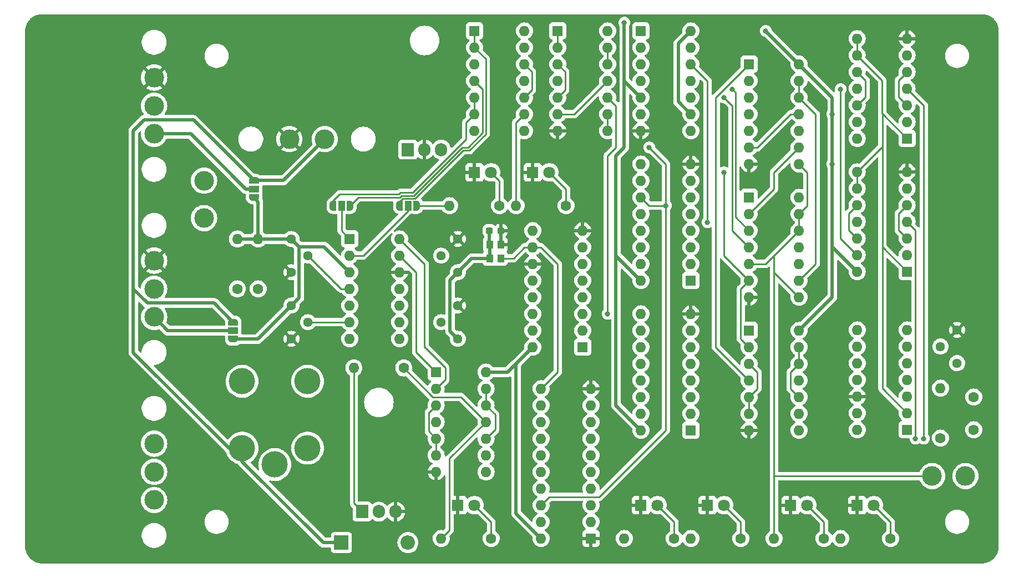
<source format=gtl>
%TF.GenerationSoftware,KiCad,Pcbnew,8.0.2*%
%TF.CreationDate,2024-05-19T17:08:03+01:00*%
%TF.ProjectId,New BSPD,4e657720-4253-4504-942e-6b696361645f,rev?*%
%TF.SameCoordinates,Original*%
%TF.FileFunction,Copper,L1,Top*%
%TF.FilePolarity,Positive*%
%FSLAX46Y46*%
G04 Gerber Fmt 4.6, Leading zero omitted, Abs format (unit mm)*
G04 Created by KiCad (PCBNEW 8.0.2) date 2024-05-19 17:08:03*
%MOMM*%
%LPD*%
G01*
G04 APERTURE LIST*
G04 Aperture macros list*
%AMRoundRect*
0 Rectangle with rounded corners*
0 $1 Rounding radius*
0 $2 $3 $4 $5 $6 $7 $8 $9 X,Y pos of 4 corners*
0 Add a 4 corners polygon primitive as box body*
4,1,4,$2,$3,$4,$5,$6,$7,$8,$9,$2,$3,0*
0 Add four circle primitives for the rounded corners*
1,1,$1+$1,$2,$3*
1,1,$1+$1,$4,$5*
1,1,$1+$1,$6,$7*
1,1,$1+$1,$8,$9*
0 Add four rect primitives between the rounded corners*
20,1,$1+$1,$2,$3,$4,$5,0*
20,1,$1+$1,$4,$5,$6,$7,0*
20,1,$1+$1,$6,$7,$8,$9,0*
20,1,$1+$1,$8,$9,$2,$3,0*%
%AMFreePoly0*
4,1,19,0.550000,-0.750000,0.000000,-0.750000,0.000000,-0.744911,-0.071157,-0.744911,-0.207708,-0.704816,-0.327430,-0.627875,-0.420627,-0.520320,-0.479746,-0.390866,-0.500000,-0.250000,-0.500000,0.250000,-0.479746,0.390866,-0.420627,0.520320,-0.327430,0.627875,-0.207708,0.704816,-0.071157,0.744911,0.000000,0.744911,0.000000,0.750000,0.550000,0.750000,0.550000,-0.750000,0.550000,-0.750000,
$1*%
%AMFreePoly1*
4,1,19,0.000000,0.744911,0.071157,0.744911,0.207708,0.704816,0.327430,0.627875,0.420627,0.520320,0.479746,0.390866,0.500000,0.250000,0.500000,-0.250000,0.479746,-0.390866,0.420627,-0.520320,0.327430,-0.627875,0.207708,-0.704816,0.071157,-0.744911,0.000000,-0.744911,0.000000,-0.750000,-0.550000,-0.750000,-0.550000,0.750000,0.000000,0.750000,0.000000,0.744911,0.000000,0.744911,
$1*%
G04 Aperture macros list end*
%TA.AperFunction,ComponentPad*%
%ADD10R,1.800000X1.800000*%
%TD*%
%TA.AperFunction,ComponentPad*%
%ADD11C,1.800000*%
%TD*%
%TA.AperFunction,ComponentPad*%
%ADD12C,1.600000*%
%TD*%
%TA.AperFunction,ComponentPad*%
%ADD13O,1.600000X1.600000*%
%TD*%
%TA.AperFunction,SMDPad,CuDef*%
%ADD14FreePoly0,90.000000*%
%TD*%
%TA.AperFunction,SMDPad,CuDef*%
%ADD15R,1.500000X1.000000*%
%TD*%
%TA.AperFunction,SMDPad,CuDef*%
%ADD16FreePoly1,90.000000*%
%TD*%
%TA.AperFunction,ComponentPad*%
%ADD17R,1.600000X1.600000*%
%TD*%
%TA.AperFunction,ComponentPad*%
%ADD18C,1.440000*%
%TD*%
%TA.AperFunction,ComponentPad*%
%ADD19C,4.000000*%
%TD*%
%TA.AperFunction,ComponentPad*%
%ADD20C,3.000000*%
%TD*%
%TA.AperFunction,ComponentPad*%
%ADD21R,1.905000X2.000000*%
%TD*%
%TA.AperFunction,ComponentPad*%
%ADD22O,1.905000X2.000000*%
%TD*%
%TA.AperFunction,SMDPad,CuDef*%
%ADD23RoundRect,0.237500X-0.300000X-0.237500X0.300000X-0.237500X0.300000X0.237500X-0.300000X0.237500X0*%
%TD*%
%TA.AperFunction,SMDPad,CuDef*%
%ADD24FreePoly0,0.000000*%
%TD*%
%TA.AperFunction,SMDPad,CuDef*%
%ADD25R,1.000000X1.500000*%
%TD*%
%TA.AperFunction,SMDPad,CuDef*%
%ADD26FreePoly1,0.000000*%
%TD*%
%TA.AperFunction,SMDPad,CuDef*%
%ADD27R,1.100000X1.300000*%
%TD*%
%TA.AperFunction,ComponentPad*%
%ADD28R,2.200000X2.200000*%
%TD*%
%TA.AperFunction,ComponentPad*%
%ADD29O,2.200000X2.200000*%
%TD*%
%TA.AperFunction,ViaPad*%
%ADD30C,0.800000*%
%TD*%
%TA.AperFunction,Conductor*%
%ADD31C,0.500000*%
%TD*%
%TA.AperFunction,Conductor*%
%ADD32C,0.250000*%
%TD*%
G04 APERTURE END LIST*
D10*
%TO.P,D7,1,K*%
%TO.N,GND*%
X179070000Y-97790000D03*
D11*
%TO.P,D7,2,A*%
%TO.N,Net-(D7-A)*%
X181610000Y-97790000D03*
%TD*%
D12*
%TO.P,R10,1*%
%TO.N,Net-(D7-A)*%
X184150000Y-102870000D03*
D13*
%TO.P,R10,2*%
%TO.N,/State Machine/State_B*%
X176530000Y-102870000D03*
%TD*%
D10*
%TO.P,D4,1,K*%
%TO.N,GND*%
X156210000Y-97790000D03*
D11*
%TO.P,D4,2,A*%
%TO.N,Net-(D4-A)*%
X158750000Y-97790000D03*
%TD*%
D14*
%TO.P,JP1,1,A*%
%TO.N,+5V*%
X86995000Y-50830000D03*
D15*
%TO.P,JP1,2,C*%
%TO.N,/BPS_Power*%
X86995000Y-49530000D03*
D16*
%TO.P,JP1,3,B*%
%TO.N,+12V*%
X86995000Y-48230000D03*
%TD*%
D17*
%TO.P,U12,1,OE*%
%TO.N,GND*%
X138430000Y-102870000D03*
D13*
%TO.P,U12,2,D0*%
%TO.N,Net-(U12-D0)*%
X138430000Y-100330000D03*
%TO.P,U12,3,D1*%
%TO.N,Net-(U12-D1)*%
X138430000Y-97790000D03*
%TO.P,U12,4,D2*%
%TO.N,unconnected-(U12-D2-Pad4)*%
X138430000Y-95250000D03*
%TO.P,U12,5,D3*%
%TO.N,unconnected-(U12-D3-Pad5)*%
X138430000Y-92710000D03*
%TO.P,U12,6,D4*%
%TO.N,unconnected-(U12-D4-Pad6)*%
X138430000Y-90170000D03*
%TO.P,U12,7,D5*%
%TO.N,unconnected-(U12-D5-Pad7)*%
X138430000Y-87630000D03*
%TO.P,U12,8,D6*%
%TO.N,unconnected-(U12-D6-Pad8)*%
X138430000Y-85090000D03*
%TO.P,U12,9,D7*%
%TO.N,unconnected-(U12-D7-Pad9)*%
X138430000Y-82550000D03*
%TO.P,U12,10,GND*%
%TO.N,GND*%
X138430000Y-80010000D03*
%TO.P,U12,11,Load*%
%TO.N,/CLK*%
X130810000Y-80010000D03*
%TO.P,U12,12,Q7*%
%TO.N,unconnected-(U12-Q7-Pad12)*%
X130810000Y-82550000D03*
%TO.P,U12,13,Q6*%
%TO.N,unconnected-(U12-Q6-Pad13)*%
X130810000Y-85090000D03*
%TO.P,U12,14,Q5*%
%TO.N,unconnected-(U12-Q5-Pad14)*%
X130810000Y-87630000D03*
%TO.P,U12,15,Q4*%
%TO.N,unconnected-(U12-Q4-Pad15)*%
X130810000Y-90170000D03*
%TO.P,U12,16,Q3*%
%TO.N,unconnected-(U12-Q3-Pad16)*%
X130810000Y-92710000D03*
%TO.P,U12,17,Q2*%
%TO.N,unconnected-(U12-Q2-Pad17)*%
X130810000Y-95250000D03*
%TO.P,U12,18,Q1*%
%TO.N,/State Machine/State_B*%
X130810000Y-97790000D03*
%TO.P,U12,19,Q0*%
%TO.N,/SM_Ok*%
X130810000Y-100330000D03*
%TO.P,U12,20,VCC*%
%TO.N,+5V*%
X130810000Y-102870000D03*
%TD*%
D17*
%TO.P,U3,1*%
%TO.N,/SM_Ok*%
X133350000Y-25400000D03*
D13*
%TO.P,U3,2*%
X133350000Y-27940000D03*
%TO.P,U3,3*%
%TO.N,Net-(U3-Pad3)*%
X133350000Y-30480000D03*
%TO.P,U3,4*%
%TO.N,Net-(U3-Pad4)*%
X133350000Y-33020000D03*
%TO.P,U3,5*%
%TO.N,Net-(U3-Pad3)*%
X133350000Y-35560000D03*
%TO.P,U3,6*%
%TO.N,Net-(U3-Pad11)*%
X133350000Y-38100000D03*
%TO.P,U3,7,VSS*%
%TO.N,GND*%
X133350000Y-40640000D03*
%TO.P,U3,8*%
%TO.N,Net-(U3-Pad4)*%
X140970000Y-40640000D03*
%TO.P,U3,9*%
X140970000Y-38100000D03*
%TO.P,U3,10*%
%TO.N,/State Machine/Timers/Reset_Counting*%
X140970000Y-35560000D03*
%TO.P,U3,11*%
%TO.N,Net-(U3-Pad11)*%
X140970000Y-33020000D03*
%TO.P,U3,12*%
%TO.N,Net-(U1-Pad11)*%
X140970000Y-30480000D03*
%TO.P,U3,13*%
X140970000Y-27940000D03*
%TO.P,U3,14,VDD*%
%TO.N,+5V*%
X140970000Y-25400000D03*
%TD*%
D17*
%TO.P,U5,1*%
%TO.N,Net-(U5-Pad1)*%
X162560000Y-50800000D03*
D13*
%TO.P,U5,2*%
%TO.N,/State Machine/State_B*%
X162560000Y-53340000D03*
%TO.P,U5,3*%
%TO.N,Net-(U11-Pad11)*%
X162560000Y-55880000D03*
%TO.P,U5,4*%
%TO.N,Net-(U11-Pad10)*%
X162560000Y-58420000D03*
%TO.P,U5,5*%
%TO.N,/SM_Ok*%
X162560000Y-60960000D03*
%TO.P,U5,6*%
%TO.N,/System_OK*%
X162560000Y-63500000D03*
%TO.P,U5,7,VSS*%
%TO.N,GND*%
X162560000Y-66040000D03*
%TO.P,U5,8*%
%TO.N,/SM_Ok*%
X170180000Y-66040000D03*
%TO.P,U5,9*%
%TO.N,/State Machine/5T*%
X170180000Y-63500000D03*
%TO.P,U5,10*%
%TO.N,Net-(U11-Pad12)*%
X170180000Y-60960000D03*
%TO.P,U5,11*%
%TO.N,Net-(U5-Pad1)*%
X170180000Y-58420000D03*
%TO.P,U5,12*%
%TO.N,/SM_Ok*%
X170180000Y-55880000D03*
%TO.P,U5,13*%
X170180000Y-53340000D03*
%TO.P,U5,14,VDD*%
%TO.N,+5V*%
X170180000Y-50800000D03*
%TD*%
D12*
%TO.P,R11,1*%
%TO.N,Net-(D8-A)*%
X123190000Y-102870000D03*
D13*
%TO.P,R11,2*%
%TO.N,/SD_Sig*%
X115570000Y-102870000D03*
%TD*%
D18*
%TO.P,RV2,1,1*%
%TO.N,+5V*%
X92700000Y-57155000D03*
%TO.P,RV2,2,2*%
%TO.N,Net-(U9A--)*%
X95240000Y-59695000D03*
%TO.P,RV2,3,3*%
%TO.N,GND*%
X92700000Y-62235000D03*
%TD*%
%TO.P,RV3,1,1*%
%TO.N,+5V*%
X118100000Y-72395000D03*
%TO.P,RV3,2,2*%
%TO.N,Net-(U9D-+)*%
X115560000Y-69855000D03*
%TO.P,RV3,3,3*%
%TO.N,GND*%
X118100000Y-67315000D03*
%TD*%
D12*
%TO.P,C1,1*%
%TO.N,+5V*%
X196850000Y-81280000D03*
%TO.P,C1,2*%
%TO.N,Net-(C1-Pad2)*%
X196850000Y-86280000D03*
%TD*%
D17*
%TO.P,U11,1*%
%TO.N,Net-(U11-Pad1)*%
X146050000Y-25400000D03*
D13*
%TO.P,U11,2*%
%TO.N,Net-(U11-Pad2)*%
X146050000Y-27940000D03*
%TO.P,U11,3*%
%TO.N,Net-(U11-Pad3)*%
X146050000Y-30480000D03*
%TO.P,U11,4*%
%TO.N,Net-(U11-Pad4)*%
X146050000Y-33020000D03*
%TO.P,U11,5*%
%TO.N,+5V*%
X146050000Y-35560000D03*
%TO.P,U11,6*%
%TO.N,N/C*%
X146050000Y-38100000D03*
%TO.P,U11,7,VSS*%
%TO.N,GND*%
X146050000Y-40640000D03*
%TO.P,U11,8*%
%TO.N,N/C*%
X153670000Y-40640000D03*
%TO.P,U11,9*%
%TO.N,+5V*%
X153670000Y-38100000D03*
%TO.P,U11,10*%
%TO.N,Net-(U11-Pad10)*%
X153670000Y-35560000D03*
%TO.P,U11,11*%
%TO.N,Net-(U11-Pad11)*%
X153670000Y-33020000D03*
%TO.P,U11,12*%
%TO.N,Net-(U11-Pad12)*%
X153670000Y-30480000D03*
%TO.P,U11,13*%
%TO.N,Net-(U11-Pad13)*%
X153670000Y-27940000D03*
%TO.P,U11,14,VDD*%
%TO.N,+5V*%
X153670000Y-25400000D03*
%TD*%
D17*
%TO.P,U2,1*%
%TO.N,/BPS_Plugged*%
X114790000Y-77470000D03*
D13*
%TO.P,U2,2*%
%TO.N,/TPS_Plugged*%
X114790000Y-80010000D03*
%TO.P,U2,3*%
%TO.N,Net-(U2-Pad3)*%
X114790000Y-82550000D03*
%TO.P,U2,4*%
%TO.N,Net-(U2-Pad4)*%
X114790000Y-85090000D03*
%TO.P,U2,5*%
%TO.N,Net-(U2-Pad3)*%
X114790000Y-87630000D03*
%TO.P,U2,6*%
X114790000Y-90170000D03*
%TO.P,U2,7,VSS*%
%TO.N,GND*%
X114790000Y-92710000D03*
%TO.P,U2,8*%
%TO.N,/SM_Ok*%
X122410000Y-92710000D03*
%TO.P,U2,9*%
%TO.N,Net-(U2-Pad4)*%
X122410000Y-90170000D03*
%TO.P,U2,10*%
%TO.N,Net-(U2-Pad10)*%
X122410000Y-87630000D03*
%TO.P,U2,11*%
%TO.N,/SD_Sig*%
X122410000Y-85090000D03*
%TO.P,U2,12*%
%TO.N,Net-(U2-Pad10)*%
X122410000Y-82550000D03*
%TO.P,U2,13*%
X122410000Y-80010000D03*
%TO.P,U2,14,VDD*%
%TO.N,+5V*%
X122410000Y-77470000D03*
%TD*%
D18*
%TO.P,RV1,1,1*%
%TO.N,+5V*%
X118100000Y-62235000D03*
%TO.P,RV1,2,2*%
%TO.N,Net-(U9C-+)*%
X115560000Y-59695000D03*
%TO.P,RV1,3,3*%
%TO.N,GND*%
X118100000Y-57155000D03*
%TD*%
D17*
%TO.P,U6,1*%
%TO.N,/State Machine/10T*%
X162560000Y-71120000D03*
D13*
%TO.P,U6,2*%
%TO.N,/System_OK*%
X162560000Y-73660000D03*
%TO.P,U6,3*%
%TO.N,Net-(U6-Pad3)*%
X162560000Y-76200000D03*
%TO.P,U6,4*%
%TO.N,Net-(U4-Pad1)*%
X162560000Y-78740000D03*
%TO.P,U6,5*%
%TO.N,Net-(U6-Pad3)*%
X162560000Y-81280000D03*
%TO.P,U6,6*%
X162560000Y-83820000D03*
%TO.P,U6,7,VSS*%
%TO.N,GND*%
X162560000Y-86360000D03*
%TO.P,U6,8*%
%TO.N,Net-(U15-Q9)*%
X170180000Y-86360000D03*
%TO.P,U6,9*%
%TO.N,Net-(U15-Q11)*%
X170180000Y-83820000D03*
%TO.P,U6,10*%
%TO.N,Net-(U6-Pad10)*%
X170180000Y-81280000D03*
%TO.P,U6,11*%
%TO.N,/State Machine/10T*%
X170180000Y-78740000D03*
%TO.P,U6,12*%
%TO.N,Net-(U6-Pad10)*%
X170180000Y-76200000D03*
%TO.P,U6,13*%
X170180000Y-73660000D03*
%TO.P,U6,14,VDD*%
%TO.N,+5V*%
X170180000Y-71120000D03*
%TD*%
D17*
%TO.P,U14,1,Q11*%
%TO.N,/State Machine/5T*%
X153670000Y-63500000D03*
D13*
%TO.P,U14,2,Q5*%
%TO.N,unconnected-(U14-Q5-Pad2)*%
X153670000Y-60960000D03*
%TO.P,U14,3,Q4*%
%TO.N,unconnected-(U14-Q4-Pad3)*%
X153670000Y-58420000D03*
%TO.P,U14,4,Q6*%
%TO.N,unconnected-(U14-Q6-Pad4)*%
X153670000Y-55880000D03*
%TO.P,U14,5,Q3*%
%TO.N,unconnected-(U14-Q3-Pad5)*%
X153670000Y-53340000D03*
%TO.P,U14,6,Q2*%
%TO.N,unconnected-(U14-Q2-Pad6)*%
X153670000Y-50800000D03*
%TO.P,U14,7,Q1*%
%TO.N,unconnected-(U14-Q1-Pad7)*%
X153670000Y-48260000D03*
%TO.P,U14,8,VSS*%
%TO.N,GND*%
X153670000Y-45720000D03*
%TO.P,U14,9,Q0*%
%TO.N,unconnected-(U14-Q0-Pad9)*%
X146050000Y-45720000D03*
%TO.P,U14,10,CLK*%
%TO.N,/State Machine/Timers/4096CLK*%
X146050000Y-48260000D03*
%TO.P,U14,11,Reset*%
%TO.N,/State Machine/State_B*%
X146050000Y-50800000D03*
%TO.P,U14,12,Q8*%
%TO.N,unconnected-(U14-Q8-Pad12)*%
X146050000Y-53340000D03*
%TO.P,U14,13,Q7*%
%TO.N,unconnected-(U14-Q7-Pad13)*%
X146050000Y-55880000D03*
%TO.P,U14,14,Q9*%
%TO.N,unconnected-(U14-Q9-Pad14)*%
X146050000Y-58420000D03*
%TO.P,U14,15,Q10*%
%TO.N,unconnected-(U14-Q10-Pad15)*%
X146050000Y-60960000D03*
%TO.P,U14,16,VDD*%
%TO.N,+5V*%
X146050000Y-63500000D03*
%TD*%
D17*
%TO.P,U13,1,Q11*%
%TO.N,unconnected-(U13-Q11-Pad1)*%
X137160000Y-73660000D03*
D13*
%TO.P,U13,2,Q5*%
%TO.N,unconnected-(U13-Q5-Pad2)*%
X137160000Y-71120000D03*
%TO.P,U13,3,Q4*%
%TO.N,unconnected-(U13-Q4-Pad3)*%
X137160000Y-68580000D03*
%TO.P,U13,4,Q6*%
%TO.N,/State Machine/Timers/256CLK*%
X137160000Y-66040000D03*
%TO.P,U13,5,Q3*%
%TO.N,unconnected-(U13-Q3-Pad5)*%
X137160000Y-63500000D03*
%TO.P,U13,6,Q2*%
%TO.N,/State Machine/Timers/4096CLK*%
X137160000Y-60960000D03*
%TO.P,U13,7,Q1*%
%TO.N,unconnected-(U13-Q1-Pad7)*%
X137160000Y-58420000D03*
%TO.P,U13,8,VSS*%
%TO.N,GND*%
X137160000Y-55880000D03*
%TO.P,U13,9,Q0*%
%TO.N,unconnected-(U13-Q0-Pad9)*%
X129540000Y-55880000D03*
%TO.P,U13,10,CLK*%
%TO.N,/CLK*%
X129540000Y-58420000D03*
%TO.P,U13,11,Reset*%
%TO.N,GND*%
X129540000Y-60960000D03*
%TO.P,U13,12,Q8*%
%TO.N,unconnected-(U13-Q8-Pad12)*%
X129540000Y-63500000D03*
%TO.P,U13,13,Q7*%
%TO.N,unconnected-(U13-Q7-Pad13)*%
X129540000Y-66040000D03*
%TO.P,U13,14,Q9*%
%TO.N,unconnected-(U13-Q9-Pad14)*%
X129540000Y-68580000D03*
%TO.P,U13,15,Q10*%
%TO.N,unconnected-(U13-Q10-Pad15)*%
X129540000Y-71120000D03*
%TO.P,U13,16,VDD*%
%TO.N,+5V*%
X129540000Y-73660000D03*
%TD*%
D19*
%TO.P,K1,1*%
%TO.N,Net-(D1-A)*%
X95170000Y-89090000D03*
%TO.P,K1,2*%
%TO.N,+12V*%
X85170000Y-89090000D03*
%TO.P,K1,3*%
%TO.N,/ShutdownNC*%
X95170000Y-78890000D03*
%TO.P,K1,4*%
%TO.N,/ShutdownC*%
X90170000Y-91590000D03*
%TO.P,K1,5*%
%TO.N,/ShutdownNO*%
X85170000Y-78890000D03*
%TD*%
D12*
%TO.P,R3,1*%
%TO.N,/SD_Sig*%
X109855000Y-76835000D03*
D13*
%TO.P,R3,2*%
%TO.N,Net-(Q1-G)*%
X102235000Y-76835000D03*
%TD*%
D17*
%TO.P,U15,1,Q11*%
%TO.N,Net-(U15-Q11)*%
X153670000Y-86360000D03*
D13*
%TO.P,U15,2,Q5*%
%TO.N,unconnected-(U15-Q5-Pad2)*%
X153670000Y-83820000D03*
%TO.P,U15,3,Q4*%
%TO.N,unconnected-(U15-Q4-Pad3)*%
X153670000Y-81280000D03*
%TO.P,U15,4,Q6*%
%TO.N,unconnected-(U15-Q6-Pad4)*%
X153670000Y-78740000D03*
%TO.P,U15,5,Q3*%
%TO.N,unconnected-(U15-Q3-Pad5)*%
X153670000Y-76200000D03*
%TO.P,U15,6,Q2*%
%TO.N,unconnected-(U15-Q2-Pad6)*%
X153670000Y-73660000D03*
%TO.P,U15,7,Q1*%
%TO.N,unconnected-(U15-Q1-Pad7)*%
X153670000Y-71120000D03*
%TO.P,U15,8,VSS*%
%TO.N,GND*%
X153670000Y-68580000D03*
%TO.P,U15,9,Q0*%
%TO.N,unconnected-(U15-Q0-Pad9)*%
X146050000Y-68580000D03*
%TO.P,U15,10,CLK*%
%TO.N,/State Machine/Timers/256CLK*%
X146050000Y-71120000D03*
%TO.P,U15,11,Reset*%
%TO.N,/State Machine/Timers/Reset_Counting*%
X146050000Y-73660000D03*
%TO.P,U15,12,Q8*%
%TO.N,unconnected-(U15-Q8-Pad12)*%
X146050000Y-76200000D03*
%TO.P,U15,13,Q7*%
%TO.N,unconnected-(U15-Q7-Pad13)*%
X146050000Y-78740000D03*
%TO.P,U15,14,Q9*%
%TO.N,Net-(U15-Q9)*%
X146050000Y-81280000D03*
%TO.P,U15,15,Q10*%
%TO.N,unconnected-(U15-Q10-Pad15)*%
X146050000Y-83820000D03*
%TO.P,U15,16,VDD*%
%TO.N,+5V*%
X146050000Y-86360000D03*
%TD*%
D12*
%TO.P,R8,1*%
%TO.N,Net-(C1-Pad2)*%
X191770000Y-87550000D03*
D13*
%TO.P,R8,2*%
%TO.N,Net-(U10A--)*%
X191770000Y-79930000D03*
%TD*%
D18*
%TO.P,RV4,1,1*%
%TO.N,+5V*%
X92700000Y-67315000D03*
%TO.P,RV4,2,2*%
%TO.N,Net-(U9B--)*%
X95240000Y-69855000D03*
%TO.P,RV4,3,3*%
%TO.N,GND*%
X92700000Y-72395000D03*
%TD*%
D20*
%TO.P,TP4,1,1*%
%TO.N,/State Machine/State_B*%
X195580000Y-93345000D03*
%TD*%
D10*
%TO.P,D2,1,K*%
%TO.N,GND*%
X146050000Y-97790000D03*
D11*
%TO.P,D2,2,A*%
%TO.N,Net-(D2-A)*%
X148590000Y-97790000D03*
%TD*%
D20*
%TO.P,J3,1,Pin_1*%
%TO.N,/ShutdownNO*%
X71750000Y-88410000D03*
%TO.P,J3,2,Pin_2*%
%TO.N,/ShutdownNC*%
X71750000Y-92710000D03*
%TO.P,J3,3,Pin_3*%
%TO.N,/ShutdownC*%
X71750000Y-97010000D03*
%TD*%
D12*
%TO.P,R7,1*%
%TO.N,Net-(D5-A)*%
X134620000Y-52070000D03*
D13*
%TO.P,R7,2*%
%TO.N,/TPS_Trig*%
X127000000Y-52070000D03*
%TD*%
D12*
%TO.P,R9,1*%
%TO.N,Net-(D6-A)*%
X173990000Y-102870000D03*
D13*
%TO.P,R9,2*%
%TO.N,/SM_Ok*%
X166370000Y-102870000D03*
%TD*%
D21*
%TO.P,Q1,1,G*%
%TO.N,Net-(Q1-G)*%
X103505000Y-98765000D03*
D22*
%TO.P,Q1,2,D*%
%TO.N,Net-(D1-A)*%
X106045000Y-98765000D03*
%TO.P,Q1,3,S*%
%TO.N,GND*%
X108585000Y-98765000D03*
%TD*%
D17*
%TO.P,U8,1*%
%TO.N,/RST*%
X186680000Y-62145000D03*
D13*
%TO.P,U8,2*%
%TO.N,+5V*%
X186680000Y-59605000D03*
%TO.P,U8,3*%
%TO.N,Net-(U8-Pad3)*%
X186680000Y-57065000D03*
%TO.P,U8,4*%
%TO.N,Net-(U12-D1)*%
X186680000Y-54525000D03*
%TO.P,U8,5*%
%TO.N,Net-(U8-Pad3)*%
X186680000Y-51985000D03*
%TO.P,U8,6*%
%TO.N,Net-(U8-Pad11)*%
X186680000Y-49445000D03*
%TO.P,U8,7,VSS*%
%TO.N,GND*%
X186680000Y-46905000D03*
%TO.P,U8,8*%
%TO.N,/RST*%
X179060000Y-46905000D03*
%TO.P,U8,9*%
X179060000Y-49445000D03*
%TO.P,U8,10*%
%TO.N,Net-(U8-Pad10)*%
X179060000Y-51985000D03*
%TO.P,U8,11*%
%TO.N,Net-(U8-Pad11)*%
X179060000Y-54525000D03*
%TO.P,U8,12*%
%TO.N,Net-(U8-Pad10)*%
X179060000Y-57065000D03*
%TO.P,U8,13*%
%TO.N,Net-(U11-Pad13)*%
X179060000Y-59605000D03*
%TO.P,U8,14,VDD*%
%TO.N,+5V*%
X179060000Y-62145000D03*
%TD*%
D20*
%TO.P,J2,1,Pin_1*%
%TO.N,GND*%
X71750000Y-60470000D03*
%TO.P,J2,2,Pin_2*%
%TO.N,/TPS_Sig*%
X71750000Y-64770000D03*
%TO.P,J2,3,Pin_3*%
%TO.N,/TPS_Power*%
X71750000Y-69070000D03*
%TD*%
D10*
%TO.P,D8,1,K*%
%TO.N,GND*%
X118110000Y-97790000D03*
D11*
%TO.P,D8,2,A*%
%TO.N,Net-(D8-A)*%
X120650000Y-97790000D03*
%TD*%
D17*
%TO.P,U9,1*%
%TO.N,Net-(JP4-C)*%
X101600000Y-57150000D03*
D13*
%TO.P,U9,2*%
%TO.N,Net-(JP3-C)*%
X101600000Y-59690000D03*
%TO.P,U9,3,V+*%
%TO.N,+5V*%
X101600000Y-62230000D03*
%TO.P,U9,4,-*%
%TO.N,Net-(U9A--)*%
X101600000Y-64770000D03*
%TO.P,U9,5,+*%
%TO.N,/BPS_Sig*%
X101600000Y-67310000D03*
%TO.P,U9,6,-*%
%TO.N,Net-(U9B--)*%
X101600000Y-69850000D03*
%TO.P,U9,7,+*%
%TO.N,/TPS_Sig*%
X101600000Y-72390000D03*
%TO.P,U9,8,-*%
X109220000Y-72390000D03*
%TO.P,U9,9,+*%
%TO.N,Net-(U9D-+)*%
X109220000Y-69850000D03*
%TO.P,U9,10,-*%
%TO.N,/BPS_Sig*%
X109220000Y-67310000D03*
%TO.P,U9,11,+*%
%TO.N,Net-(U9C-+)*%
X109220000Y-64770000D03*
%TO.P,U9,12,V-*%
%TO.N,GND*%
X109220000Y-62230000D03*
%TO.P,U9,13*%
%TO.N,/BPS_Plugged*%
X109220000Y-59690000D03*
%TO.P,U9,14*%
%TO.N,/TPS_Plugged*%
X109220000Y-57150000D03*
%TD*%
D23*
%TO.P,C2,1*%
%TO.N,+5V*%
X122925000Y-55880000D03*
%TO.P,C2,2*%
%TO.N,GND*%
X124650000Y-55880000D03*
%TD*%
D10*
%TO.P,D6,1,K*%
%TO.N,GND*%
X168910000Y-97790000D03*
D11*
%TO.P,D6,2,A*%
%TO.N,Net-(D6-A)*%
X171450000Y-97790000D03*
%TD*%
D17*
%TO.P,U1,1*%
%TO.N,Net-(JP3-A)*%
X120650000Y-25400000D03*
D13*
%TO.P,U1,2*%
X120650000Y-27940000D03*
%TO.P,U1,3*%
%TO.N,/BPS_Trig*%
X120650000Y-30480000D03*
%TO.P,U1,4*%
%TO.N,/TPS_Trig*%
X120650000Y-33020000D03*
%TO.P,U1,5*%
%TO.N,Net-(JP4-A)*%
X120650000Y-35560000D03*
%TO.P,U1,6*%
X120650000Y-38100000D03*
%TO.P,U1,7,VSS*%
%TO.N,GND*%
X120650000Y-40640000D03*
%TO.P,U1,8*%
%TO.N,/BPS_Trig*%
X128270000Y-40640000D03*
%TO.P,U1,9*%
%TO.N,/TPS_Trig*%
X128270000Y-38100000D03*
%TO.P,U1,10*%
%TO.N,/System_OK*%
X128270000Y-35560000D03*
%TO.P,U1,11*%
%TO.N,Net-(U1-Pad11)*%
X128270000Y-33020000D03*
%TO.P,U1,12*%
%TO.N,/System_OK*%
X128270000Y-30480000D03*
%TO.P,U1,13*%
%TO.N,/State Machine/State_B*%
X128270000Y-27940000D03*
%TO.P,U1,14,VDD*%
%TO.N,+5V*%
X128270000Y-25400000D03*
%TD*%
D10*
%TO.P,D3,1,K*%
%TO.N,GND*%
X120650000Y-46990000D03*
D11*
%TO.P,D3,2,A*%
%TO.N,Net-(D3-A)*%
X123190000Y-46990000D03*
%TD*%
D21*
%TO.P,U16,1,IN*%
%TO.N,+12V*%
X110490000Y-43520000D03*
D22*
%TO.P,U16,2,GND*%
%TO.N,GND*%
X113030000Y-43520000D03*
%TO.P,U16,3,OUT*%
%TO.N,+5V*%
X115570000Y-43520000D03*
%TD*%
D20*
%TO.P,J1,1,Pin_1*%
%TO.N,GND*%
X71750000Y-32530000D03*
%TO.P,J1,2,Pin_2*%
%TO.N,/BPS_Sig*%
X71750000Y-36830000D03*
%TO.P,J1,3,Pin_3*%
%TO.N,/BPS_Power*%
X71750000Y-41130000D03*
%TD*%
%TO.P,TP3,1,1*%
%TO.N,/SM_Ok*%
X190500000Y-93345000D03*
%TD*%
D14*
%TO.P,JP2,1,A*%
%TO.N,+5V*%
X83820000Y-72450000D03*
D15*
%TO.P,JP2,2,C*%
%TO.N,/TPS_Power*%
X83820000Y-71150000D03*
D16*
%TO.P,JP2,3,B*%
%TO.N,+12V*%
X83820000Y-69850000D03*
%TD*%
D24*
%TO.P,JP4,1,A*%
%TO.N,Net-(JP4-A)*%
X99060000Y-52070000D03*
D25*
%TO.P,JP4,2,C*%
%TO.N,Net-(JP4-C)*%
X100360000Y-52070000D03*
D26*
%TO.P,JP4,3,B*%
%TO.N,/TPS_Trig*%
X101660000Y-52070000D03*
%TD*%
D20*
%TO.P,TP2,1,1*%
%TO.N,/TPS_Sig*%
X79375000Y-53975000D03*
%TD*%
D10*
%TO.P,D5,1,K*%
%TO.N,GND*%
X129540000Y-46990000D03*
D11*
%TO.P,D5,2,A*%
%TO.N,Net-(D5-A)*%
X132080000Y-46990000D03*
%TD*%
D12*
%TO.P,R6,1*%
%TO.N,Net-(D4-A)*%
X161290000Y-102870000D03*
D13*
%TO.P,R6,2*%
%TO.N,/TPS_Plugged*%
X153670000Y-102870000D03*
%TD*%
D12*
%TO.P,R5,1*%
%TO.N,Net-(D3-A)*%
X124460000Y-52070000D03*
D13*
%TO.P,R5,2*%
%TO.N,/BPS_Trig*%
X116840000Y-52070000D03*
%TD*%
D17*
%TO.P,U10,1*%
%TO.N,N/C*%
X186690000Y-86280000D03*
D13*
%TO.P,U10,2*%
%TO.N,/RST*%
X186690000Y-83740000D03*
%TO.P,U10,3,V+*%
%TO.N,+5V*%
X186690000Y-81200000D03*
%TO.P,U10,4,-*%
%TO.N,Net-(U10A--)*%
X186690000Y-78660000D03*
%TO.P,U10,5,+*%
%TO.N,Net-(U10A-+)*%
X186690000Y-76120000D03*
%TO.P,U10,6*%
%TO.N,N/C*%
X186690000Y-73580000D03*
%TO.P,U10,7*%
X186690000Y-71040000D03*
%TO.P,U10,8*%
X179070000Y-71040000D03*
%TO.P,U10,9*%
X179070000Y-73580000D03*
%TO.P,U10,10*%
X179070000Y-76120000D03*
%TO.P,U10,11*%
X179070000Y-78660000D03*
%TO.P,U10,12,V-*%
%TO.N,GND*%
X179070000Y-81200000D03*
%TO.P,U10,13*%
%TO.N,N/C*%
X179070000Y-83740000D03*
%TO.P,U10,14*%
X179070000Y-86280000D03*
%TD*%
D27*
%TO.P,X1,1,Out*%
%TO.N,/CLK*%
X124650000Y-60105000D03*
%TO.P,X1,2,GND*%
%TO.N,GND*%
X124650000Y-58005000D03*
%TO.P,X1,3,OE*%
%TO.N,+5V*%
X123000000Y-58005000D03*
%TO.P,X1,4,Vdd*%
X123000000Y-60105000D03*
%TD*%
D17*
%TO.P,U7,1*%
%TO.N,/RST*%
X186680000Y-41825000D03*
D13*
%TO.P,U7,2*%
%TO.N,+5V*%
X186680000Y-39285000D03*
%TO.P,U7,3*%
%TO.N,Net-(U7-Pad3)*%
X186680000Y-36745000D03*
%TO.P,U7,4*%
%TO.N,Net-(U12-D0)*%
X186680000Y-34205000D03*
%TO.P,U7,5*%
%TO.N,Net-(U7-Pad3)*%
X186680000Y-31665000D03*
%TO.P,U7,6*%
%TO.N,Net-(U7-Pad11)*%
X186680000Y-29125000D03*
%TO.P,U7,7,VSS*%
%TO.N,GND*%
X186680000Y-26585000D03*
%TO.P,U7,8*%
%TO.N,/RST*%
X179060000Y-26585000D03*
%TO.P,U7,9*%
X179060000Y-29125000D03*
%TO.P,U7,10*%
%TO.N,Net-(U7-Pad10)*%
X179060000Y-31665000D03*
%TO.P,U7,11*%
%TO.N,Net-(U7-Pad11)*%
X179060000Y-34205000D03*
%TO.P,U7,12*%
%TO.N,Net-(U7-Pad10)*%
X179060000Y-36745000D03*
%TO.P,U7,13*%
%TO.N,Net-(U11-Pad1)*%
X179060000Y-39285000D03*
%TO.P,U7,14,VDD*%
%TO.N,+5V*%
X179060000Y-41825000D03*
%TD*%
D28*
%TO.P,D1,1,K*%
%TO.N,+12V*%
X100330000Y-103505000D03*
D29*
%TO.P,D1,2,A*%
%TO.N,Net-(D1-A)*%
X110490000Y-103505000D03*
%TD*%
D12*
%TO.P,R1,1*%
%TO.N,/BPS_Sig*%
X84455000Y-64770000D03*
D13*
%TO.P,R1,2*%
%TO.N,+5V*%
X84455000Y-57150000D03*
%TD*%
D24*
%TO.P,JP3,1,A*%
%TO.N,Net-(JP3-A)*%
X109220000Y-52070000D03*
D25*
%TO.P,JP3,2,C*%
%TO.N,Net-(JP3-C)*%
X110520000Y-52070000D03*
D26*
%TO.P,JP3,3,B*%
%TO.N,/BPS_Trig*%
X111820000Y-52070000D03*
%TD*%
D20*
%TO.P,TP1,1,1*%
%TO.N,/BPS_Sig*%
X79375000Y-48260000D03*
%TD*%
D17*
%TO.P,U4,1*%
%TO.N,Net-(U4-Pad1)*%
X162560000Y-30475000D03*
D13*
%TO.P,U4,2*%
%TO.N,/State Machine/State_B*%
X162560000Y-33015000D03*
%TO.P,U4,3*%
%TO.N,Net-(U11-Pad2)*%
X162560000Y-35555000D03*
%TO.P,U4,4*%
%TO.N,Net-(U11-Pad3)*%
X162560000Y-38095000D03*
%TO.P,U4,5*%
%TO.N,/SM_Ok*%
X162560000Y-40635000D03*
%TO.P,U4,6*%
%TO.N,Net-(U4-Pad11)*%
X162560000Y-43175000D03*
%TO.P,U4,7,VSS*%
%TO.N,GND*%
X162560000Y-45715000D03*
%TO.P,U4,8*%
%TO.N,/SM_Ok*%
X170180000Y-45715000D03*
%TO.P,U4,9*%
%TO.N,/State Machine/State_B*%
X170180000Y-43175000D03*
%TO.P,U4,10*%
%TO.N,Net-(U11-Pad4)*%
X170180000Y-40635000D03*
%TO.P,U4,11*%
%TO.N,Net-(U4-Pad11)*%
X170180000Y-38095000D03*
%TO.P,U4,12*%
%TO.N,/State Machine/5T*%
X170180000Y-35555000D03*
%TO.P,U4,13*%
X170180000Y-33015000D03*
%TO.P,U4,14,VDD*%
%TO.N,+5V*%
X170180000Y-30475000D03*
%TD*%
D20*
%TO.P,J4,1,Pin_1*%
%TO.N,+12V*%
X97790000Y-41910000D03*
%TO.P,J4,2,Pin_2*%
%TO.N,GND*%
X92390000Y-41910000D03*
%TD*%
D18*
%TO.P,RV5,1,1*%
%TO.N,+5V*%
X194310000Y-76120000D03*
%TO.P,RV5,2,2*%
%TO.N,Net-(U10A-+)*%
X191770000Y-73580000D03*
%TO.P,RV5,3,3*%
%TO.N,GND*%
X194310000Y-71040000D03*
%TD*%
D12*
%TO.P,R4,1*%
%TO.N,Net-(D2-A)*%
X151130000Y-102870000D03*
D13*
%TO.P,R4,2*%
%TO.N,/BPS_Plugged*%
X143510000Y-102870000D03*
%TD*%
D12*
%TO.P,R2,1*%
%TO.N,/TPS_Sig*%
X87630000Y-64770000D03*
D13*
%TO.P,R2,2*%
%TO.N,+5V*%
X87630000Y-57150000D03*
%TD*%
D30*
%TO.N,+5V*%
X175260000Y-45720000D03*
X175260000Y-38100000D03*
X143510000Y-24150000D03*
X165100000Y-25400000D03*
%TO.N,GND*%
X158750000Y-41275000D03*
X156210000Y-57150000D03*
X184150000Y-33655000D03*
X105410000Y-53340000D03*
X116840000Y-87630000D03*
X124460000Y-27305000D03*
X177800000Y-91440000D03*
X77470000Y-69215000D03*
X148590000Y-102870000D03*
X181610000Y-57150000D03*
X185420000Y-66040000D03*
X165100000Y-57150000D03*
X166370000Y-32385000D03*
X151130000Y-57150000D03*
X159385000Y-67945000D03*
X164465000Y-62865000D03*
X116840000Y-27940000D03*
X167005000Y-52705000D03*
X128270000Y-96520000D03*
X144780000Y-29210000D03*
X137795000Y-29210000D03*
X137160000Y-26670000D03*
X130810000Y-27940000D03*
X105410000Y-69850000D03*
X97790000Y-66040000D03*
X165100000Y-38100000D03*
%TO.N,/System_OK*%
X158750000Y-46990000D03*
%TO.N,/State Machine/State_B*%
X149860000Y-52070000D03*
X147320000Y-43180000D03*
%TO.N,/State Machine/Timers/Reset_Counting*%
X140970000Y-68580000D03*
%TO.N,Net-(U11-Pad10)*%
X158750000Y-35560000D03*
%TO.N,Net-(U11-Pad11)*%
X160020000Y-34290000D03*
%TO.N,Net-(U11-Pad12)*%
X156210000Y-54610000D03*
%TO.N,Net-(U12-D0)*%
X189230000Y-87630000D03*
%TO.N,Net-(U12-D1)*%
X187960000Y-87630000D03*
%TO.N,Net-(U11-Pad13)*%
X176530000Y-34290000D03*
%TD*%
D31*
%TO.N,+5V*%
X127000000Y-99060000D02*
X127000000Y-97790000D01*
X143510000Y-33020000D02*
X143510000Y-29210000D01*
X123000000Y-58005000D02*
X123000000Y-60105000D01*
X97695000Y-58325000D02*
X93870000Y-58325000D01*
X125730000Y-77470000D02*
X127000000Y-76200000D01*
X170180000Y-30475000D02*
X165105000Y-25400000D01*
X83820000Y-72450000D02*
X87565000Y-72450000D01*
X87565000Y-72450000D02*
X92700000Y-67315000D01*
X87630000Y-51465000D02*
X87630000Y-57150000D01*
X179060000Y-62145000D02*
X175260000Y-58345000D01*
X175260000Y-45720000D02*
X175260000Y-50800000D01*
X122925000Y-55880000D02*
X122925000Y-57930000D01*
X170180000Y-30475000D02*
X175260000Y-35555000D01*
X92700000Y-57155000D02*
X87635000Y-57155000D01*
X151765000Y-36195000D02*
X153670000Y-38100000D01*
X175260000Y-62230000D02*
X175260000Y-66040000D01*
X175260000Y-58345000D02*
X175260000Y-55880000D01*
X130810000Y-102870000D02*
X127000000Y-99060000D01*
X127000000Y-76200000D02*
X129540000Y-73660000D01*
X92700000Y-57155000D02*
X93870000Y-58325000D01*
X84455000Y-57150000D02*
X87630000Y-57150000D01*
X142240000Y-59690000D02*
X146050000Y-63500000D01*
X175260000Y-41910000D02*
X175260000Y-45720000D01*
X175260000Y-55880000D02*
X175260000Y-62230000D01*
X93870000Y-66145000D02*
X92700000Y-67315000D01*
X143510000Y-43180000D02*
X143510000Y-33020000D01*
X123000000Y-60105000D02*
X120230000Y-60105000D01*
X151765000Y-27305000D02*
X151765000Y-36195000D01*
X120230000Y-60105000D02*
X118100000Y-62235000D01*
X118100000Y-72395000D02*
X116930000Y-71225000D01*
X142240000Y-82550000D02*
X146050000Y-86360000D01*
X142240000Y-44450000D02*
X143510000Y-43180000D01*
X87635000Y-57155000D02*
X87630000Y-57150000D01*
X86995000Y-50830000D02*
X87630000Y-51465000D01*
X122925000Y-57930000D02*
X123000000Y-58005000D01*
X153670000Y-25400000D02*
X151765000Y-27305000D01*
X175260000Y-50800000D02*
X175260000Y-55880000D01*
X101600000Y-62230000D02*
X97695000Y-58325000D01*
X143510000Y-24150000D02*
X143510000Y-29210000D01*
X127000000Y-97790000D02*
X127000000Y-76200000D01*
X175260000Y-35555000D02*
X175260000Y-36830000D01*
X116930000Y-71225000D02*
X116930000Y-63405000D01*
X93870000Y-58325000D02*
X93870000Y-66145000D01*
X142240000Y-59690000D02*
X142240000Y-44450000D01*
X142240000Y-81280000D02*
X142240000Y-82550000D01*
X122410000Y-77470000D02*
X125730000Y-77470000D01*
X175260000Y-36830000D02*
X175260000Y-38100000D01*
X142240000Y-63500000D02*
X142240000Y-59690000D01*
X146050000Y-35560000D02*
X143510000Y-33020000D01*
X175260000Y-66040000D02*
X170180000Y-71120000D01*
X175260000Y-38100000D02*
X175260000Y-41910000D01*
X142240000Y-81280000D02*
X142240000Y-63500000D01*
X165105000Y-25400000D02*
X165100000Y-25400000D01*
X116930000Y-63405000D02*
X118100000Y-62235000D01*
%TO.N,+12V*%
X70230999Y-38989000D02*
X77754000Y-38989000D01*
X85170000Y-89090000D02*
X85170000Y-91090000D01*
X68580000Y-74500000D02*
X68580000Y-73660000D01*
X86995000Y-48230000D02*
X91470000Y-48230000D01*
X70739000Y-66929000D02*
X68580000Y-64770000D01*
X83170000Y-89090000D02*
X68580000Y-74500000D01*
X97585000Y-103505000D02*
X100330000Y-103505000D01*
X85170000Y-89090000D02*
X83170000Y-89090000D01*
X77754000Y-38989000D02*
X86995000Y-48230000D01*
X91470000Y-48230000D02*
X97790000Y-41910000D01*
X68580000Y-64770000D02*
X68580000Y-40639999D01*
X68580000Y-73660000D02*
X68580000Y-64770000D01*
X80899000Y-66929000D02*
X70739000Y-66929000D01*
X85170000Y-91090000D02*
X97585000Y-103505000D01*
X68580000Y-40639999D02*
X70230999Y-38989000D01*
X83820000Y-69850000D02*
X80899000Y-66929000D01*
%TO.N,GND*%
X124650000Y-55880000D02*
X124650000Y-58005000D01*
D32*
%TO.N,Net-(D2-A)*%
X151130000Y-100330000D02*
X151130000Y-102870000D01*
X148590000Y-97790000D02*
X151130000Y-100330000D01*
%TO.N,Net-(D3-A)*%
X124460000Y-48260000D02*
X123190000Y-46990000D01*
X124460000Y-52070000D02*
X124460000Y-48260000D01*
%TO.N,Net-(D4-A)*%
X161290000Y-100330000D02*
X161290000Y-102870000D01*
X158750000Y-97790000D02*
X161290000Y-100330000D01*
%TO.N,Net-(D5-A)*%
X134620000Y-49530000D02*
X134620000Y-52070000D01*
X132080000Y-46990000D02*
X134620000Y-49530000D01*
D31*
%TO.N,/BPS_Power*%
X86995000Y-49530000D02*
X85745000Y-49530000D01*
X85745000Y-49530000D02*
X77345000Y-41130000D01*
X77345000Y-41130000D02*
X71750000Y-41130000D01*
%TO.N,/TPS_Power*%
X71750000Y-69070000D02*
X73830000Y-71150000D01*
X73830000Y-71150000D02*
X83820000Y-71150000D01*
D32*
%TO.N,Net-(JP3-A)*%
X120650000Y-25400000D02*
X120650000Y-27940000D01*
X120650000Y-27940000D02*
X122370000Y-29660000D01*
X122370000Y-41147387D02*
X119887387Y-43630000D01*
X109220000Y-51470000D02*
X109220000Y-52070000D01*
X111565000Y-50995000D02*
X109695000Y-50995000D01*
X122370000Y-29660000D02*
X122370000Y-41147387D01*
X119887387Y-43630000D02*
X118930000Y-43630000D01*
X118930000Y-43630000D02*
X111565000Y-50995000D01*
X109695000Y-50995000D02*
X109220000Y-51470000D01*
%TO.N,Net-(JP3-C)*%
X101600000Y-59690000D02*
X103650000Y-59690000D01*
X103650000Y-59690000D02*
X110520000Y-52820000D01*
X110520000Y-52820000D02*
X110520000Y-52070000D01*
%TO.N,/BPS_Trig*%
X111820000Y-52070000D02*
X116840000Y-52070000D01*
%TO.N,Net-(JP4-A)*%
X109322208Y-50095000D02*
X111192208Y-50095000D01*
X119380000Y-41907208D02*
X119380000Y-39370000D01*
X120650000Y-35560000D02*
X120650000Y-38100000D01*
X99060000Y-51320000D02*
X100030000Y-50350000D01*
X99060000Y-52070000D02*
X99060000Y-51320000D01*
X111192208Y-50095000D02*
X119380000Y-41907208D01*
X100030000Y-50350000D02*
X109067208Y-50350000D01*
X119380000Y-39370000D02*
X120650000Y-38100000D01*
X109067208Y-50350000D02*
X109322208Y-50095000D01*
%TO.N,Net-(JP4-C)*%
X100360000Y-52070000D02*
X100360000Y-55910000D01*
X100360000Y-55910000D02*
X101600000Y-57150000D01*
%TO.N,/TPS_Trig*%
X120650000Y-33020000D02*
X121920000Y-34290000D01*
X127000000Y-39370000D02*
X128270000Y-38100000D01*
X111378604Y-50545000D02*
X109508604Y-50545000D01*
X109253604Y-50800000D02*
X102930000Y-50800000D01*
X127000000Y-52070000D02*
X127000000Y-39370000D01*
X119700991Y-43180000D02*
X118743604Y-43180000D01*
X121920000Y-40960991D02*
X119700991Y-43180000D01*
X118743604Y-43180000D02*
X111378604Y-50545000D01*
X109508604Y-50545000D02*
X109253604Y-50800000D01*
X102930000Y-50800000D02*
X101660000Y-52070000D01*
X121920000Y-34290000D02*
X121920000Y-40960991D01*
%TO.N,Net-(Q1-G)*%
X102235000Y-97495000D02*
X103505000Y-98765000D01*
X102235000Y-76835000D02*
X102235000Y-97495000D01*
%TO.N,/SD_Sig*%
X114300000Y-81280000D02*
X109855000Y-76835000D01*
X116840000Y-101600000D02*
X115570000Y-102870000D01*
X122410000Y-85090000D02*
X118600000Y-81280000D01*
X122410000Y-85090000D02*
X116840000Y-90660000D01*
X118600000Y-81280000D02*
X114300000Y-81280000D01*
X116840000Y-90660000D02*
X116840000Y-101600000D01*
%TO.N,/BPS_Plugged*%
X111760000Y-62230000D02*
X109220000Y-59690000D01*
X111760000Y-73660000D02*
X111760000Y-62230000D01*
X114790000Y-77470000D02*
X111760000Y-74440000D01*
X111760000Y-74440000D02*
X111760000Y-73660000D01*
%TO.N,/TPS_Plugged*%
X113030000Y-73660000D02*
X113039620Y-73660000D01*
X113030000Y-73660000D02*
X113030000Y-60960000D01*
X113039620Y-73660000D02*
X116205000Y-76825380D01*
X113030000Y-60960000D02*
X109220000Y-57150000D01*
X116205000Y-78595000D02*
X114790000Y-80010000D01*
X116205000Y-76825380D02*
X116205000Y-78595000D01*
%TO.N,Net-(U9A--)*%
X101600000Y-64770000D02*
X100315000Y-64770000D01*
X100315000Y-64770000D02*
X95240000Y-59695000D01*
%TO.N,Net-(U9B--)*%
X95245000Y-69850000D02*
X95240000Y-69855000D01*
X101600000Y-69850000D02*
X95245000Y-69850000D01*
%TO.N,/System_OK*%
X129395000Y-34435000D02*
X128270000Y-35560000D01*
X162560000Y-63500000D02*
X161290000Y-64770000D01*
X158750000Y-59690000D02*
X162560000Y-63500000D01*
X161290000Y-72390000D02*
X162560000Y-73660000D01*
X128270000Y-30480000D02*
X129395000Y-31605000D01*
X161290000Y-64770000D02*
X161290000Y-72390000D01*
X129395000Y-31605000D02*
X129395000Y-34435000D01*
X158750000Y-46990000D02*
X158750000Y-59690000D01*
%TO.N,Net-(U2-Pad3)*%
X113665000Y-86505000D02*
X113665000Y-83675000D01*
X114790000Y-87630000D02*
X113665000Y-86505000D01*
X114790000Y-90170000D02*
X114790000Y-87630000D01*
X113665000Y-83675000D02*
X114790000Y-82550000D01*
%TO.N,/SM_Ok*%
X168910000Y-57150000D02*
X165100000Y-60960000D01*
X165100000Y-60960000D02*
X162560000Y-60960000D01*
X170180000Y-55880000D02*
X168910000Y-57150000D01*
X190500000Y-93345000D02*
X166370000Y-93345000D01*
X168910000Y-57150000D02*
X166370000Y-59690000D01*
X170180000Y-45715000D02*
X171450000Y-46985000D01*
X171450000Y-52070000D02*
X170180000Y-53340000D01*
X166370000Y-93345000D02*
X166370000Y-102870000D01*
X166370000Y-59690000D02*
X166370000Y-62230000D01*
X166370000Y-62230000D02*
X170180000Y-66040000D01*
X170180000Y-53340000D02*
X170180000Y-55880000D01*
X171450000Y-46985000D02*
X171450000Y-52070000D01*
X166370000Y-62230000D02*
X166370000Y-93345000D01*
X133350000Y-25400000D02*
X133350000Y-27940000D01*
%TO.N,Net-(U2-Pad10)*%
X123825000Y-86215000D02*
X123825000Y-83965000D01*
X123825000Y-83965000D02*
X122410000Y-82550000D01*
X122410000Y-82550000D02*
X122410000Y-80010000D01*
X122410000Y-87630000D02*
X123825000Y-86215000D01*
%TO.N,Net-(U3-Pad3)*%
X134475000Y-34435000D02*
X133350000Y-35560000D01*
X133350000Y-30480000D02*
X134475000Y-31605000D01*
X134475000Y-31605000D02*
X134475000Y-34435000D01*
%TO.N,Net-(U3-Pad4)*%
X140970000Y-40640000D02*
X140970000Y-38100000D01*
%TO.N,/State Machine/State_B*%
X149860000Y-86360000D02*
X139700000Y-96520000D01*
X146050000Y-50800000D02*
X147320000Y-52070000D01*
X149860000Y-52070000D02*
X149860000Y-45720000D01*
X147320000Y-52070000D02*
X149860000Y-52070000D01*
X170180000Y-43175000D02*
X166370000Y-46985000D01*
X166370000Y-46985000D02*
X166370000Y-49530000D01*
X139700000Y-96520000D02*
X132080000Y-96520000D01*
X132080000Y-96520000D02*
X130810000Y-97790000D01*
X166370000Y-49530000D02*
X162560000Y-53340000D01*
X149860000Y-45720000D02*
X147320000Y-43180000D01*
X149860000Y-86360000D02*
X149860000Y-52070000D01*
%TO.N,/State Machine/Timers/Reset_Counting*%
X140970000Y-44450000D02*
X140970000Y-68580000D01*
X140970000Y-35560000D02*
X142240000Y-36830000D01*
X142240000Y-36830000D02*
X142240000Y-43180000D01*
X142240000Y-43180000D02*
X140970000Y-44450000D01*
%TO.N,Net-(U4-Pad1)*%
X157480000Y-73660000D02*
X162560000Y-78740000D01*
X162560000Y-30475000D02*
X157480000Y-35555000D01*
X157480000Y-35555000D02*
X157480000Y-73660000D01*
%TO.N,Net-(U4-Pad11)*%
X163835000Y-43175000D02*
X168915000Y-38095000D01*
X168915000Y-38095000D02*
X170180000Y-38095000D01*
X162560000Y-43175000D02*
X163835000Y-43175000D01*
%TO.N,/State Machine/5T*%
X170180000Y-33015000D02*
X170180000Y-35555000D01*
X172720000Y-38095000D02*
X172720000Y-60960000D01*
X172720000Y-60960000D02*
X170180000Y-63500000D01*
X170180000Y-35555000D02*
X172720000Y-38095000D01*
%TO.N,Net-(U11-Pad10)*%
X158750000Y-35560000D02*
X160020000Y-36830000D01*
X160020000Y-55880000D02*
X162560000Y-58420000D01*
X160020000Y-36830000D02*
X160020000Y-55880000D01*
%TO.N,Net-(U11-Pad11)*%
X160470000Y-34740000D02*
X160020000Y-34290000D01*
X160470000Y-53790000D02*
X160470000Y-34740000D01*
X162560000Y-55880000D02*
X160470000Y-53790000D01*
%TO.N,Net-(U11-Pad12)*%
X156210000Y-35560000D02*
X156210000Y-54610000D01*
X153670000Y-30480000D02*
X156210000Y-33020000D01*
X156210000Y-33020000D02*
X156210000Y-35560000D01*
%TO.N,Net-(U6-Pad3)*%
X162560000Y-81280000D02*
X163830000Y-80010000D01*
X163830000Y-80010000D02*
X163830000Y-77470000D01*
X162560000Y-81280000D02*
X162560000Y-83820000D01*
X163830000Y-77470000D02*
X162560000Y-76200000D01*
%TO.N,Net-(U6-Pad10)*%
X170180000Y-73660000D02*
X170180000Y-76200000D01*
X168910000Y-80010000D02*
X170180000Y-81280000D01*
X168910000Y-77470000D02*
X168910000Y-80010000D01*
X170180000Y-76200000D02*
X168910000Y-77470000D01*
%TO.N,/RST*%
X179060000Y-46905000D02*
X182785000Y-43180000D01*
X182917500Y-38062500D02*
X186680000Y-41825000D01*
X186680000Y-62145000D02*
X182917500Y-58382500D01*
X182917500Y-58382500D02*
X182917500Y-43180000D01*
X182917500Y-79967500D02*
X182917500Y-58382500D01*
X182880000Y-32945000D02*
X182880000Y-38025000D01*
X182785000Y-43180000D02*
X182917500Y-43180000D01*
X179060000Y-29125000D02*
X179060000Y-26585000D01*
X179060000Y-29125000D02*
X182880000Y-32945000D01*
X179060000Y-49445000D02*
X179060000Y-46905000D01*
X186690000Y-83740000D02*
X182917500Y-79967500D01*
X182917500Y-43180000D02*
X182917500Y-38062500D01*
X182880000Y-38025000D02*
X182917500Y-38062500D01*
%TO.N,Net-(U7-Pad3)*%
X185420000Y-32925000D02*
X185420000Y-35485000D01*
X185420000Y-35485000D02*
X186680000Y-36745000D01*
X186680000Y-31665000D02*
X185420000Y-32925000D01*
%TO.N,Net-(U12-D0)*%
X189230000Y-36755000D02*
X186680000Y-34205000D01*
X189230000Y-87630000D02*
X189230000Y-36755000D01*
%TO.N,Net-(U7-Pad10)*%
X179060000Y-31665000D02*
X180340000Y-32945000D01*
X180340000Y-32945000D02*
X180340000Y-35465000D01*
X180340000Y-35465000D02*
X179060000Y-36745000D01*
%TO.N,Net-(U8-Pad3)*%
X185420000Y-53245000D02*
X185420000Y-55805000D01*
X185420000Y-55805000D02*
X186680000Y-57065000D01*
X186680000Y-51985000D02*
X185420000Y-53245000D01*
%TO.N,Net-(U12-D1)*%
X186680000Y-54525000D02*
X187960000Y-55805000D01*
X187960000Y-55805000D02*
X187960000Y-87630000D01*
%TO.N,Net-(U8-Pad10)*%
X177800000Y-55805000D02*
X179060000Y-57065000D01*
X179060000Y-51985000D02*
X177800000Y-53245000D01*
X177800000Y-53245000D02*
X177800000Y-55805000D01*
%TO.N,Net-(U11-Pad13)*%
X176530000Y-34290000D02*
X176530000Y-57075000D01*
X176530000Y-57075000D02*
X179060000Y-59605000D01*
%TO.N,/CLK*%
X133350000Y-77470000D02*
X130810000Y-80010000D01*
X130810000Y-58420000D02*
X133350000Y-60960000D01*
X129540000Y-58420000D02*
X130810000Y-58420000D01*
X133350000Y-60960000D02*
X133350000Y-77470000D01*
X128270000Y-58420000D02*
X129540000Y-58420000D01*
X124650000Y-60105000D02*
X126585000Y-60105000D01*
X126585000Y-60105000D02*
X128270000Y-58420000D01*
%TO.N,Net-(U1-Pad11)*%
X140970000Y-30480000D02*
X140970000Y-27940000D01*
%TO.N,Net-(U3-Pad11)*%
X133350000Y-38100000D02*
X135890000Y-38100000D01*
X135890000Y-38100000D02*
X140970000Y-33020000D01*
%TO.N,Net-(D6-A)*%
X173990000Y-100330000D02*
X171450000Y-97790000D01*
X173990000Y-102870000D02*
X173990000Y-100330000D01*
%TO.N,Net-(D7-A)*%
X181610000Y-97790000D02*
X184150000Y-100330000D01*
X184150000Y-100330000D02*
X184150000Y-102870000D01*
%TO.N,Net-(D8-A)*%
X123190000Y-100330000D02*
X123190000Y-102870000D01*
X120650000Y-97790000D02*
X123190000Y-100330000D01*
%TD*%
%TA.AperFunction,Conductor*%
%TO.N,GND*%
G36*
X130734169Y-59228847D02*
G01*
X130736999Y-59231589D01*
X132688181Y-61182771D01*
X132721666Y-61244094D01*
X132724500Y-61270452D01*
X132724500Y-77159546D01*
X132704815Y-77226585D01*
X132688181Y-77247227D01*
X131224821Y-78710586D01*
X131163498Y-78744071D01*
X131105048Y-78742680D01*
X131036697Y-78724366D01*
X131036693Y-78724365D01*
X131036692Y-78724365D01*
X130915854Y-78713793D01*
X130810001Y-78704532D01*
X130809998Y-78704532D01*
X130583313Y-78724364D01*
X130583302Y-78724366D01*
X130363511Y-78783258D01*
X130363502Y-78783261D01*
X130157267Y-78879431D01*
X130157265Y-78879432D01*
X129970858Y-79009954D01*
X129809954Y-79170858D01*
X129679432Y-79357265D01*
X129679431Y-79357267D01*
X129583261Y-79563502D01*
X129583258Y-79563511D01*
X129524366Y-79783302D01*
X129524364Y-79783313D01*
X129504532Y-80009998D01*
X129504532Y-80010001D01*
X129524364Y-80236686D01*
X129524366Y-80236697D01*
X129583258Y-80456488D01*
X129583261Y-80456497D01*
X129679431Y-80662732D01*
X129679432Y-80662734D01*
X129809954Y-80849141D01*
X129970858Y-81010045D01*
X129970861Y-81010047D01*
X130157266Y-81140568D01*
X130214681Y-81167341D01*
X130215275Y-81167618D01*
X130267714Y-81213791D01*
X130286866Y-81280984D01*
X130266650Y-81347865D01*
X130215275Y-81392382D01*
X130157267Y-81419431D01*
X130157265Y-81419432D01*
X129970858Y-81549954D01*
X129809954Y-81710858D01*
X129679432Y-81897265D01*
X129679431Y-81897267D01*
X129583261Y-82103502D01*
X129583258Y-82103511D01*
X129524366Y-82323302D01*
X129524364Y-82323313D01*
X129504532Y-82549998D01*
X129504532Y-82550001D01*
X129524364Y-82776686D01*
X129524366Y-82776697D01*
X129583258Y-82996488D01*
X129583261Y-82996497D01*
X129679431Y-83202732D01*
X129679432Y-83202734D01*
X129809954Y-83389141D01*
X129970858Y-83550045D01*
X129970861Y-83550047D01*
X130157266Y-83680568D01*
X130198419Y-83699758D01*
X130215275Y-83707618D01*
X130267714Y-83753791D01*
X130286866Y-83820984D01*
X130266650Y-83887865D01*
X130215275Y-83932382D01*
X130157267Y-83959431D01*
X130157265Y-83959432D01*
X129970858Y-84089954D01*
X129809954Y-84250858D01*
X129679432Y-84437265D01*
X129679431Y-84437267D01*
X129583261Y-84643502D01*
X129583258Y-84643511D01*
X129524366Y-84863302D01*
X129524364Y-84863313D01*
X129504532Y-85089998D01*
X129504532Y-85090001D01*
X129524364Y-85316686D01*
X129524366Y-85316697D01*
X129583258Y-85536488D01*
X129583261Y-85536497D01*
X129679431Y-85742732D01*
X129679432Y-85742734D01*
X129809954Y-85929141D01*
X129970858Y-86090045D01*
X129970861Y-86090047D01*
X130157266Y-86220568D01*
X130208657Y-86244532D01*
X130215275Y-86247618D01*
X130267714Y-86293791D01*
X130286866Y-86360984D01*
X130266650Y-86427865D01*
X130215275Y-86472382D01*
X130157267Y-86499431D01*
X130157265Y-86499432D01*
X129970858Y-86629954D01*
X129809954Y-86790858D01*
X129679432Y-86977265D01*
X129679431Y-86977267D01*
X129583261Y-87183502D01*
X129583258Y-87183511D01*
X129524366Y-87403302D01*
X129524364Y-87403313D01*
X129504532Y-87629998D01*
X129504532Y-87630001D01*
X129524364Y-87856686D01*
X129524366Y-87856697D01*
X129583258Y-88076488D01*
X129583261Y-88076497D01*
X129679431Y-88282732D01*
X129679432Y-88282734D01*
X129809954Y-88469141D01*
X129970858Y-88630045D01*
X129970861Y-88630047D01*
X130157266Y-88760568D01*
X130215275Y-88787618D01*
X130267714Y-88833791D01*
X130286866Y-88900984D01*
X130266650Y-88967865D01*
X130215275Y-89012382D01*
X130157267Y-89039431D01*
X130157265Y-89039432D01*
X129970858Y-89169954D01*
X129809954Y-89330858D01*
X129679432Y-89517265D01*
X129679431Y-89517267D01*
X129583261Y-89723502D01*
X129583258Y-89723511D01*
X129524366Y-89943302D01*
X129524364Y-89943313D01*
X129504532Y-90169998D01*
X129504532Y-90170001D01*
X129524364Y-90396686D01*
X129524366Y-90396697D01*
X129583258Y-90616488D01*
X129583261Y-90616497D01*
X129679431Y-90822732D01*
X129679432Y-90822734D01*
X129809954Y-91009141D01*
X129970858Y-91170045D01*
X129970861Y-91170047D01*
X130157266Y-91300568D01*
X130191396Y-91316483D01*
X130215275Y-91327618D01*
X130267714Y-91373791D01*
X130286866Y-91440984D01*
X130266650Y-91507865D01*
X130215275Y-91552382D01*
X130157267Y-91579431D01*
X130157265Y-91579432D01*
X129970858Y-91709954D01*
X129809954Y-91870858D01*
X129679432Y-92057265D01*
X129679431Y-92057267D01*
X129583261Y-92263502D01*
X129583258Y-92263511D01*
X129524366Y-92483302D01*
X129524364Y-92483313D01*
X129504532Y-92709998D01*
X129504532Y-92710001D01*
X129524364Y-92936686D01*
X129524366Y-92936697D01*
X129583258Y-93156488D01*
X129583261Y-93156497D01*
X129679431Y-93362732D01*
X129679432Y-93362734D01*
X129809954Y-93549141D01*
X129970858Y-93710045D01*
X129970861Y-93710047D01*
X130157266Y-93840568D01*
X130215275Y-93867618D01*
X130267714Y-93913791D01*
X130286866Y-93980984D01*
X130266650Y-94047865D01*
X130215275Y-94092381D01*
X130198272Y-94100310D01*
X130157267Y-94119431D01*
X130157265Y-94119432D01*
X129970858Y-94249954D01*
X129809954Y-94410858D01*
X129679432Y-94597265D01*
X129679431Y-94597267D01*
X129583261Y-94803502D01*
X129583258Y-94803511D01*
X129524366Y-95023302D01*
X129524364Y-95023313D01*
X129504532Y-95249998D01*
X129504532Y-95250001D01*
X129524364Y-95476686D01*
X129524366Y-95476697D01*
X129583258Y-95696488D01*
X129583261Y-95696497D01*
X129679431Y-95902732D01*
X129679432Y-95902734D01*
X129809954Y-96089141D01*
X129970858Y-96250045D01*
X129970861Y-96250047D01*
X130157266Y-96380568D01*
X130215275Y-96407618D01*
X130267714Y-96453791D01*
X130286866Y-96520984D01*
X130266650Y-96587865D01*
X130215275Y-96632382D01*
X130157267Y-96659431D01*
X130157265Y-96659432D01*
X129970858Y-96789954D01*
X129809954Y-96950858D01*
X129679432Y-97137265D01*
X129679431Y-97137267D01*
X129583261Y-97343502D01*
X129583258Y-97343511D01*
X129524366Y-97563302D01*
X129524364Y-97563313D01*
X129504532Y-97789998D01*
X129504532Y-97790001D01*
X129524364Y-98016686D01*
X129524366Y-98016697D01*
X129583258Y-98236488D01*
X129583261Y-98236497D01*
X129679431Y-98442732D01*
X129679432Y-98442734D01*
X129809954Y-98629141D01*
X129970858Y-98790045D01*
X129970861Y-98790047D01*
X130157266Y-98920568D01*
X130215275Y-98947618D01*
X130267714Y-98993791D01*
X130286866Y-99060984D01*
X130266650Y-99127865D01*
X130215275Y-99172381D01*
X130198272Y-99180310D01*
X130157267Y-99199431D01*
X130157265Y-99199432D01*
X129970858Y-99329954D01*
X129809954Y-99490858D01*
X129679432Y-99677265D01*
X129679431Y-99677267D01*
X129583261Y-99883502D01*
X129583258Y-99883511D01*
X129524366Y-100103302D01*
X129524364Y-100103312D01*
X129513777Y-100224327D01*
X129488324Y-100289395D01*
X129431733Y-100330374D01*
X129361971Y-100334252D01*
X129302568Y-100301200D01*
X127786819Y-98785451D01*
X127753334Y-98724128D01*
X127750500Y-98697770D01*
X127750500Y-76562229D01*
X127770185Y-76495190D01*
X127786819Y-76474548D01*
X128507865Y-75753502D01*
X129274652Y-74986714D01*
X129335973Y-74953231D01*
X129373135Y-74950869D01*
X129504727Y-74962382D01*
X129539999Y-74965468D01*
X129540000Y-74965468D01*
X129540002Y-74965468D01*
X129596807Y-74960498D01*
X129766692Y-74945635D01*
X129986496Y-74886739D01*
X130192734Y-74790568D01*
X130379139Y-74660047D01*
X130540047Y-74499139D01*
X130670568Y-74312734D01*
X130766739Y-74106496D01*
X130825635Y-73886692D01*
X130845468Y-73660000D01*
X130825635Y-73433308D01*
X130766739Y-73213504D01*
X130670568Y-73007266D01*
X130540047Y-72820861D01*
X130540045Y-72820858D01*
X130379141Y-72659954D01*
X130192734Y-72529432D01*
X130192728Y-72529429D01*
X130134882Y-72502455D01*
X130134724Y-72502381D01*
X130082285Y-72456210D01*
X130063133Y-72389017D01*
X130083348Y-72322135D01*
X130134725Y-72277618D01*
X130192734Y-72250568D01*
X130379139Y-72120047D01*
X130540047Y-71959139D01*
X130670568Y-71772734D01*
X130766739Y-71566496D01*
X130825635Y-71346692D01*
X130845468Y-71120000D01*
X130825635Y-70893308D01*
X130766739Y-70673504D01*
X130670568Y-70467266D01*
X130540047Y-70280861D01*
X130540045Y-70280858D01*
X130379141Y-70119954D01*
X130192734Y-69989432D01*
X130192728Y-69989429D01*
X130134882Y-69962455D01*
X130134724Y-69962381D01*
X130082285Y-69916210D01*
X130063133Y-69849017D01*
X130083348Y-69782135D01*
X130134725Y-69737618D01*
X130145334Y-69732671D01*
X130192734Y-69710568D01*
X130379139Y-69580047D01*
X130540047Y-69419139D01*
X130670568Y-69232734D01*
X130766739Y-69026496D01*
X130825635Y-68806692D01*
X130845468Y-68580000D01*
X130825635Y-68353308D01*
X130766739Y-68133504D01*
X130670568Y-67927266D01*
X130540047Y-67740861D01*
X130540045Y-67740858D01*
X130379141Y-67579954D01*
X130192734Y-67449432D01*
X130192728Y-67449429D01*
X130134725Y-67422382D01*
X130082285Y-67376210D01*
X130063133Y-67309017D01*
X130083348Y-67242135D01*
X130134725Y-67197618D01*
X130192734Y-67170568D01*
X130379139Y-67040047D01*
X130540047Y-66879139D01*
X130670568Y-66692734D01*
X130766739Y-66486496D01*
X130825635Y-66266692D01*
X130845468Y-66040000D01*
X130825635Y-65813308D01*
X130766739Y-65593504D01*
X130670568Y-65387266D01*
X130540047Y-65200861D01*
X130540045Y-65200858D01*
X130379141Y-65039954D01*
X130192734Y-64909432D01*
X130192728Y-64909429D01*
X130134725Y-64882382D01*
X130082285Y-64836210D01*
X130063133Y-64769017D01*
X130083348Y-64702135D01*
X130134725Y-64657618D01*
X130192734Y-64630568D01*
X130379139Y-64500047D01*
X130540047Y-64339139D01*
X130670568Y-64152734D01*
X130766739Y-63946496D01*
X130825635Y-63726692D01*
X130845468Y-63500000D01*
X130841670Y-63456594D01*
X130835612Y-63387342D01*
X130825635Y-63273308D01*
X130766739Y-63053504D01*
X130670568Y-62847266D01*
X130540047Y-62660861D01*
X130540045Y-62660858D01*
X130379141Y-62499954D01*
X130192734Y-62369432D01*
X130192732Y-62369431D01*
X130181275Y-62364088D01*
X130134132Y-62342105D01*
X130081694Y-62295934D01*
X130062542Y-62228740D01*
X130082758Y-62161859D01*
X130134134Y-62117341D01*
X130192484Y-62090132D01*
X130378820Y-61959657D01*
X130539657Y-61798820D01*
X130670134Y-61612482D01*
X130766265Y-61406326D01*
X130766269Y-61406317D01*
X130818872Y-61210000D01*
X129855686Y-61210000D01*
X129860080Y-61205606D01*
X129912741Y-61114394D01*
X129940000Y-61012661D01*
X129940000Y-60907339D01*
X129912741Y-60805606D01*
X129860080Y-60714394D01*
X129855686Y-60710000D01*
X130818872Y-60710000D01*
X130818872Y-60709999D01*
X130766269Y-60513682D01*
X130766265Y-60513673D01*
X130670134Y-60307517D01*
X130539657Y-60121179D01*
X130378820Y-59960342D01*
X130192482Y-59829865D01*
X130134133Y-59802657D01*
X130081694Y-59756484D01*
X130062542Y-59689291D01*
X130082758Y-59622410D01*
X130134129Y-59577895D01*
X130192734Y-59550568D01*
X130379139Y-59420047D01*
X130540047Y-59259139D01*
X130547741Y-59248149D01*
X130602315Y-59204524D01*
X130671813Y-59197327D01*
X130734169Y-59228847D01*
G37*
%TD.AperFunction*%
%TA.AperFunction,Conductor*%
G36*
X118356587Y-81925185D02*
G01*
X118377229Y-81941819D01*
X121110586Y-84675177D01*
X121144071Y-84736500D01*
X121142680Y-84794949D01*
X121124367Y-84863296D01*
X121124364Y-84863313D01*
X121106640Y-85065908D01*
X121104532Y-85090000D01*
X121124364Y-85316686D01*
X121124365Y-85316691D01*
X121124366Y-85316697D01*
X121142680Y-85385048D01*
X121141017Y-85454897D01*
X121110586Y-85504821D01*
X116441269Y-90174140D01*
X116354144Y-90261264D01*
X116354138Y-90261272D01*
X116319914Y-90312491D01*
X116319904Y-90312507D01*
X116316094Y-90318207D01*
X116262474Y-90363003D01*
X116193148Y-90371699D01*
X116130125Y-90341534D01*
X116093416Y-90282085D01*
X116089475Y-90238495D01*
X116095468Y-90170000D01*
X116075635Y-89943308D01*
X116016739Y-89723504D01*
X115920568Y-89517266D01*
X115790047Y-89330861D01*
X115790045Y-89330858D01*
X115629140Y-89169953D01*
X115468377Y-89057386D01*
X115424752Y-89002809D01*
X115415500Y-88955811D01*
X115415500Y-88844188D01*
X115435185Y-88777149D01*
X115468377Y-88742613D01*
X115556988Y-88680567D01*
X115629139Y-88630047D01*
X115790047Y-88469139D01*
X115920568Y-88282734D01*
X116016739Y-88076496D01*
X116075635Y-87856692D01*
X116095468Y-87630000D01*
X116093175Y-87603796D01*
X116086176Y-87523793D01*
X116075635Y-87403308D01*
X116016739Y-87183504D01*
X115920568Y-86977266D01*
X115790047Y-86790861D01*
X115790045Y-86790858D01*
X115629141Y-86629954D01*
X115442734Y-86499432D01*
X115442728Y-86499429D01*
X115384725Y-86472382D01*
X115332285Y-86426210D01*
X115313133Y-86359017D01*
X115333348Y-86292135D01*
X115384725Y-86247618D01*
X115391343Y-86244532D01*
X115442734Y-86220568D01*
X115629139Y-86090047D01*
X115790047Y-85929139D01*
X115920568Y-85742734D01*
X116016739Y-85536496D01*
X116075635Y-85316692D01*
X116095468Y-85090000D01*
X116092253Y-85053258D01*
X116086031Y-84982138D01*
X116075635Y-84863308D01*
X116016739Y-84643504D01*
X115920568Y-84437266D01*
X115790047Y-84250861D01*
X115790045Y-84250858D01*
X115629141Y-84089954D01*
X115442734Y-83959432D01*
X115442728Y-83959429D01*
X115384725Y-83932382D01*
X115332285Y-83886210D01*
X115313133Y-83819017D01*
X115333348Y-83752135D01*
X115384725Y-83707618D01*
X115442734Y-83680568D01*
X115629139Y-83550047D01*
X115790047Y-83389139D01*
X115920568Y-83202734D01*
X116016739Y-82996496D01*
X116075635Y-82776692D01*
X116095468Y-82550000D01*
X116094237Y-82535934D01*
X116082289Y-82399363D01*
X116075635Y-82323308D01*
X116016739Y-82103504D01*
X116006666Y-82081904D01*
X115996175Y-82012827D01*
X116024695Y-81949043D01*
X116083171Y-81910804D01*
X116119049Y-81905500D01*
X118289548Y-81905500D01*
X118356587Y-81925185D01*
G37*
%TD.AperFunction*%
%TA.AperFunction,Conductor*%
G36*
X69688394Y-40695483D02*
G01*
X69744328Y-40737354D01*
X69768745Y-40802819D01*
X69766229Y-40838013D01*
X69764805Y-40844558D01*
X69764804Y-40844566D01*
X69744390Y-41129998D01*
X69744390Y-41130001D01*
X69764804Y-41415433D01*
X69825628Y-41695037D01*
X69825630Y-41695043D01*
X69825631Y-41695046D01*
X69925633Y-41963161D01*
X69925635Y-41963166D01*
X70062770Y-42214309D01*
X70062775Y-42214317D01*
X70234254Y-42443387D01*
X70234270Y-42443405D01*
X70436594Y-42645729D01*
X70436612Y-42645745D01*
X70665682Y-42817224D01*
X70665690Y-42817229D01*
X70916833Y-42954364D01*
X70916832Y-42954364D01*
X70916836Y-42954365D01*
X70916839Y-42954367D01*
X71184954Y-43054369D01*
X71184960Y-43054370D01*
X71184962Y-43054371D01*
X71464566Y-43115195D01*
X71464568Y-43115195D01*
X71464572Y-43115196D01*
X71718220Y-43133337D01*
X71749999Y-43135610D01*
X71750000Y-43135610D01*
X71750001Y-43135610D01*
X71778595Y-43133564D01*
X72035428Y-43115196D01*
X72248722Y-43068797D01*
X72315037Y-43054371D01*
X72315037Y-43054370D01*
X72315046Y-43054369D01*
X72583161Y-42954367D01*
X72834315Y-42817226D01*
X73063395Y-42645739D01*
X73265739Y-42443395D01*
X73437226Y-42214315D01*
X73574367Y-41963161D01*
X73574725Y-41962198D01*
X73575114Y-41961160D01*
X73575541Y-41960589D01*
X73576204Y-41959138D01*
X73576519Y-41959282D01*
X73616988Y-41905229D01*
X73682454Y-41880815D01*
X73691293Y-41880500D01*
X76982770Y-41880500D01*
X77049809Y-41900185D01*
X77070451Y-41916819D01*
X85266584Y-50112952D01*
X85316442Y-50146265D01*
X85316444Y-50146267D01*
X85316445Y-50146267D01*
X85389498Y-50195080D01*
X85389511Y-50195087D01*
X85510484Y-50245195D01*
X85526087Y-50251658D01*
X85596227Y-50265610D01*
X85639691Y-50274256D01*
X85701602Y-50306641D01*
X85736177Y-50367357D01*
X85739500Y-50395873D01*
X85739500Y-50901889D01*
X85759974Y-51044296D01*
X85759976Y-51044304D01*
X85800483Y-51182259D01*
X85822679Y-51230861D01*
X85860252Y-51313136D01*
X85860253Y-51313138D01*
X85934376Y-51428476D01*
X85935196Y-51429917D01*
X85937988Y-51434098D01*
X86032207Y-51542830D01*
X86032210Y-51542833D01*
X86140864Y-51636981D01*
X86140867Y-51636984D01*
X86140869Y-51636985D01*
X86140870Y-51636986D01*
X86261906Y-51714770D01*
X86261914Y-51714774D01*
X86261923Y-51714779D01*
X86386642Y-51771736D01*
X86390941Y-51773985D01*
X86392692Y-51774499D01*
X86530744Y-51815035D01*
X86530745Y-51815035D01*
X86530748Y-51815036D01*
X86573183Y-51821136D01*
X86673059Y-51835497D01*
X86729399Y-51835497D01*
X86729409Y-51835500D01*
X86755500Y-51835500D01*
X86822539Y-51855185D01*
X86868294Y-51907989D01*
X86879500Y-51959500D01*
X86879500Y-56023336D01*
X86859815Y-56090375D01*
X86826625Y-56124910D01*
X86790863Y-56149951D01*
X86629951Y-56310862D01*
X86604912Y-56346623D01*
X86550335Y-56390248D01*
X86503337Y-56399500D01*
X85581663Y-56399500D01*
X85514624Y-56379815D01*
X85480088Y-56346623D01*
X85455045Y-56310858D01*
X85294141Y-56149954D01*
X85107734Y-56019432D01*
X85107732Y-56019431D01*
X84901497Y-55923261D01*
X84901488Y-55923258D01*
X84681697Y-55864366D01*
X84681693Y-55864365D01*
X84681692Y-55864365D01*
X84681691Y-55864364D01*
X84681686Y-55864364D01*
X84455002Y-55844532D01*
X84454998Y-55844532D01*
X84228313Y-55864364D01*
X84228302Y-55864366D01*
X84008511Y-55923258D01*
X84008502Y-55923261D01*
X83802267Y-56019431D01*
X83802265Y-56019432D01*
X83615858Y-56149954D01*
X83454954Y-56310858D01*
X83324432Y-56497265D01*
X83324431Y-56497267D01*
X83228261Y-56703502D01*
X83228258Y-56703511D01*
X83169366Y-56923302D01*
X83169364Y-56923313D01*
X83149532Y-57149998D01*
X83149532Y-57150001D01*
X83169364Y-57376686D01*
X83169366Y-57376697D01*
X83228258Y-57596488D01*
X83228261Y-57596497D01*
X83324431Y-57802732D01*
X83324432Y-57802734D01*
X83454954Y-57989141D01*
X83615858Y-58150045D01*
X83615861Y-58150047D01*
X83802266Y-58280568D01*
X84008504Y-58376739D01*
X84228308Y-58435635D01*
X84368052Y-58447861D01*
X84454998Y-58455468D01*
X84455000Y-58455468D01*
X84455002Y-58455468D01*
X84511796Y-58450499D01*
X84681692Y-58435635D01*
X84901496Y-58376739D01*
X85107734Y-58280568D01*
X85294139Y-58150047D01*
X85455047Y-57989139D01*
X85480088Y-57953377D01*
X85534665Y-57909752D01*
X85581663Y-57900500D01*
X86503337Y-57900500D01*
X86570376Y-57920185D01*
X86604912Y-57953377D01*
X86629954Y-57989141D01*
X86790858Y-58150045D01*
X86790861Y-58150047D01*
X86977266Y-58280568D01*
X87183504Y-58376739D01*
X87403308Y-58435635D01*
X87543052Y-58447861D01*
X87629998Y-58455468D01*
X87630000Y-58455468D01*
X87630002Y-58455468D01*
X87686796Y-58450499D01*
X87856692Y-58435635D01*
X88076496Y-58376739D01*
X88282734Y-58280568D01*
X88469139Y-58150047D01*
X88630047Y-57989139D01*
X88651587Y-57958377D01*
X88706164Y-57914752D01*
X88753162Y-57905500D01*
X91673090Y-57905500D01*
X91740129Y-57925185D01*
X91760772Y-57941819D01*
X91761468Y-57942515D01*
X91761471Y-57942519D01*
X91840219Y-58021267D01*
X91912482Y-58093530D01*
X91987383Y-58145976D01*
X92087419Y-58216021D01*
X92087421Y-58216022D01*
X92087420Y-58216022D01*
X92151936Y-58246106D01*
X92280970Y-58306276D01*
X92280976Y-58306277D01*
X92280977Y-58306278D01*
X92285713Y-58307547D01*
X92487253Y-58361549D01*
X92639215Y-58374844D01*
X92699998Y-58380162D01*
X92699999Y-58380162D01*
X92699999Y-58380161D01*
X92700000Y-58380162D01*
X92793015Y-58372023D01*
X92861512Y-58385789D01*
X92891502Y-58407870D01*
X93083181Y-58599549D01*
X93116666Y-58660872D01*
X93119500Y-58687230D01*
X93119500Y-60922767D01*
X93099815Y-60989806D01*
X93047011Y-61035561D01*
X92977853Y-61045505D01*
X92963408Y-61042542D01*
X92912668Y-61028947D01*
X92912654Y-61028944D01*
X92700002Y-61010340D01*
X92699998Y-61010340D01*
X92487345Y-61028944D01*
X92487337Y-61028945D01*
X92281146Y-61084194D01*
X92281140Y-61084197D01*
X92087671Y-61174412D01*
X92087669Y-61174413D01*
X92031969Y-61213415D01*
X92031968Y-61213415D01*
X92653553Y-61835000D01*
X92647339Y-61835000D01*
X92545606Y-61862259D01*
X92454394Y-61914920D01*
X92379920Y-61989394D01*
X92327259Y-62080606D01*
X92300000Y-62182339D01*
X92300000Y-62188553D01*
X91678415Y-61566968D01*
X91678415Y-61566969D01*
X91639413Y-61622669D01*
X91639412Y-61622671D01*
X91549197Y-61816140D01*
X91549194Y-61816146D01*
X91493945Y-62022337D01*
X91493944Y-62022345D01*
X91475340Y-62234997D01*
X91475340Y-62235002D01*
X91493944Y-62447654D01*
X91493945Y-62447662D01*
X91549194Y-62653853D01*
X91549197Y-62653859D01*
X91639413Y-62847329D01*
X91678415Y-62903030D01*
X92300000Y-62281445D01*
X92300000Y-62287661D01*
X92327259Y-62389394D01*
X92379920Y-62480606D01*
X92454394Y-62555080D01*
X92545606Y-62607741D01*
X92647339Y-62635000D01*
X92653553Y-62635000D01*
X92031968Y-63256584D01*
X92087663Y-63295582D01*
X92087669Y-63295586D01*
X92281140Y-63385802D01*
X92281146Y-63385805D01*
X92487337Y-63441054D01*
X92487345Y-63441055D01*
X92699998Y-63459660D01*
X92700002Y-63459660D01*
X92912654Y-63441055D01*
X92912661Y-63441054D01*
X92963406Y-63427457D01*
X93033256Y-63429120D01*
X93091118Y-63468282D01*
X93118623Y-63532510D01*
X93119500Y-63547232D01*
X93119500Y-65782769D01*
X93099815Y-65849808D01*
X93083181Y-65870450D01*
X92891502Y-66062128D01*
X92830179Y-66095613D01*
X92793014Y-66097975D01*
X92700002Y-66089838D01*
X92699998Y-66089838D01*
X92487258Y-66108450D01*
X92487247Y-66108452D01*
X92280977Y-66163721D01*
X92280968Y-66163725D01*
X92087421Y-66253977D01*
X91912478Y-66376472D01*
X91761472Y-66527478D01*
X91638977Y-66702421D01*
X91548725Y-66895968D01*
X91548721Y-66895977D01*
X91493452Y-67102247D01*
X91493450Y-67102258D01*
X91474838Y-67314998D01*
X91474838Y-67315002D01*
X91482975Y-67408015D01*
X91469208Y-67476515D01*
X91447128Y-67506503D01*
X87290451Y-71663181D01*
X87229128Y-71696666D01*
X87202770Y-71699500D01*
X85194500Y-71699500D01*
X85127461Y-71679815D01*
X85081706Y-71627011D01*
X85070500Y-71575500D01*
X85070499Y-70602129D01*
X85070498Y-70602123D01*
X85069572Y-70593511D01*
X85064091Y-70542517D01*
X85064089Y-70542513D01*
X85063853Y-70541511D01*
X85063760Y-70539442D01*
X85063262Y-70534804D01*
X85063552Y-70534772D01*
X85061791Y-70495346D01*
X85075500Y-70400000D01*
X85075500Y-69778111D01*
X85055024Y-69635696D01*
X85014517Y-69497741D01*
X84954747Y-69366863D01*
X84947401Y-69355433D01*
X84880623Y-69251523D01*
X84879802Y-69250081D01*
X84877011Y-69245901D01*
X84782792Y-69137169D01*
X84782789Y-69137166D01*
X84674135Y-69043018D01*
X84674132Y-69043015D01*
X84624098Y-69010861D01*
X84553094Y-68965230D01*
X84553087Y-68965227D01*
X84553081Y-68965223D01*
X84428356Y-68908263D01*
X84424057Y-68906014D01*
X84284261Y-68864966D01*
X84284251Y-68864963D01*
X84156300Y-68846567D01*
X84141941Y-68844503D01*
X84141940Y-68844503D01*
X84085601Y-68844503D01*
X84085591Y-68844500D01*
X84034236Y-68844500D01*
X83927230Y-68844500D01*
X83860191Y-68824815D01*
X83839549Y-68808181D01*
X81377421Y-66346052D01*
X81377414Y-66346046D01*
X81303729Y-66296812D01*
X81303729Y-66296813D01*
X81254491Y-66263913D01*
X81117917Y-66207343D01*
X81117907Y-66207340D01*
X80972920Y-66178500D01*
X80972918Y-66178500D01*
X73442265Y-66178500D01*
X73375226Y-66158815D01*
X73329471Y-66106011D01*
X73319527Y-66036853D01*
X73342998Y-65980190D01*
X73413802Y-65885606D01*
X73437226Y-65854315D01*
X73574367Y-65603161D01*
X73674369Y-65335046D01*
X73676704Y-65324311D01*
X73735195Y-65055433D01*
X73735195Y-65055432D01*
X73735196Y-65055428D01*
X73755610Y-64770000D01*
X73755610Y-64769998D01*
X83149532Y-64769998D01*
X83149532Y-64770001D01*
X83169364Y-64996686D01*
X83169366Y-64996697D01*
X83228258Y-65216488D01*
X83228261Y-65216497D01*
X83324431Y-65422732D01*
X83324432Y-65422734D01*
X83454954Y-65609141D01*
X83615858Y-65770045D01*
X83615861Y-65770047D01*
X83802266Y-65900568D01*
X84008504Y-65996739D01*
X84228308Y-66055635D01*
X84390230Y-66069801D01*
X84454998Y-66075468D01*
X84455000Y-66075468D01*
X84455002Y-66075468D01*
X84511673Y-66070509D01*
X84681692Y-66055635D01*
X84901496Y-65996739D01*
X85107734Y-65900568D01*
X85294139Y-65770047D01*
X85455047Y-65609139D01*
X85585568Y-65422734D01*
X85681739Y-65216496D01*
X85740635Y-64996692D01*
X85760468Y-64770000D01*
X85760468Y-64769998D01*
X86324532Y-64769998D01*
X86324532Y-64770001D01*
X86344364Y-64996686D01*
X86344366Y-64996697D01*
X86403258Y-65216488D01*
X86403261Y-65216497D01*
X86499431Y-65422732D01*
X86499432Y-65422734D01*
X86629954Y-65609141D01*
X86790858Y-65770045D01*
X86790861Y-65770047D01*
X86977266Y-65900568D01*
X87183504Y-65996739D01*
X87403308Y-66055635D01*
X87565230Y-66069801D01*
X87629998Y-66075468D01*
X87630000Y-66075468D01*
X87630002Y-66075468D01*
X87686673Y-66070509D01*
X87856692Y-66055635D01*
X88076496Y-65996739D01*
X88282734Y-65900568D01*
X88469139Y-65770047D01*
X88630047Y-65609139D01*
X88760568Y-65422734D01*
X88856739Y-65216496D01*
X88915635Y-64996692D01*
X88935468Y-64770000D01*
X88933175Y-64743796D01*
X88925636Y-64657618D01*
X88915635Y-64543308D01*
X88856739Y-64323504D01*
X88760568Y-64117266D01*
X88630049Y-63930864D01*
X88630045Y-63930858D01*
X88469141Y-63769954D01*
X88282734Y-63639432D01*
X88282732Y-63639431D01*
X88076497Y-63543261D01*
X88076488Y-63543258D01*
X87856697Y-63484366D01*
X87856693Y-63484365D01*
X87856692Y-63484365D01*
X87856691Y-63484364D01*
X87856686Y-63484364D01*
X87630002Y-63464532D01*
X87629998Y-63464532D01*
X87403313Y-63484364D01*
X87403302Y-63484366D01*
X87183511Y-63543258D01*
X87183502Y-63543261D01*
X86977267Y-63639431D01*
X86977265Y-63639432D01*
X86790858Y-63769954D01*
X86629954Y-63930858D01*
X86499432Y-64117265D01*
X86499431Y-64117267D01*
X86403261Y-64323502D01*
X86403258Y-64323511D01*
X86344366Y-64543302D01*
X86344364Y-64543313D01*
X86324532Y-64769998D01*
X85760468Y-64769998D01*
X85758175Y-64743796D01*
X85750636Y-64657618D01*
X85740635Y-64543308D01*
X85681739Y-64323504D01*
X85585568Y-64117266D01*
X85455049Y-63930864D01*
X85455045Y-63930858D01*
X85294141Y-63769954D01*
X85107734Y-63639432D01*
X85107732Y-63639431D01*
X84901497Y-63543261D01*
X84901488Y-63543258D01*
X84681697Y-63484366D01*
X84681693Y-63484365D01*
X84681692Y-63484365D01*
X84681691Y-63484364D01*
X84681686Y-63484364D01*
X84455002Y-63464532D01*
X84454998Y-63464532D01*
X84228313Y-63484364D01*
X84228302Y-63484366D01*
X84008511Y-63543258D01*
X84008502Y-63543261D01*
X83802267Y-63639431D01*
X83802265Y-63639432D01*
X83615858Y-63769954D01*
X83454954Y-63930858D01*
X83324432Y-64117265D01*
X83324431Y-64117267D01*
X83228261Y-64323502D01*
X83228258Y-64323511D01*
X83169366Y-64543302D01*
X83169364Y-64543313D01*
X83149532Y-64769998D01*
X73755610Y-64769998D01*
X73735196Y-64484572D01*
X73718426Y-64407483D01*
X73674371Y-64204962D01*
X73674370Y-64204960D01*
X73674369Y-64204954D01*
X73574367Y-63936839D01*
X73571104Y-63930864D01*
X73437229Y-63685690D01*
X73437224Y-63685682D01*
X73265745Y-63456612D01*
X73265729Y-63456594D01*
X73063405Y-63254270D01*
X73063387Y-63254254D01*
X72834317Y-63082775D01*
X72834309Y-63082770D01*
X72583166Y-62945635D01*
X72583167Y-62945635D01*
X72468938Y-62903030D01*
X72315046Y-62845631D01*
X72315043Y-62845630D01*
X72315037Y-62845628D01*
X72035433Y-62784804D01*
X71750001Y-62764390D01*
X71749999Y-62764390D01*
X71464566Y-62784804D01*
X71184962Y-62845628D01*
X70916833Y-62945635D01*
X70665690Y-63082770D01*
X70665682Y-63082775D01*
X70436612Y-63254254D01*
X70436594Y-63254270D01*
X70234270Y-63456594D01*
X70234254Y-63456612D01*
X70062775Y-63685682D01*
X70062770Y-63685690D01*
X69925635Y-63936833D01*
X69825628Y-64204962D01*
X69764804Y-64484566D01*
X69756883Y-64595316D01*
X69732466Y-64660780D01*
X69676532Y-64702651D01*
X69606840Y-64707635D01*
X69545518Y-64674150D01*
X69366819Y-64495451D01*
X69333334Y-64434128D01*
X69330500Y-64407770D01*
X69330500Y-60469998D01*
X69744891Y-60469998D01*
X69744891Y-60470001D01*
X69765300Y-60755362D01*
X69826109Y-61034895D01*
X69926091Y-61302958D01*
X70063191Y-61554038D01*
X70063196Y-61554046D01*
X70169882Y-61696561D01*
X70169883Y-61696562D01*
X70959521Y-60906923D01*
X71050924Y-61043717D01*
X71176283Y-61169076D01*
X71313074Y-61260477D01*
X70523436Y-62050115D01*
X70665960Y-62156807D01*
X70665961Y-62156808D01*
X70917042Y-62293908D01*
X70917041Y-62293908D01*
X71185104Y-62393890D01*
X71464637Y-62454699D01*
X71749999Y-62475109D01*
X71750001Y-62475109D01*
X72035362Y-62454699D01*
X72314895Y-62393890D01*
X72582958Y-62293908D01*
X72834047Y-62156803D01*
X72976561Y-62050116D01*
X72976562Y-62050115D01*
X72186924Y-61260477D01*
X72323717Y-61169076D01*
X72449076Y-61043717D01*
X72540477Y-60906924D01*
X73330115Y-61696562D01*
X73330116Y-61696561D01*
X73436803Y-61554047D01*
X73573908Y-61302958D01*
X73673890Y-61034895D01*
X73734699Y-60755362D01*
X73755109Y-60470001D01*
X73755109Y-60469998D01*
X73734699Y-60184637D01*
X73673890Y-59905104D01*
X73573908Y-59637041D01*
X73436808Y-59385961D01*
X73436807Y-59385960D01*
X73330115Y-59243436D01*
X72540477Y-60033074D01*
X72449076Y-59896283D01*
X72323717Y-59770924D01*
X72186924Y-59679522D01*
X72976562Y-58889883D01*
X72976561Y-58889882D01*
X72834046Y-58783196D01*
X72834038Y-58783191D01*
X72582957Y-58646091D01*
X72582958Y-58646091D01*
X72314895Y-58546109D01*
X72035362Y-58485300D01*
X71750001Y-58464891D01*
X71749999Y-58464891D01*
X71464637Y-58485300D01*
X71185104Y-58546109D01*
X70917041Y-58646091D01*
X70665961Y-58783191D01*
X70665953Y-58783196D01*
X70523437Y-58889882D01*
X70523436Y-58889883D01*
X71313075Y-59679522D01*
X71176283Y-59770924D01*
X71050924Y-59896283D01*
X70959522Y-60033075D01*
X70169883Y-59243436D01*
X70169882Y-59243437D01*
X70063196Y-59385953D01*
X70063191Y-59385961D01*
X69926091Y-59637041D01*
X69826109Y-59905104D01*
X69765300Y-60184637D01*
X69744891Y-60469998D01*
X69330500Y-60469998D01*
X69330500Y-54945441D01*
X69849500Y-54945441D01*
X69849500Y-55194558D01*
X69849501Y-55194575D01*
X69881798Y-55439900D01*
X69882018Y-55441565D01*
X69904387Y-55525047D01*
X69946498Y-55682207D01*
X70041830Y-55912361D01*
X70041837Y-55912376D01*
X70166400Y-56128126D01*
X70318060Y-56325774D01*
X70318066Y-56325781D01*
X70494218Y-56501933D01*
X70494225Y-56501939D01*
X70691873Y-56653599D01*
X70907623Y-56778162D01*
X70907638Y-56778169D01*
X70998754Y-56815910D01*
X71137793Y-56873502D01*
X71378435Y-56937982D01*
X71625435Y-56970500D01*
X71625442Y-56970500D01*
X71874558Y-56970500D01*
X71874565Y-56970500D01*
X72121565Y-56937982D01*
X72362207Y-56873502D01*
X72592373Y-56778164D01*
X72808127Y-56653599D01*
X73005776Y-56501938D01*
X73181938Y-56325776D01*
X73333599Y-56128127D01*
X73458164Y-55912373D01*
X73553502Y-55682207D01*
X73617982Y-55441565D01*
X73650500Y-55194565D01*
X73650500Y-54945435D01*
X73617982Y-54698435D01*
X73553502Y-54457793D01*
X73471751Y-54260428D01*
X73458169Y-54227638D01*
X73458162Y-54227623D01*
X73333599Y-54011873D01*
X73305304Y-53974998D01*
X77369390Y-53974998D01*
X77369390Y-53975001D01*
X77389804Y-54260433D01*
X77450628Y-54540037D01*
X77450630Y-54540043D01*
X77450631Y-54540046D01*
X77523991Y-54736732D01*
X77550635Y-54808166D01*
X77687770Y-55059309D01*
X77687775Y-55059317D01*
X77859254Y-55288387D01*
X77859270Y-55288405D01*
X78061594Y-55490729D01*
X78061612Y-55490745D01*
X78290682Y-55662224D01*
X78290690Y-55662229D01*
X78541833Y-55799364D01*
X78541832Y-55799364D01*
X78541836Y-55799365D01*
X78541839Y-55799367D01*
X78809954Y-55899369D01*
X78809960Y-55899370D01*
X78809962Y-55899371D01*
X79089566Y-55960195D01*
X79089568Y-55960195D01*
X79089572Y-55960196D01*
X79343220Y-55978337D01*
X79374999Y-55980610D01*
X79375000Y-55980610D01*
X79375001Y-55980610D01*
X79403595Y-55978564D01*
X79660428Y-55960196D01*
X79712149Y-55948945D01*
X79940037Y-55899371D01*
X79940037Y-55899370D01*
X79940046Y-55899369D01*
X80208161Y-55799367D01*
X80459315Y-55662226D01*
X80688395Y-55490739D01*
X80890739Y-55288395D01*
X81062226Y-55059315D01*
X81199367Y-54808161D01*
X81299369Y-54540046D01*
X81302642Y-54525000D01*
X81360195Y-54260433D01*
X81360195Y-54260432D01*
X81360196Y-54260428D01*
X81379342Y-53992732D01*
X81380610Y-53975001D01*
X81380610Y-53974998D01*
X81367127Y-53786488D01*
X81360196Y-53689572D01*
X81348990Y-53638060D01*
X81299371Y-53409962D01*
X81299370Y-53409960D01*
X81299369Y-53409954D01*
X81199367Y-53141839D01*
X81192795Y-53129804D01*
X81062225Y-52890683D01*
X81062224Y-52890682D01*
X80890745Y-52661612D01*
X80890729Y-52661594D01*
X80688405Y-52459270D01*
X80688387Y-52459254D01*
X80459317Y-52287775D01*
X80459309Y-52287770D01*
X80208166Y-52150635D01*
X80208167Y-52150635D01*
X80090469Y-52106736D01*
X79940046Y-52050631D01*
X79940043Y-52050630D01*
X79940037Y-52050628D01*
X79660433Y-51989804D01*
X79375001Y-51969390D01*
X79374999Y-51969390D01*
X79089566Y-51989804D01*
X78809962Y-52050628D01*
X78541833Y-52150635D01*
X78290690Y-52287770D01*
X78290682Y-52287775D01*
X78061612Y-52459254D01*
X78061594Y-52459270D01*
X77859270Y-52661594D01*
X77859254Y-52661612D01*
X77687775Y-52890682D01*
X77687775Y-52890683D01*
X77550635Y-53141833D01*
X77450628Y-53409962D01*
X77389804Y-53689566D01*
X77369390Y-53974998D01*
X73305304Y-53974998D01*
X73181939Y-53814225D01*
X73181933Y-53814218D01*
X73005781Y-53638066D01*
X73005774Y-53638060D01*
X72808126Y-53486400D01*
X72592376Y-53361837D01*
X72592361Y-53361830D01*
X72362207Y-53266498D01*
X72157844Y-53211739D01*
X72121565Y-53202018D01*
X72121564Y-53202017D01*
X72121561Y-53202017D01*
X71874575Y-53169501D01*
X71874570Y-53169500D01*
X71874565Y-53169500D01*
X71625435Y-53169500D01*
X71625429Y-53169500D01*
X71625424Y-53169501D01*
X71378438Y-53202017D01*
X71137792Y-53266498D01*
X70907638Y-53361830D01*
X70907623Y-53361837D01*
X70691873Y-53486400D01*
X70494225Y-53638060D01*
X70494218Y-53638066D01*
X70318066Y-53814218D01*
X70318060Y-53814225D01*
X70166400Y-54011873D01*
X70041837Y-54227623D01*
X70041830Y-54227638D01*
X69946498Y-54457792D01*
X69882017Y-54698438D01*
X69849501Y-54945424D01*
X69849500Y-54945441D01*
X69330500Y-54945441D01*
X69330500Y-46405441D01*
X69849500Y-46405441D01*
X69849500Y-46654558D01*
X69849501Y-46654575D01*
X69878828Y-46877341D01*
X69882018Y-46901565D01*
X69894088Y-46946612D01*
X69946498Y-47142207D01*
X70041830Y-47372361D01*
X70041837Y-47372376D01*
X70166400Y-47588126D01*
X70318060Y-47785774D01*
X70318066Y-47785781D01*
X70494218Y-47961933D01*
X70494225Y-47961939D01*
X70691873Y-48113599D01*
X70907623Y-48238162D01*
X70907638Y-48238169D01*
X70960346Y-48260001D01*
X71137793Y-48333502D01*
X71378435Y-48397982D01*
X71625435Y-48430500D01*
X71625442Y-48430500D01*
X71874558Y-48430500D01*
X71874565Y-48430500D01*
X72121565Y-48397982D01*
X72362207Y-48333502D01*
X72539661Y-48259998D01*
X77369390Y-48259998D01*
X77369390Y-48260001D01*
X77389804Y-48545433D01*
X77450628Y-48825037D01*
X77450630Y-48825043D01*
X77450631Y-48825046D01*
X77532350Y-49044142D01*
X77550635Y-49093166D01*
X77687770Y-49344309D01*
X77687775Y-49344317D01*
X77859254Y-49573387D01*
X77859270Y-49573405D01*
X78061594Y-49775729D01*
X78061612Y-49775745D01*
X78290682Y-49947224D01*
X78290690Y-49947229D01*
X78541833Y-50084364D01*
X78541832Y-50084364D01*
X78541836Y-50084365D01*
X78541839Y-50084367D01*
X78809954Y-50184369D01*
X78809960Y-50184370D01*
X78809962Y-50184371D01*
X79089566Y-50245195D01*
X79089568Y-50245195D01*
X79089572Y-50245196D01*
X79343220Y-50263337D01*
X79374999Y-50265610D01*
X79375000Y-50265610D01*
X79375001Y-50265610D01*
X79403595Y-50263564D01*
X79660428Y-50245196D01*
X79940046Y-50184369D01*
X80208161Y-50084367D01*
X80459315Y-49947226D01*
X80688395Y-49775739D01*
X80890739Y-49573395D01*
X81062226Y-49344315D01*
X81199367Y-49093161D01*
X81299369Y-48825046D01*
X81360196Y-48545428D01*
X81380610Y-48260000D01*
X81379998Y-48251450D01*
X81373921Y-48166470D01*
X81360196Y-47974572D01*
X81357834Y-47963715D01*
X81299371Y-47694962D01*
X81299370Y-47694960D01*
X81299369Y-47694954D01*
X81199367Y-47426839D01*
X81197278Y-47423014D01*
X81062229Y-47175690D01*
X81062224Y-47175682D01*
X80890745Y-46946612D01*
X80890729Y-46946594D01*
X80688405Y-46744270D01*
X80688387Y-46744254D01*
X80459317Y-46572775D01*
X80459309Y-46572770D01*
X80208166Y-46435635D01*
X80208167Y-46435635D01*
X80100915Y-46395632D01*
X79940046Y-46335631D01*
X79940043Y-46335630D01*
X79940037Y-46335628D01*
X79660433Y-46274804D01*
X79375001Y-46254390D01*
X79374999Y-46254390D01*
X79089566Y-46274804D01*
X78809962Y-46335628D01*
X78541833Y-46435635D01*
X78290690Y-46572770D01*
X78290682Y-46572775D01*
X78061612Y-46744254D01*
X78061594Y-46744270D01*
X77859270Y-46946594D01*
X77859254Y-46946612D01*
X77687775Y-47175682D01*
X77687770Y-47175690D01*
X77550635Y-47426833D01*
X77450628Y-47694962D01*
X77389804Y-47974566D01*
X77369390Y-48259998D01*
X72539661Y-48259998D01*
X72592373Y-48238164D01*
X72808127Y-48113599D01*
X73005776Y-47961938D01*
X73181938Y-47785776D01*
X73333599Y-47588127D01*
X73458164Y-47372373D01*
X73553502Y-47142207D01*
X73617982Y-46901565D01*
X73650500Y-46654565D01*
X73650500Y-46405435D01*
X73617982Y-46158435D01*
X73553502Y-45917793D01*
X73491315Y-45767661D01*
X73458169Y-45687638D01*
X73458162Y-45687623D01*
X73333599Y-45471873D01*
X73181939Y-45274225D01*
X73181933Y-45274218D01*
X73005781Y-45098066D01*
X73005774Y-45098060D01*
X72808126Y-44946400D01*
X72592376Y-44821837D01*
X72592361Y-44821830D01*
X72362207Y-44726498D01*
X72339233Y-44720342D01*
X72121565Y-44662018D01*
X72121564Y-44662017D01*
X72121561Y-44662017D01*
X71874575Y-44629501D01*
X71874570Y-44629500D01*
X71874565Y-44629500D01*
X71625435Y-44629500D01*
X71625429Y-44629500D01*
X71625424Y-44629501D01*
X71378438Y-44662017D01*
X71137792Y-44726498D01*
X70907638Y-44821830D01*
X70907623Y-44821837D01*
X70691873Y-44946400D01*
X70494225Y-45098060D01*
X70494218Y-45098066D01*
X70318066Y-45274218D01*
X70318060Y-45274225D01*
X70166400Y-45471873D01*
X70041837Y-45687623D01*
X70041830Y-45687638D01*
X69946498Y-45917792D01*
X69882017Y-46158438D01*
X69849501Y-46405424D01*
X69849500Y-46405441D01*
X69330500Y-46405441D01*
X69330500Y-41002227D01*
X69350185Y-40935188D01*
X69366815Y-40914550D01*
X69557383Y-40723982D01*
X69618703Y-40690499D01*
X69688394Y-40695483D01*
G37*
%TD.AperFunction*%
%TA.AperFunction,Conductor*%
G36*
X80603809Y-67699185D02*
G01*
X80624451Y-67715819D01*
X82535976Y-69627344D01*
X82569461Y-69688667D01*
X82571033Y-69732671D01*
X82564500Y-69778109D01*
X82564500Y-70275500D01*
X82544815Y-70342539D01*
X82492011Y-70388294D01*
X82440500Y-70399500D01*
X74192229Y-70399500D01*
X74125190Y-70379815D01*
X74104548Y-70363181D01*
X73649775Y-69908408D01*
X73616290Y-69847085D01*
X73621273Y-69777397D01*
X73674369Y-69635046D01*
X73676045Y-69627344D01*
X73735195Y-69355433D01*
X73735195Y-69355432D01*
X73735196Y-69355428D01*
X73755610Y-69070000D01*
X73735196Y-68784572D01*
X73731647Y-68768259D01*
X73674371Y-68504962D01*
X73674370Y-68504960D01*
X73674369Y-68504954D01*
X73574367Y-68236839D01*
X73543330Y-68180000D01*
X73437229Y-67985690D01*
X73437224Y-67985682D01*
X73356472Y-67877810D01*
X73332055Y-67812346D01*
X73346907Y-67744073D01*
X73396312Y-67694668D01*
X73455739Y-67679500D01*
X80536770Y-67679500D01*
X80603809Y-67699185D01*
G37*
%TD.AperFunction*%
%TA.AperFunction,Conductor*%
G36*
X108189284Y-51445185D02*
G01*
X108235039Y-51497989D01*
X108244983Y-51567147D01*
X108241223Y-51584428D01*
X108235923Y-51602479D01*
X108234964Y-51605747D01*
X108234963Y-51605748D01*
X108214503Y-51748059D01*
X108214503Y-51804399D01*
X108214500Y-51804409D01*
X108214500Y-52335573D01*
X108214503Y-52335601D01*
X108214503Y-52391941D01*
X108232412Y-52516497D01*
X108233703Y-52525478D01*
X108233703Y-52525481D01*
X108234964Y-52534255D01*
X108275503Y-52672313D01*
X108335223Y-52803081D01*
X108335227Y-52803087D01*
X108335230Y-52803094D01*
X108379452Y-52871905D01*
X108413015Y-52924132D01*
X108413018Y-52924136D01*
X108497098Y-53021170D01*
X108507168Y-53032791D01*
X108507171Y-53032794D01*
X108615909Y-53127015D01*
X108676386Y-53165881D01*
X108736857Y-53204744D01*
X108736863Y-53204747D01*
X108867741Y-53264517D01*
X108917019Y-53278986D01*
X108975797Y-53316760D01*
X109004822Y-53380316D01*
X108994878Y-53449475D01*
X108969765Y-53485644D01*
X103427229Y-59028181D01*
X103365906Y-59061666D01*
X103339548Y-59064500D01*
X102814188Y-59064500D01*
X102747149Y-59044815D01*
X102712613Y-59011623D01*
X102600045Y-58850858D01*
X102439143Y-58689956D01*
X102414536Y-58672726D01*
X102370912Y-58618149D01*
X102363719Y-58548650D01*
X102395241Y-58486296D01*
X102455471Y-58450882D01*
X102472404Y-58447861D01*
X102507483Y-58444091D01*
X102642331Y-58393796D01*
X102757546Y-58307546D01*
X102843796Y-58192331D01*
X102894091Y-58057483D01*
X102900500Y-57997873D01*
X102900499Y-56302128D01*
X102894091Y-56242517D01*
X102884376Y-56216471D01*
X102843796Y-56107669D01*
X102843793Y-56107664D01*
X102757547Y-55992455D01*
X102757544Y-55992452D01*
X102642335Y-55906206D01*
X102642328Y-55906202D01*
X102507482Y-55855908D01*
X102507483Y-55855908D01*
X102447883Y-55849501D01*
X102447881Y-55849500D01*
X102447873Y-55849500D01*
X102447865Y-55849500D01*
X101235452Y-55849500D01*
X101168413Y-55829815D01*
X101147771Y-55813181D01*
X101021819Y-55687229D01*
X100988334Y-55625906D01*
X100985500Y-55599548D01*
X100985500Y-53449500D01*
X101005185Y-53382461D01*
X101057989Y-53336706D01*
X101109500Y-53325500D01*
X101731886Y-53325500D01*
X101731889Y-53325500D01*
X101874304Y-53305024D01*
X102012259Y-53264517D01*
X102143137Y-53204747D01*
X102147384Y-53202018D01*
X102241024Y-53141839D01*
X102258477Y-53130622D01*
X102259915Y-53129804D01*
X102264098Y-53127011D01*
X102313017Y-53084620D01*
X102372832Y-53032791D01*
X102466986Y-52924130D01*
X102544770Y-52803094D01*
X102601742Y-52678342D01*
X102603986Y-52674053D01*
X102604498Y-52672308D01*
X102604499Y-52672308D01*
X102645035Y-52534256D01*
X102665497Y-52391941D01*
X102665497Y-52335601D01*
X102665500Y-52335590D01*
X102665500Y-52000452D01*
X102685185Y-51933413D01*
X102701819Y-51912771D01*
X103152771Y-51461819D01*
X103214094Y-51428334D01*
X103240452Y-51425500D01*
X108122245Y-51425500D01*
X108189284Y-51445185D01*
G37*
%TD.AperFunction*%
%TA.AperFunction,Conductor*%
G36*
X183748203Y-60098239D02*
G01*
X183754679Y-60104269D01*
X184549068Y-60898659D01*
X185343181Y-61692772D01*
X185376666Y-61754095D01*
X185379500Y-61780453D01*
X185379501Y-62992870D01*
X185385908Y-63052483D01*
X185436202Y-63187328D01*
X185436206Y-63187335D01*
X185522452Y-63302544D01*
X185522455Y-63302547D01*
X185637664Y-63388793D01*
X185637671Y-63388797D01*
X185772517Y-63439091D01*
X185772516Y-63439091D01*
X185779444Y-63439835D01*
X185832127Y-63445500D01*
X187210500Y-63445499D01*
X187277539Y-63465184D01*
X187323294Y-63517987D01*
X187334500Y-63569499D01*
X187334500Y-69710950D01*
X187314815Y-69777989D01*
X187262011Y-69823744D01*
X187192853Y-69833688D01*
X187158099Y-69823334D01*
X187136498Y-69813262D01*
X187136488Y-69813258D01*
X186916697Y-69754366D01*
X186916693Y-69754365D01*
X186916692Y-69754365D01*
X186916691Y-69754364D01*
X186916686Y-69754364D01*
X186690002Y-69734532D01*
X186689998Y-69734532D01*
X186463313Y-69754364D01*
X186463302Y-69754366D01*
X186243511Y-69813258D01*
X186243502Y-69813261D01*
X186037267Y-69909431D01*
X186037265Y-69909432D01*
X185850858Y-70039954D01*
X185689954Y-70200858D01*
X185559432Y-70387265D01*
X185559431Y-70387267D01*
X185463261Y-70593502D01*
X185463258Y-70593511D01*
X185404366Y-70813302D01*
X185404364Y-70813313D01*
X185384532Y-71039998D01*
X185384532Y-71040001D01*
X185404364Y-71266686D01*
X185404366Y-71266697D01*
X185463258Y-71486488D01*
X185463261Y-71486497D01*
X185559431Y-71692732D01*
X185559432Y-71692734D01*
X185689954Y-71879141D01*
X185850858Y-72040045D01*
X185850861Y-72040047D01*
X186037266Y-72170568D01*
X186095275Y-72197618D01*
X186147714Y-72243791D01*
X186166866Y-72310984D01*
X186146650Y-72377865D01*
X186095275Y-72422382D01*
X186037267Y-72449431D01*
X186037265Y-72449432D01*
X185850858Y-72579954D01*
X185689954Y-72740858D01*
X185559432Y-72927265D01*
X185559431Y-72927267D01*
X185463261Y-73133502D01*
X185463258Y-73133511D01*
X185404366Y-73353302D01*
X185404364Y-73353313D01*
X185384532Y-73579998D01*
X185384532Y-73580001D01*
X185404364Y-73806686D01*
X185404366Y-73806697D01*
X185463258Y-74026488D01*
X185463261Y-74026497D01*
X185559431Y-74232732D01*
X185559432Y-74232734D01*
X185689954Y-74419141D01*
X185850858Y-74580045D01*
X185850861Y-74580047D01*
X186037266Y-74710568D01*
X186092427Y-74736290D01*
X186095275Y-74737618D01*
X186147714Y-74783791D01*
X186166866Y-74850984D01*
X186146650Y-74917865D01*
X186095275Y-74962382D01*
X186037267Y-74989431D01*
X186037265Y-74989432D01*
X185850858Y-75119954D01*
X185689954Y-75280858D01*
X185559432Y-75467265D01*
X185559431Y-75467267D01*
X185463261Y-75673502D01*
X185463258Y-75673511D01*
X185404366Y-75893302D01*
X185404364Y-75893313D01*
X185384532Y-76119998D01*
X185384532Y-76120001D01*
X185404364Y-76346686D01*
X185404366Y-76346697D01*
X185463258Y-76566488D01*
X185463261Y-76566497D01*
X185559431Y-76772732D01*
X185559432Y-76772734D01*
X185689954Y-76959141D01*
X185850858Y-77120045D01*
X185850861Y-77120047D01*
X186037266Y-77250568D01*
X186095275Y-77277618D01*
X186147714Y-77323791D01*
X186166866Y-77390984D01*
X186146650Y-77457865D01*
X186095275Y-77502381D01*
X186078272Y-77510310D01*
X186037267Y-77529431D01*
X186037265Y-77529432D01*
X185850858Y-77659954D01*
X185689954Y-77820858D01*
X185559432Y-78007265D01*
X185559431Y-78007267D01*
X185463261Y-78213502D01*
X185463258Y-78213511D01*
X185404366Y-78433302D01*
X185404364Y-78433313D01*
X185384532Y-78659998D01*
X185384532Y-78660001D01*
X185404364Y-78886686D01*
X185404366Y-78886697D01*
X185463258Y-79106488D01*
X185463261Y-79106497D01*
X185559431Y-79312732D01*
X185559432Y-79312734D01*
X185689954Y-79499141D01*
X185850858Y-79660045D01*
X185850861Y-79660047D01*
X186037266Y-79790568D01*
X186095275Y-79817618D01*
X186147714Y-79863791D01*
X186166866Y-79930984D01*
X186146650Y-79997865D01*
X186095275Y-80042382D01*
X186037267Y-80069431D01*
X186037265Y-80069432D01*
X185850858Y-80199954D01*
X185689954Y-80360858D01*
X185559432Y-80547265D01*
X185559431Y-80547267D01*
X185463261Y-80753502D01*
X185463258Y-80753511D01*
X185404366Y-80973302D01*
X185404364Y-80973313D01*
X185384532Y-81199998D01*
X185384532Y-81200002D01*
X185388390Y-81244102D01*
X185374623Y-81312602D01*
X185326008Y-81362785D01*
X185257979Y-81378718D01*
X185192135Y-81355342D01*
X185177181Y-81342590D01*
X183579319Y-79744728D01*
X183545834Y-79683405D01*
X183543000Y-79657047D01*
X183543000Y-60191952D01*
X183562685Y-60124913D01*
X183615489Y-60079158D01*
X183684647Y-60069214D01*
X183748203Y-60098239D01*
G37*
%TD.AperFunction*%
%TA.AperFunction,Conductor*%
G36*
X158310703Y-60135740D02*
G01*
X158317181Y-60141772D01*
X158358332Y-60182923D01*
X158358338Y-60182928D01*
X161260586Y-63085177D01*
X161294071Y-63146500D01*
X161292680Y-63204949D01*
X161274367Y-63273296D01*
X161274364Y-63273313D01*
X161254532Y-63499999D01*
X161254532Y-63500000D01*
X161270777Y-63685690D01*
X161274365Y-63726692D01*
X161274367Y-63726699D01*
X161292680Y-63795049D01*
X161291016Y-63864899D01*
X161260586Y-63914822D01*
X161058144Y-64117265D01*
X160891270Y-64284139D01*
X160891267Y-64284142D01*
X160851907Y-64323502D01*
X160804142Y-64371266D01*
X160779943Y-64407483D01*
X160779942Y-64407482D01*
X160735689Y-64473712D01*
X160735685Y-64473719D01*
X160707267Y-64542329D01*
X160707267Y-64542330D01*
X160688537Y-64587546D01*
X160688537Y-64587548D01*
X160665643Y-64702651D01*
X160664500Y-64708396D01*
X160664500Y-72451611D01*
X160688535Y-72572444D01*
X160688540Y-72572461D01*
X160735685Y-72686280D01*
X160735690Y-72686289D01*
X160769914Y-72737507D01*
X160769915Y-72737509D01*
X160804141Y-72788733D01*
X160895586Y-72880178D01*
X160895608Y-72880198D01*
X161260586Y-73245176D01*
X161294071Y-73306499D01*
X161292681Y-73364948D01*
X161274365Y-73433307D01*
X161274364Y-73433313D01*
X161254532Y-73659999D01*
X161254532Y-73660001D01*
X161274364Y-73886686D01*
X161274366Y-73886697D01*
X161333258Y-74106488D01*
X161333261Y-74106497D01*
X161429431Y-74312732D01*
X161429432Y-74312734D01*
X161559954Y-74499141D01*
X161720858Y-74660045D01*
X161720861Y-74660047D01*
X161907266Y-74790568D01*
X161965275Y-74817618D01*
X162017714Y-74863791D01*
X162036866Y-74930984D01*
X162016650Y-74997865D01*
X161965275Y-75042382D01*
X161907267Y-75069431D01*
X161907265Y-75069432D01*
X161720858Y-75199954D01*
X161559954Y-75360858D01*
X161429432Y-75547265D01*
X161429431Y-75547267D01*
X161333261Y-75753502D01*
X161333258Y-75753511D01*
X161274366Y-75973302D01*
X161274364Y-75973313D01*
X161254532Y-76199998D01*
X161254532Y-76200003D01*
X161258390Y-76244104D01*
X161244623Y-76312603D01*
X161196007Y-76362786D01*
X161127979Y-76378719D01*
X161062135Y-76355343D01*
X161047181Y-76342591D01*
X158141819Y-73437229D01*
X158108334Y-73375906D01*
X158105500Y-73349548D01*
X158105500Y-60229453D01*
X158125185Y-60162414D01*
X158177989Y-60116659D01*
X158247147Y-60106715D01*
X158310703Y-60135740D01*
G37*
%TD.AperFunction*%
%TA.AperFunction,Conductor*%
G36*
X168798196Y-45543907D02*
G01*
X168854129Y-45585779D01*
X168878546Y-45651243D01*
X168878390Y-45670895D01*
X168874532Y-45714996D01*
X168874532Y-45715001D01*
X168894364Y-45941686D01*
X168894366Y-45941697D01*
X168953258Y-46161488D01*
X168953261Y-46161497D01*
X169049431Y-46367732D01*
X169049432Y-46367734D01*
X169179954Y-46554141D01*
X169340858Y-46715045D01*
X169340861Y-46715047D01*
X169527266Y-46845568D01*
X169733504Y-46941739D01*
X169953308Y-47000635D01*
X170110780Y-47014412D01*
X170179998Y-47020468D01*
X170180000Y-47020468D01*
X170180002Y-47020468D01*
X170249220Y-47014412D01*
X170406692Y-47000635D01*
X170475048Y-46982319D01*
X170544896Y-46983980D01*
X170594822Y-47014412D01*
X170788181Y-47207771D01*
X170821666Y-47269094D01*
X170824500Y-47295452D01*
X170824500Y-49470950D01*
X170804815Y-49537989D01*
X170752011Y-49583744D01*
X170682853Y-49593688D01*
X170648099Y-49583334D01*
X170626498Y-49573262D01*
X170626488Y-49573258D01*
X170406697Y-49514366D01*
X170406693Y-49514365D01*
X170406692Y-49514365D01*
X170406691Y-49514364D01*
X170406686Y-49514364D01*
X170180002Y-49494532D01*
X170179998Y-49494532D01*
X169953313Y-49514364D01*
X169953302Y-49514366D01*
X169733511Y-49573258D01*
X169733502Y-49573261D01*
X169527267Y-49669431D01*
X169527265Y-49669432D01*
X169340858Y-49799954D01*
X169179954Y-49960858D01*
X169049432Y-50147265D01*
X169049431Y-50147267D01*
X168953261Y-50353502D01*
X168953258Y-50353511D01*
X168894366Y-50573302D01*
X168894364Y-50573313D01*
X168874532Y-50799998D01*
X168874532Y-50800001D01*
X168894364Y-51026686D01*
X168894366Y-51026697D01*
X168953258Y-51246488D01*
X168953261Y-51246497D01*
X169049431Y-51452732D01*
X169049432Y-51452734D01*
X169179954Y-51639141D01*
X169340858Y-51800045D01*
X169340861Y-51800047D01*
X169527266Y-51930568D01*
X169585275Y-51957618D01*
X169637714Y-52003791D01*
X169656866Y-52070984D01*
X169636650Y-52137865D01*
X169585275Y-52182382D01*
X169527267Y-52209431D01*
X169527265Y-52209432D01*
X169340858Y-52339954D01*
X169179954Y-52500858D01*
X169049432Y-52687265D01*
X169049431Y-52687267D01*
X168953261Y-52893502D01*
X168953258Y-52893511D01*
X168894366Y-53113302D01*
X168894365Y-53113309D01*
X168874532Y-53339998D01*
X168874532Y-53340001D01*
X168894364Y-53566686D01*
X168894366Y-53566697D01*
X168953258Y-53786488D01*
X168953261Y-53786497D01*
X169049431Y-53992732D01*
X169049432Y-53992734D01*
X169179954Y-54179141D01*
X169340858Y-54340045D01*
X169501623Y-54452613D01*
X169545248Y-54507189D01*
X169554500Y-54554188D01*
X169554500Y-54665811D01*
X169534815Y-54732850D01*
X169501623Y-54767386D01*
X169340859Y-54879953D01*
X169179954Y-55040858D01*
X169049432Y-55227265D01*
X169049431Y-55227267D01*
X168953261Y-55433502D01*
X168953258Y-55433511D01*
X168894366Y-55653302D01*
X168894364Y-55653313D01*
X168874532Y-55879998D01*
X168874532Y-55880000D01*
X168893891Y-56101285D01*
X168894365Y-56106692D01*
X168894627Y-56107669D01*
X168912680Y-56175049D01*
X168911016Y-56244899D01*
X168880586Y-56294822D01*
X168688441Y-56486968D01*
X168511270Y-56664139D01*
X168511267Y-56664142D01*
X167241267Y-57934142D01*
X165964200Y-59211208D01*
X165964197Y-59211210D01*
X165964198Y-59211211D01*
X165884142Y-59291267D01*
X165884140Y-59291269D01*
X165372753Y-59802657D01*
X164877229Y-60298181D01*
X164815906Y-60331666D01*
X164789548Y-60334500D01*
X163774188Y-60334500D01*
X163707149Y-60314815D01*
X163672613Y-60281623D01*
X163560045Y-60120858D01*
X163399141Y-59959954D01*
X163212734Y-59829432D01*
X163212728Y-59829429D01*
X163154725Y-59802382D01*
X163102285Y-59756210D01*
X163083133Y-59689017D01*
X163103348Y-59622135D01*
X163154725Y-59577618D01*
X163157766Y-59576200D01*
X163212734Y-59550568D01*
X163399139Y-59420047D01*
X163560047Y-59259139D01*
X163690568Y-59072734D01*
X163786739Y-58866496D01*
X163845635Y-58646692D01*
X163863360Y-58444091D01*
X163865468Y-58420001D01*
X163865468Y-58419998D01*
X163859675Y-58353791D01*
X163845635Y-58193308D01*
X163786739Y-57973504D01*
X163690568Y-57767266D01*
X163560047Y-57580861D01*
X163560045Y-57580858D01*
X163399141Y-57419954D01*
X163212734Y-57289432D01*
X163212728Y-57289429D01*
X163154725Y-57262382D01*
X163102285Y-57216210D01*
X163083133Y-57149017D01*
X163103348Y-57082135D01*
X163154725Y-57037618D01*
X163155319Y-57037341D01*
X163212734Y-57010568D01*
X163399139Y-56880047D01*
X163560047Y-56719139D01*
X163690568Y-56532734D01*
X163786739Y-56326496D01*
X163845635Y-56106692D01*
X163865468Y-55880000D01*
X163845635Y-55653308D01*
X163786739Y-55433504D01*
X163690568Y-55227266D01*
X163560047Y-55040861D01*
X163560045Y-55040858D01*
X163399141Y-54879954D01*
X163212734Y-54749432D01*
X163212728Y-54749429D01*
X163154725Y-54722382D01*
X163102285Y-54676210D01*
X163083133Y-54609017D01*
X163103348Y-54542135D01*
X163154725Y-54497618D01*
X163212734Y-54470568D01*
X163399139Y-54340047D01*
X163560047Y-54179139D01*
X163690568Y-53992734D01*
X163786739Y-53786496D01*
X163845635Y-53566692D01*
X163865468Y-53340000D01*
X163864199Y-53325500D01*
X163845635Y-53113309D01*
X163845633Y-53113302D01*
X163827318Y-53044948D01*
X163828981Y-52975103D01*
X163859410Y-52925179D01*
X166855858Y-49928733D01*
X166924312Y-49826285D01*
X166959519Y-49741286D01*
X166971463Y-49712452D01*
X166975451Y-49692402D01*
X166995501Y-49591606D01*
X166995501Y-49468393D01*
X166995501Y-49463283D01*
X166995500Y-49463257D01*
X166995500Y-47295452D01*
X167015185Y-47228413D01*
X167031819Y-47207771D01*
X167834166Y-46405424D01*
X168667183Y-45572406D01*
X168728504Y-45538923D01*
X168798196Y-45543907D01*
G37*
%TD.AperFunction*%
%TA.AperFunction,Conductor*%
G36*
X188177862Y-36589655D02*
G01*
X188192818Y-36602409D01*
X188568181Y-36977771D01*
X188601666Y-37039094D01*
X188604500Y-37065452D01*
X188604500Y-55265546D01*
X188584815Y-55332585D01*
X188532011Y-55378340D01*
X188462853Y-55388284D01*
X188399297Y-55359259D01*
X188392820Y-55353229D01*
X188358733Y-55319142D01*
X188358732Y-55319141D01*
X187979413Y-54939822D01*
X187945928Y-54878499D01*
X187947319Y-54820048D01*
X187953158Y-54798256D01*
X187965635Y-54751692D01*
X187985468Y-54525000D01*
X187982156Y-54487149D01*
X187976434Y-54421740D01*
X187965635Y-54298308D01*
X187906739Y-54078504D01*
X187810568Y-53872266D01*
X187712839Y-53732693D01*
X187680045Y-53685858D01*
X187519141Y-53524954D01*
X187332734Y-53394432D01*
X187332728Y-53394429D01*
X187274725Y-53367382D01*
X187222285Y-53321210D01*
X187203133Y-53254017D01*
X187223348Y-53187135D01*
X187274725Y-53142618D01*
X187276396Y-53141839D01*
X187332734Y-53115568D01*
X187519139Y-52985047D01*
X187680047Y-52824139D01*
X187810568Y-52637734D01*
X187906739Y-52431496D01*
X187965635Y-52211692D01*
X187985468Y-51985000D01*
X187965635Y-51758308D01*
X187906739Y-51538504D01*
X187810568Y-51332266D01*
X187692888Y-51164200D01*
X187680045Y-51145858D01*
X187519141Y-50984954D01*
X187332734Y-50854432D01*
X187332728Y-50854429D01*
X187274725Y-50827382D01*
X187222285Y-50781210D01*
X187203133Y-50714017D01*
X187223348Y-50647135D01*
X187274725Y-50602618D01*
X187332734Y-50575568D01*
X187519139Y-50445047D01*
X187680047Y-50284139D01*
X187810568Y-50097734D01*
X187906739Y-49891496D01*
X187965635Y-49671692D01*
X187985468Y-49445000D01*
X187965635Y-49218308D01*
X187906739Y-48998504D01*
X187810568Y-48792266D01*
X187680047Y-48605861D01*
X187680045Y-48605858D01*
X187519141Y-48444954D01*
X187332734Y-48314432D01*
X187332732Y-48314431D01*
X187297174Y-48297850D01*
X187274132Y-48287105D01*
X187221694Y-48240934D01*
X187202542Y-48173740D01*
X187222758Y-48106859D01*
X187274134Y-48062341D01*
X187332484Y-48035132D01*
X187518820Y-47904657D01*
X187679657Y-47743820D01*
X187810134Y-47557482D01*
X187906265Y-47351326D01*
X187906269Y-47351317D01*
X187958872Y-47155000D01*
X186995686Y-47155000D01*
X187000080Y-47150606D01*
X187052741Y-47059394D01*
X187080000Y-46957661D01*
X187080000Y-46852339D01*
X187052741Y-46750606D01*
X187000080Y-46659394D01*
X186995686Y-46655000D01*
X187958872Y-46655000D01*
X187958872Y-46654999D01*
X187906269Y-46458682D01*
X187906265Y-46458673D01*
X187810134Y-46252517D01*
X187679657Y-46066179D01*
X187518820Y-45905342D01*
X187332482Y-45774865D01*
X187126328Y-45678734D01*
X186930000Y-45626127D01*
X186930000Y-46589314D01*
X186925606Y-46584920D01*
X186834394Y-46532259D01*
X186732661Y-46505000D01*
X186627339Y-46505000D01*
X186525606Y-46532259D01*
X186434394Y-46584920D01*
X186430000Y-46589314D01*
X186430000Y-45626127D01*
X186233671Y-45678734D01*
X186027517Y-45774865D01*
X185841179Y-45905342D01*
X185680342Y-46066179D01*
X185549865Y-46252517D01*
X185453734Y-46458673D01*
X185453730Y-46458682D01*
X185401127Y-46654999D01*
X185401128Y-46655000D01*
X186364314Y-46655000D01*
X186359920Y-46659394D01*
X186307259Y-46750606D01*
X186280000Y-46852339D01*
X186280000Y-46957661D01*
X186307259Y-47059394D01*
X186359920Y-47150606D01*
X186364314Y-47155000D01*
X185401128Y-47155000D01*
X185453730Y-47351317D01*
X185453734Y-47351326D01*
X185549865Y-47557482D01*
X185680342Y-47743820D01*
X185841179Y-47904657D01*
X186027518Y-48035134D01*
X186027520Y-48035135D01*
X186085865Y-48062342D01*
X186138305Y-48108514D01*
X186157457Y-48175707D01*
X186137242Y-48242589D01*
X186085867Y-48287105D01*
X186062826Y-48297850D01*
X186027264Y-48314433D01*
X185840858Y-48444954D01*
X185679954Y-48605858D01*
X185549432Y-48792265D01*
X185549431Y-48792267D01*
X185453261Y-48998502D01*
X185453258Y-48998511D01*
X185394366Y-49218302D01*
X185394364Y-49218313D01*
X185374532Y-49444998D01*
X185374532Y-49445001D01*
X185394364Y-49671686D01*
X185394366Y-49671697D01*
X185453258Y-49891488D01*
X185453261Y-49891497D01*
X185549431Y-50097732D01*
X185549432Y-50097734D01*
X185679954Y-50284141D01*
X185840858Y-50445045D01*
X185840861Y-50445047D01*
X186027266Y-50575568D01*
X186085275Y-50602618D01*
X186137714Y-50648791D01*
X186156866Y-50715984D01*
X186136650Y-50782865D01*
X186085275Y-50827382D01*
X186027267Y-50854431D01*
X186027265Y-50854432D01*
X185840858Y-50984954D01*
X185679954Y-51145858D01*
X185549432Y-51332265D01*
X185549431Y-51332267D01*
X185453261Y-51538502D01*
X185453258Y-51538511D01*
X185394366Y-51758302D01*
X185394364Y-51758313D01*
X185374532Y-51984998D01*
X185374532Y-51985000D01*
X185391800Y-52182382D01*
X185394365Y-52211692D01*
X185394367Y-52211699D01*
X185412680Y-52280049D01*
X185411016Y-52349899D01*
X185380586Y-52399822D01*
X185187276Y-52593133D01*
X185021270Y-52759139D01*
X185021267Y-52759142D01*
X184987180Y-52793229D01*
X184934142Y-52846266D01*
X184919253Y-52868549D01*
X184904463Y-52890685D01*
X184866275Y-52947836D01*
X184865688Y-52948714D01*
X184865686Y-52948716D01*
X184835676Y-53021170D01*
X184835676Y-53021171D01*
X184830862Y-53032794D01*
X184818537Y-53062548D01*
X184808442Y-53113306D01*
X184808441Y-53113309D01*
X184808440Y-53113310D01*
X184797264Y-53169497D01*
X184797263Y-53169502D01*
X184794500Y-53183389D01*
X184794500Y-53183394D01*
X184794500Y-55866606D01*
X184810779Y-55948451D01*
X184818537Y-55987451D01*
X184820609Y-55992454D01*
X184865687Y-56101285D01*
X184869305Y-56106699D01*
X184883622Y-56128126D01*
X184893337Y-56142664D01*
X184893338Y-56142666D01*
X184934141Y-56203732D01*
X184934144Y-56203736D01*
X185025586Y-56295178D01*
X185025608Y-56295198D01*
X185380586Y-56650176D01*
X185414071Y-56711499D01*
X185412681Y-56769948D01*
X185394365Y-56838307D01*
X185394364Y-56838313D01*
X185374532Y-57064999D01*
X185374532Y-57065001D01*
X185394364Y-57291686D01*
X185394366Y-57291697D01*
X185453258Y-57511488D01*
X185453261Y-57511497D01*
X185549431Y-57717732D01*
X185549432Y-57717734D01*
X185679954Y-57904141D01*
X185840858Y-58065045D01*
X185840861Y-58065047D01*
X186027266Y-58195568D01*
X186085275Y-58222618D01*
X186137714Y-58268791D01*
X186156866Y-58335984D01*
X186136650Y-58402865D01*
X186085275Y-58447381D01*
X186078590Y-58450499D01*
X186027267Y-58474431D01*
X186027265Y-58474432D01*
X185840858Y-58604954D01*
X185679954Y-58765858D01*
X185549432Y-58952265D01*
X185549431Y-58952267D01*
X185453261Y-59158502D01*
X185453258Y-59158511D01*
X185394366Y-59378302D01*
X185394364Y-59378313D01*
X185374532Y-59604998D01*
X185374532Y-59605002D01*
X185378390Y-59649102D01*
X185364623Y-59717602D01*
X185316008Y-59767785D01*
X185247979Y-59783718D01*
X185182135Y-59760342D01*
X185167181Y-59747590D01*
X183579319Y-58159728D01*
X183545834Y-58098405D01*
X183543000Y-58072047D01*
X183543000Y-39871952D01*
X183562685Y-39804913D01*
X183615489Y-39759158D01*
X183684647Y-39749214D01*
X183748203Y-39778239D01*
X183754679Y-39784269D01*
X184551611Y-40581202D01*
X185343181Y-41372772D01*
X185376666Y-41434095D01*
X185379500Y-41460453D01*
X185379500Y-42672870D01*
X185379501Y-42672876D01*
X185385908Y-42732483D01*
X185436202Y-42867328D01*
X185436206Y-42867335D01*
X185522452Y-42982544D01*
X185522455Y-42982547D01*
X185637664Y-43068793D01*
X185637671Y-43068797D01*
X185772517Y-43119091D01*
X185772516Y-43119091D01*
X185779444Y-43119835D01*
X185832127Y-43125500D01*
X187527872Y-43125499D01*
X187587483Y-43119091D01*
X187722331Y-43068796D01*
X187837546Y-42982546D01*
X187923796Y-42867331D01*
X187974091Y-42732483D01*
X187980500Y-42672873D01*
X187980499Y-40977128D01*
X187974091Y-40917517D01*
X187955136Y-40866697D01*
X187923797Y-40782671D01*
X187923793Y-40782664D01*
X187837547Y-40667455D01*
X187837544Y-40667452D01*
X187722335Y-40581206D01*
X187722328Y-40581202D01*
X187587482Y-40530908D01*
X187587483Y-40530908D01*
X187552404Y-40527137D01*
X187487853Y-40500399D01*
X187448005Y-40443006D01*
X187445512Y-40373181D01*
X187481165Y-40313092D01*
X187494539Y-40302272D01*
X187499440Y-40298840D01*
X187519139Y-40285047D01*
X187680047Y-40124139D01*
X187810568Y-39937734D01*
X187906739Y-39731496D01*
X187965635Y-39511692D01*
X187985468Y-39285000D01*
X187983096Y-39257893D01*
X187976942Y-39187544D01*
X187965635Y-39058308D01*
X187906739Y-38838504D01*
X187810568Y-38632266D01*
X187680047Y-38445861D01*
X187680045Y-38445858D01*
X187519141Y-38284954D01*
X187332734Y-38154432D01*
X187332728Y-38154429D01*
X187274725Y-38127382D01*
X187222285Y-38081210D01*
X187203133Y-38014017D01*
X187223348Y-37947135D01*
X187274725Y-37902618D01*
X187332734Y-37875568D01*
X187519139Y-37745047D01*
X187680047Y-37584139D01*
X187810568Y-37397734D01*
X187906739Y-37191496D01*
X187965635Y-36971692D01*
X187984406Y-36757135D01*
X187985468Y-36745001D01*
X187985468Y-36745000D01*
X187985468Y-36744998D01*
X187981609Y-36700896D01*
X187995375Y-36632399D01*
X188043989Y-36582215D01*
X188112018Y-36566281D01*
X188177862Y-36589655D01*
G37*
%TD.AperFunction*%
%TA.AperFunction,Conductor*%
G36*
X169116074Y-38881028D02*
G01*
X169172007Y-38922900D01*
X169174298Y-38926062D01*
X169179953Y-38934139D01*
X169179956Y-38934143D01*
X169340858Y-39095045D01*
X169340861Y-39095047D01*
X169527266Y-39225568D01*
X169585275Y-39252618D01*
X169637714Y-39298791D01*
X169656866Y-39365984D01*
X169636650Y-39432865D01*
X169585275Y-39477382D01*
X169527267Y-39504431D01*
X169527265Y-39504432D01*
X169340858Y-39634954D01*
X169179954Y-39795858D01*
X169049432Y-39982265D01*
X169049431Y-39982267D01*
X168953261Y-40188502D01*
X168953258Y-40188511D01*
X168894366Y-40408302D01*
X168894364Y-40408313D01*
X168874532Y-40634998D01*
X168874532Y-40635001D01*
X168894364Y-40861686D01*
X168894366Y-40861697D01*
X168953258Y-41081488D01*
X168953261Y-41081497D01*
X169049431Y-41287732D01*
X169049432Y-41287734D01*
X169179954Y-41474141D01*
X169340858Y-41635045D01*
X169340861Y-41635047D01*
X169527266Y-41765568D01*
X169569871Y-41785435D01*
X169585275Y-41792618D01*
X169637714Y-41838791D01*
X169656866Y-41905984D01*
X169636650Y-41972865D01*
X169585275Y-42017381D01*
X169568272Y-42025310D01*
X169527267Y-42044431D01*
X169527265Y-42044432D01*
X169340858Y-42174954D01*
X169179954Y-42335858D01*
X169049432Y-42522265D01*
X169049431Y-42522267D01*
X168953261Y-42728502D01*
X168953258Y-42728511D01*
X168894366Y-42948302D01*
X168894364Y-42948313D01*
X168874703Y-43173046D01*
X168874532Y-43175000D01*
X168894364Y-43401686D01*
X168894365Y-43401691D01*
X168894366Y-43401697D01*
X168912680Y-43470048D01*
X168911017Y-43539897D01*
X168880586Y-43589821D01*
X166697748Y-45772661D01*
X165971269Y-46499140D01*
X165971267Y-46499142D01*
X165938150Y-46532259D01*
X165884142Y-46586266D01*
X165860455Y-46621717D01*
X165860454Y-46621718D01*
X165815690Y-46688709D01*
X165815688Y-46688713D01*
X165815688Y-46688714D01*
X165792680Y-46744261D01*
X165768538Y-46802544D01*
X165768535Y-46802556D01*
X165744500Y-46923389D01*
X165744500Y-49219546D01*
X165724815Y-49286585D01*
X165708181Y-49307227D01*
X164072180Y-50943228D01*
X164010857Y-50976713D01*
X163941165Y-50971729D01*
X163885232Y-50929857D01*
X163860815Y-50864393D01*
X163860499Y-50855547D01*
X163860499Y-49952129D01*
X163860498Y-49952123D01*
X163860406Y-49951270D01*
X163854091Y-49892517D01*
X163853710Y-49891496D01*
X163803796Y-49757669D01*
X163803793Y-49757664D01*
X163717547Y-49642455D01*
X163717544Y-49642452D01*
X163602335Y-49556206D01*
X163602328Y-49556202D01*
X163467482Y-49505908D01*
X163467483Y-49505908D01*
X163407883Y-49499501D01*
X163407881Y-49499500D01*
X163407873Y-49499500D01*
X163407864Y-49499500D01*
X161712129Y-49499500D01*
X161712123Y-49499501D01*
X161652516Y-49505908D01*
X161517671Y-49556202D01*
X161517664Y-49556206D01*
X161402455Y-49642452D01*
X161318766Y-49754246D01*
X161262832Y-49796116D01*
X161193141Y-49801100D01*
X161131818Y-49767614D01*
X161098333Y-49706291D01*
X161095500Y-49679934D01*
X161095500Y-46209760D01*
X161115185Y-46142721D01*
X161167989Y-46096966D01*
X161237147Y-46087022D01*
X161300703Y-46116047D01*
X161331882Y-46157355D01*
X161429865Y-46367482D01*
X161560342Y-46553820D01*
X161721179Y-46714657D01*
X161907517Y-46845134D01*
X162113673Y-46941265D01*
X162113682Y-46941269D01*
X162309999Y-46993872D01*
X162310000Y-46993871D01*
X162310000Y-46030686D01*
X162314394Y-46035080D01*
X162405606Y-46087741D01*
X162507339Y-46115000D01*
X162612661Y-46115000D01*
X162714394Y-46087741D01*
X162805606Y-46035080D01*
X162810000Y-46030686D01*
X162810000Y-46993872D01*
X163006317Y-46941269D01*
X163006326Y-46941265D01*
X163212482Y-46845134D01*
X163398820Y-46714657D01*
X163559657Y-46553820D01*
X163690134Y-46367482D01*
X163786265Y-46161326D01*
X163786269Y-46161317D01*
X163838872Y-45965000D01*
X162875686Y-45965000D01*
X162880080Y-45960606D01*
X162932741Y-45869394D01*
X162960000Y-45767661D01*
X162960000Y-45662339D01*
X162932741Y-45560606D01*
X162880080Y-45469394D01*
X162875686Y-45465000D01*
X163838872Y-45465000D01*
X163838872Y-45464999D01*
X163786269Y-45268682D01*
X163786265Y-45268673D01*
X163690134Y-45062517D01*
X163559657Y-44876179D01*
X163398820Y-44715342D01*
X163212482Y-44584865D01*
X163154133Y-44557657D01*
X163101694Y-44511484D01*
X163082542Y-44444291D01*
X163102758Y-44377410D01*
X163154129Y-44332895D01*
X163212734Y-44305568D01*
X163399139Y-44175047D01*
X163560047Y-44014139D01*
X163672613Y-43853377D01*
X163727189Y-43809752D01*
X163774188Y-43800500D01*
X163896607Y-43800500D01*
X163957029Y-43788481D01*
X164017452Y-43776463D01*
X164055425Y-43760734D01*
X164131286Y-43729312D01*
X164202310Y-43681854D01*
X164233733Y-43660858D01*
X164320858Y-43573733D01*
X164320859Y-43573730D01*
X164327925Y-43566665D01*
X164327928Y-43566661D01*
X168985061Y-38909527D01*
X169046382Y-38876044D01*
X169116074Y-38881028D01*
G37*
%TD.AperFunction*%
%TA.AperFunction,Conductor*%
G36*
X158290373Y-36343087D02*
G01*
X158291637Y-36340899D01*
X158297270Y-36344151D01*
X158470192Y-36421142D01*
X158470197Y-36421144D01*
X158655354Y-36460500D01*
X158714548Y-36460500D01*
X158781587Y-36480185D01*
X158802229Y-36496819D01*
X159358181Y-37052771D01*
X159391666Y-37114094D01*
X159394500Y-37140452D01*
X159394500Y-46101814D01*
X159374815Y-46168853D01*
X159322011Y-46214608D01*
X159252853Y-46224552D01*
X159209572Y-46207005D01*
X159208363Y-46209101D01*
X159202729Y-46205848D01*
X159029807Y-46128857D01*
X159029802Y-46128855D01*
X158879771Y-46096966D01*
X158844646Y-46089500D01*
X158655354Y-46089500D01*
X158622897Y-46096398D01*
X158470197Y-46128855D01*
X158470192Y-46128857D01*
X158297270Y-46205848D01*
X158291637Y-46209101D01*
X158290145Y-46206517D01*
X158236483Y-46225617D01*
X158168441Y-46209739D01*
X158119785Y-46159595D01*
X158105500Y-46101814D01*
X158105500Y-36448185D01*
X158125185Y-36381146D01*
X158177989Y-36335391D01*
X158247147Y-36325447D01*
X158290373Y-36343087D01*
G37*
%TD.AperFunction*%
%TA.AperFunction,Conductor*%
G36*
X198120927Y-22860013D02*
G01*
X198266957Y-22862218D01*
X198279998Y-22863105D01*
X198570834Y-22898419D01*
X198585531Y-22901112D01*
X198869072Y-22970999D01*
X198883362Y-22975453D01*
X199156390Y-23078998D01*
X199170045Y-23085144D01*
X199428595Y-23220842D01*
X199441409Y-23228588D01*
X199681731Y-23394470D01*
X199693514Y-23403702D01*
X199912078Y-23597333D01*
X199922666Y-23607921D01*
X200116297Y-23826485D01*
X200125532Y-23838272D01*
X200291411Y-24078590D01*
X200299157Y-24091404D01*
X200434855Y-24349954D01*
X200441001Y-24363609D01*
X200544546Y-24636637D01*
X200549001Y-24650932D01*
X200612074Y-24906828D01*
X200618883Y-24934450D01*
X200621581Y-24949178D01*
X200651385Y-25194633D01*
X200656892Y-25239983D01*
X200657782Y-25253058D01*
X200659986Y-25399071D01*
X200660000Y-25400943D01*
X200660000Y-104139056D01*
X200659986Y-104140928D01*
X200657782Y-104286941D01*
X200656892Y-104300016D01*
X200621582Y-104590820D01*
X200618883Y-104605549D01*
X200549001Y-104889067D01*
X200544546Y-104903362D01*
X200441001Y-105176390D01*
X200434855Y-105190045D01*
X200299157Y-105448595D01*
X200291411Y-105461409D01*
X200125532Y-105701727D01*
X200116297Y-105713514D01*
X199922666Y-105932078D01*
X199912078Y-105942666D01*
X199693514Y-106136297D01*
X199681727Y-106145532D01*
X199441409Y-106311411D01*
X199428595Y-106319157D01*
X199170045Y-106454855D01*
X199156390Y-106461001D01*
X198883362Y-106564546D01*
X198869067Y-106569001D01*
X198585549Y-106638883D01*
X198570820Y-106641582D01*
X198280016Y-106676892D01*
X198266941Y-106677782D01*
X198179730Y-106679098D01*
X198120926Y-106679986D01*
X198119057Y-106680000D01*
X54610943Y-106680000D01*
X54609073Y-106679986D01*
X54528597Y-106678771D01*
X54463058Y-106677782D01*
X54449984Y-106676892D01*
X54159178Y-106641581D01*
X54144455Y-106638884D01*
X54005454Y-106604623D01*
X53860932Y-106569001D01*
X53846637Y-106564546D01*
X53573609Y-106461001D01*
X53559954Y-106454855D01*
X53301404Y-106319157D01*
X53288590Y-106311411D01*
X53048272Y-106145532D01*
X53036485Y-106136297D01*
X52817921Y-105942666D01*
X52807333Y-105932078D01*
X52613702Y-105713514D01*
X52604467Y-105701727D01*
X52438588Y-105461409D01*
X52430842Y-105448595D01*
X52295144Y-105190045D01*
X52288998Y-105176390D01*
X52262112Y-105105498D01*
X52185452Y-104903361D01*
X52180998Y-104889067D01*
X52170712Y-104847335D01*
X52111112Y-104605531D01*
X52108419Y-104590834D01*
X52073105Y-104299998D01*
X52072218Y-104286957D01*
X52070014Y-104140927D01*
X52070000Y-104139056D01*
X52070000Y-102285441D01*
X69849500Y-102285441D01*
X69849500Y-102534558D01*
X69849501Y-102534575D01*
X69882017Y-102781561D01*
X69946498Y-103022207D01*
X70041830Y-103252361D01*
X70041837Y-103252376D01*
X70166400Y-103468126D01*
X70318060Y-103665774D01*
X70318066Y-103665781D01*
X70494218Y-103841933D01*
X70494225Y-103841939D01*
X70691873Y-103993599D01*
X70907623Y-104118162D01*
X70907638Y-104118169D01*
X70962584Y-104140928D01*
X71137793Y-104213502D01*
X71378435Y-104277982D01*
X71625435Y-104310500D01*
X71625442Y-104310500D01*
X71874558Y-104310500D01*
X71874565Y-104310500D01*
X72121565Y-104277982D01*
X72362207Y-104213502D01*
X72592373Y-104118164D01*
X72808127Y-103993599D01*
X73005776Y-103841938D01*
X73181938Y-103665776D01*
X73333599Y-103468127D01*
X73458164Y-103252373D01*
X73553502Y-103022207D01*
X73617982Y-102781565D01*
X73650500Y-102534565D01*
X73650500Y-102285435D01*
X73617982Y-102038435D01*
X73553502Y-101797793D01*
X73489493Y-101643261D01*
X73458169Y-101567638D01*
X73458162Y-101567623D01*
X73333599Y-101351873D01*
X73181939Y-101154225D01*
X73181933Y-101154218D01*
X73005781Y-100978066D01*
X73005774Y-100978060D01*
X72808126Y-100826400D01*
X72592376Y-100701837D01*
X72592361Y-100701830D01*
X72362207Y-100606498D01*
X72297240Y-100589090D01*
X72121565Y-100542018D01*
X72121564Y-100542017D01*
X72121561Y-100542017D01*
X71874575Y-100509501D01*
X71874570Y-100509500D01*
X71874565Y-100509500D01*
X71625435Y-100509500D01*
X71625429Y-100509500D01*
X71625424Y-100509501D01*
X71378438Y-100542017D01*
X71137792Y-100606498D01*
X70907638Y-100701830D01*
X70907623Y-100701837D01*
X70691873Y-100826400D01*
X70494225Y-100978060D01*
X70494218Y-100978066D01*
X70318066Y-101154218D01*
X70318060Y-101154225D01*
X70166400Y-101351873D01*
X70041837Y-101567623D01*
X70041830Y-101567638D01*
X69946498Y-101797792D01*
X69882017Y-102038438D01*
X69849501Y-102285424D01*
X69849500Y-102285441D01*
X52070000Y-102285441D01*
X52070000Y-100208711D01*
X79429500Y-100208711D01*
X79429500Y-100451288D01*
X79461161Y-100691785D01*
X79523947Y-100926104D01*
X79616773Y-101150205D01*
X79616777Y-101150214D01*
X79627705Y-101169141D01*
X79738064Y-101360289D01*
X79738066Y-101360292D01*
X79738067Y-101360293D01*
X79885733Y-101552736D01*
X79885739Y-101552743D01*
X80057256Y-101724260D01*
X80057263Y-101724266D01*
X80153084Y-101797792D01*
X80249711Y-101871936D01*
X80459788Y-101993224D01*
X80590714Y-102047455D01*
X80683431Y-102085860D01*
X80683900Y-102086054D01*
X80918211Y-102148838D01*
X81098586Y-102172584D01*
X81158711Y-102180500D01*
X81158712Y-102180500D01*
X81401289Y-102180500D01*
X81449388Y-102174167D01*
X81641789Y-102148838D01*
X81876100Y-102086054D01*
X82100212Y-101993224D01*
X82310289Y-101871936D01*
X82502738Y-101724265D01*
X82674265Y-101552738D01*
X82821936Y-101360289D01*
X82943224Y-101150212D01*
X83036054Y-100926100D01*
X83098838Y-100691789D01*
X83130500Y-100451288D01*
X83130500Y-100208712D01*
X83098838Y-99968211D01*
X83036054Y-99733900D01*
X82943224Y-99509788D01*
X82821936Y-99299711D01*
X82709165Y-99152745D01*
X82674266Y-99107263D01*
X82674260Y-99107256D01*
X82502743Y-98935739D01*
X82502736Y-98935733D01*
X82310293Y-98788067D01*
X82310292Y-98788066D01*
X82310289Y-98788064D01*
X82100212Y-98666776D01*
X82100205Y-98666773D01*
X81876104Y-98573947D01*
X81696213Y-98525745D01*
X81641789Y-98511162D01*
X81641788Y-98511161D01*
X81641785Y-98511161D01*
X81401289Y-98479500D01*
X81401288Y-98479500D01*
X81158712Y-98479500D01*
X81158711Y-98479500D01*
X80918214Y-98511161D01*
X80683895Y-98573947D01*
X80459794Y-98666773D01*
X80459785Y-98666777D01*
X80249706Y-98788067D01*
X80057263Y-98935733D01*
X80057256Y-98935739D01*
X79885739Y-99107256D01*
X79885733Y-99107263D01*
X79738067Y-99299706D01*
X79616777Y-99509785D01*
X79616773Y-99509794D01*
X79523947Y-99733895D01*
X79461161Y-99968214D01*
X79429500Y-100208711D01*
X52070000Y-100208711D01*
X52070000Y-97009998D01*
X69744390Y-97009998D01*
X69744390Y-97010001D01*
X69764804Y-97295433D01*
X69825628Y-97575037D01*
X69825630Y-97575043D01*
X69825631Y-97575046D01*
X69925633Y-97843161D01*
X69925635Y-97843166D01*
X70062770Y-98094309D01*
X70062775Y-98094317D01*
X70234254Y-98323387D01*
X70234270Y-98323405D01*
X70436594Y-98525729D01*
X70436612Y-98525745D01*
X70665682Y-98697224D01*
X70665690Y-98697229D01*
X70916833Y-98834364D01*
X70916832Y-98834364D01*
X70916836Y-98834365D01*
X70916839Y-98834367D01*
X71184954Y-98934369D01*
X71184960Y-98934370D01*
X71184962Y-98934371D01*
X71464566Y-98995195D01*
X71464568Y-98995195D01*
X71464572Y-98995196D01*
X71718220Y-99013337D01*
X71749999Y-99015610D01*
X71750000Y-99015610D01*
X71750001Y-99015610D01*
X71778595Y-99013564D01*
X72035428Y-98995196D01*
X72049500Y-98992135D01*
X72315037Y-98934371D01*
X72315037Y-98934370D01*
X72315046Y-98934369D01*
X72583161Y-98834367D01*
X72834315Y-98697226D01*
X73063395Y-98525739D01*
X73265739Y-98323395D01*
X73437226Y-98094315D01*
X73574367Y-97843161D01*
X73674369Y-97575046D01*
X73706836Y-97425799D01*
X73735195Y-97295433D01*
X73735195Y-97295432D01*
X73735196Y-97295428D01*
X73755610Y-97010000D01*
X73735196Y-96724572D01*
X73721025Y-96659431D01*
X73674371Y-96444962D01*
X73674370Y-96444960D01*
X73674369Y-96444954D01*
X73574367Y-96176839D01*
X73437226Y-95925685D01*
X73420044Y-95902732D01*
X73265745Y-95696612D01*
X73265729Y-95696594D01*
X73063405Y-95494270D01*
X73063387Y-95494254D01*
X72834317Y-95322775D01*
X72834309Y-95322770D01*
X72583166Y-95185635D01*
X72583167Y-95185635D01*
X72475915Y-95145632D01*
X72315046Y-95085631D01*
X72315043Y-95085630D01*
X72315037Y-95085628D01*
X72035433Y-95024804D01*
X71750001Y-95004390D01*
X71749999Y-95004390D01*
X71464566Y-95024804D01*
X71184962Y-95085628D01*
X70916833Y-95185635D01*
X70665690Y-95322770D01*
X70665682Y-95322775D01*
X70436612Y-95494254D01*
X70436594Y-95494270D01*
X70234270Y-95696594D01*
X70234254Y-95696612D01*
X70062775Y-95925682D01*
X70062770Y-95925690D01*
X69925635Y-96176833D01*
X69825628Y-96444962D01*
X69764804Y-96724566D01*
X69744390Y-97009998D01*
X52070000Y-97009998D01*
X52070000Y-92709998D01*
X69744390Y-92709998D01*
X69744390Y-92710001D01*
X69764804Y-92995433D01*
X69825628Y-93275037D01*
X69825630Y-93275043D01*
X69825631Y-93275046D01*
X69858337Y-93362734D01*
X69925635Y-93543166D01*
X70062770Y-93794309D01*
X70062775Y-93794317D01*
X70234254Y-94023387D01*
X70234270Y-94023405D01*
X70436594Y-94225729D01*
X70436612Y-94225745D01*
X70665682Y-94397224D01*
X70665690Y-94397229D01*
X70916833Y-94534364D01*
X70916832Y-94534364D01*
X70916836Y-94534365D01*
X70916839Y-94534367D01*
X71184954Y-94634369D01*
X71184960Y-94634370D01*
X71184962Y-94634371D01*
X71464566Y-94695195D01*
X71464568Y-94695195D01*
X71464572Y-94695196D01*
X71718220Y-94713337D01*
X71749999Y-94715610D01*
X71750000Y-94715610D01*
X71750001Y-94715610D01*
X71778595Y-94713564D01*
X72035428Y-94695196D01*
X72315046Y-94634369D01*
X72583161Y-94534367D01*
X72834315Y-94397226D01*
X73063395Y-94225739D01*
X73265739Y-94023395D01*
X73437226Y-93794315D01*
X73574367Y-93543161D01*
X73674369Y-93275046D01*
X73682009Y-93239925D01*
X73735195Y-92995433D01*
X73735195Y-92995432D01*
X73735196Y-92995428D01*
X73755610Y-92710000D01*
X73735196Y-92424572D01*
X73716202Y-92337259D01*
X73674371Y-92144962D01*
X73674370Y-92144960D01*
X73674369Y-92144954D01*
X73574367Y-91876839D01*
X73571276Y-91871179D01*
X73437229Y-91625690D01*
X73437224Y-91625682D01*
X73265745Y-91396612D01*
X73265729Y-91396594D01*
X73063405Y-91194270D01*
X73063387Y-91194254D01*
X72834317Y-91022775D01*
X72834309Y-91022770D01*
X72583166Y-90885635D01*
X72583167Y-90885635D01*
X72475915Y-90845632D01*
X72315046Y-90785631D01*
X72315043Y-90785630D01*
X72315037Y-90785628D01*
X72035433Y-90724804D01*
X71750001Y-90704390D01*
X71749999Y-90704390D01*
X71464566Y-90724804D01*
X71184962Y-90785628D01*
X70916833Y-90885635D01*
X70665690Y-91022770D01*
X70665682Y-91022775D01*
X70436612Y-91194254D01*
X70436594Y-91194270D01*
X70234270Y-91396594D01*
X70234254Y-91396612D01*
X70062775Y-91625682D01*
X70062770Y-91625690D01*
X69925635Y-91876833D01*
X69825628Y-92144962D01*
X69764804Y-92424566D01*
X69744390Y-92709998D01*
X52070000Y-92709998D01*
X52070000Y-88409998D01*
X69744390Y-88409998D01*
X69744390Y-88410001D01*
X69764804Y-88695433D01*
X69825628Y-88975037D01*
X69825630Y-88975043D01*
X69825631Y-88975046D01*
X69898328Y-89169953D01*
X69925635Y-89243166D01*
X70062770Y-89494309D01*
X70062775Y-89494317D01*
X70234254Y-89723387D01*
X70234270Y-89723405D01*
X70436594Y-89925729D01*
X70436612Y-89925745D01*
X70665682Y-90097224D01*
X70665690Y-90097229D01*
X70916833Y-90234364D01*
X70916832Y-90234364D01*
X70916836Y-90234365D01*
X70916839Y-90234367D01*
X71184954Y-90334369D01*
X71184960Y-90334370D01*
X71184962Y-90334371D01*
X71464566Y-90395195D01*
X71464568Y-90395195D01*
X71464572Y-90395196D01*
X71718220Y-90413337D01*
X71749999Y-90415610D01*
X71750000Y-90415610D01*
X71750001Y-90415610D01*
X71778595Y-90413564D01*
X72035428Y-90395196D01*
X72091525Y-90382993D01*
X72315037Y-90334371D01*
X72315037Y-90334370D01*
X72315046Y-90334369D01*
X72583161Y-90234367D01*
X72834315Y-90097226D01*
X73063395Y-89925739D01*
X73265739Y-89723395D01*
X73437226Y-89494315D01*
X73574367Y-89243161D01*
X73674369Y-88975046D01*
X73717419Y-88777149D01*
X73735195Y-88695433D01*
X73735195Y-88695432D01*
X73735196Y-88695428D01*
X73755610Y-88410000D01*
X73735196Y-88124572D01*
X73707722Y-87998277D01*
X73674371Y-87844962D01*
X73674370Y-87844960D01*
X73674369Y-87844954D01*
X73574367Y-87576839D01*
X73572866Y-87574091D01*
X73437229Y-87325690D01*
X73437224Y-87325682D01*
X73265745Y-87096612D01*
X73265729Y-87096594D01*
X73063405Y-86894270D01*
X73063387Y-86894254D01*
X72834317Y-86722775D01*
X72834309Y-86722770D01*
X72583166Y-86585635D01*
X72583167Y-86585635D01*
X72392162Y-86514394D01*
X72315046Y-86485631D01*
X72315043Y-86485630D01*
X72315037Y-86485628D01*
X72035433Y-86424804D01*
X71750001Y-86404390D01*
X71749999Y-86404390D01*
X71464566Y-86424804D01*
X71184962Y-86485628D01*
X70916833Y-86585635D01*
X70665690Y-86722770D01*
X70665682Y-86722775D01*
X70436612Y-86894254D01*
X70436594Y-86894270D01*
X70234270Y-87096594D01*
X70234254Y-87096612D01*
X70062775Y-87325682D01*
X70062770Y-87325690D01*
X69925635Y-87576833D01*
X69825628Y-87844962D01*
X69764804Y-88124566D01*
X69744390Y-88409998D01*
X52070000Y-88409998D01*
X52070000Y-82885441D01*
X69849500Y-82885441D01*
X69849500Y-83134558D01*
X69849501Y-83134575D01*
X69881642Y-83378715D01*
X69882018Y-83381565D01*
X69884048Y-83389141D01*
X69946498Y-83622207D01*
X70041830Y-83852361D01*
X70041837Y-83852376D01*
X70166400Y-84068126D01*
X70318060Y-84265774D01*
X70318066Y-84265781D01*
X70494218Y-84441933D01*
X70494225Y-84441939D01*
X70691873Y-84593599D01*
X70907623Y-84718162D01*
X70907638Y-84718169D01*
X70960452Y-84740045D01*
X71137793Y-84813502D01*
X71378435Y-84877982D01*
X71625435Y-84910500D01*
X71625442Y-84910500D01*
X71874558Y-84910500D01*
X71874565Y-84910500D01*
X72121565Y-84877982D01*
X72362207Y-84813502D01*
X72592373Y-84718164D01*
X72808127Y-84593599D01*
X73005776Y-84441938D01*
X73181938Y-84265776D01*
X73333599Y-84068127D01*
X73458164Y-83852373D01*
X73553502Y-83622207D01*
X73617982Y-83381565D01*
X73650500Y-83134565D01*
X73650500Y-82885435D01*
X73617982Y-82638435D01*
X73553502Y-82397793D01*
X73499253Y-82266825D01*
X73458169Y-82167638D01*
X73458162Y-82167623D01*
X73333599Y-81951873D01*
X73181939Y-81754225D01*
X73181933Y-81754218D01*
X73005781Y-81578066D01*
X73005774Y-81578060D01*
X72808126Y-81426400D01*
X72592376Y-81301837D01*
X72592361Y-81301830D01*
X72362207Y-81206498D01*
X72337949Y-81199998D01*
X72121565Y-81142018D01*
X72121564Y-81142017D01*
X72121561Y-81142017D01*
X71874575Y-81109501D01*
X71874570Y-81109500D01*
X71874565Y-81109500D01*
X71625435Y-81109500D01*
X71625429Y-81109500D01*
X71625424Y-81109501D01*
X71378438Y-81142017D01*
X71137792Y-81206498D01*
X70907638Y-81301830D01*
X70907623Y-81301837D01*
X70691873Y-81426400D01*
X70494225Y-81578060D01*
X70494218Y-81578066D01*
X70318066Y-81754218D01*
X70318060Y-81754225D01*
X70166400Y-81951873D01*
X70041837Y-82167623D01*
X70041830Y-82167638D01*
X69946498Y-82397792D01*
X69882017Y-82638438D01*
X69849501Y-82885424D01*
X69849500Y-82885441D01*
X52070000Y-82885441D01*
X52070000Y-74573920D01*
X67829499Y-74573920D01*
X67858340Y-74718907D01*
X67858343Y-74718917D01*
X67914913Y-74855490D01*
X67914914Y-74855492D01*
X67941000Y-74894532D01*
X67941001Y-74894534D01*
X67997043Y-74978410D01*
X67997047Y-74978415D01*
X82691578Y-89672947D01*
X82691581Y-89672949D01*
X82691584Y-89672952D01*
X82705195Y-89682046D01*
X82749999Y-89735657D01*
X82754235Y-89746830D01*
X82840497Y-90012316D01*
X82840499Y-90012321D01*
X82974461Y-90297003D01*
X82974464Y-90297009D01*
X83143051Y-90562661D01*
X83143054Y-90562665D01*
X83343606Y-90805090D01*
X83343608Y-90805092D01*
X83343610Y-90805094D01*
X83515933Y-90966916D01*
X83572968Y-91020476D01*
X83572978Y-91020484D01*
X83827504Y-91205408D01*
X83827509Y-91205410D01*
X83827516Y-91205416D01*
X84103234Y-91356994D01*
X84103239Y-91356996D01*
X84103241Y-91356997D01*
X84103242Y-91356998D01*
X84395772Y-91472818D01*
X84395775Y-91472819D01*
X84503631Y-91500511D01*
X84563668Y-91536248D01*
X84575895Y-91551724D01*
X84587049Y-91568418D01*
X84587052Y-91568421D01*
X97106580Y-104087948D01*
X97106584Y-104087951D01*
X97229498Y-104170080D01*
X97229511Y-104170087D01*
X97366082Y-104226656D01*
X97366087Y-104226658D01*
X97366091Y-104226658D01*
X97366092Y-104226659D01*
X97511079Y-104255500D01*
X97511082Y-104255500D01*
X97658917Y-104255500D01*
X98605501Y-104255500D01*
X98672540Y-104275185D01*
X98718295Y-104327989D01*
X98729501Y-104379500D01*
X98729501Y-104652876D01*
X98735908Y-104712483D01*
X98786202Y-104847328D01*
X98786206Y-104847335D01*
X98872452Y-104962544D01*
X98872455Y-104962547D01*
X98987664Y-105048793D01*
X98987671Y-105048797D01*
X99122517Y-105099091D01*
X99122516Y-105099091D01*
X99129444Y-105099835D01*
X99182127Y-105105500D01*
X101477872Y-105105499D01*
X101537483Y-105099091D01*
X101672331Y-105048796D01*
X101787546Y-104962546D01*
X101873796Y-104847331D01*
X101924091Y-104712483D01*
X101930500Y-104652873D01*
X101930499Y-103505000D01*
X108884551Y-103505000D01*
X108904317Y-103756151D01*
X108963126Y-104001110D01*
X109059533Y-104233859D01*
X109191160Y-104448653D01*
X109191161Y-104448656D01*
X109191164Y-104448659D01*
X109354776Y-104640224D01*
X109503066Y-104766875D01*
X109546343Y-104803838D01*
X109546346Y-104803839D01*
X109761140Y-104935466D01*
X109993889Y-105031873D01*
X110238852Y-105090683D01*
X110490000Y-105110449D01*
X110741148Y-105090683D01*
X110986111Y-105031873D01*
X111218859Y-104935466D01*
X111433659Y-104803836D01*
X111625224Y-104640224D01*
X111788836Y-104448659D01*
X111920466Y-104233859D01*
X112016873Y-104001111D01*
X112075683Y-103756148D01*
X112095449Y-103505000D01*
X112075683Y-103253852D01*
X112016873Y-103008889D01*
X111920466Y-102776141D01*
X111920466Y-102776140D01*
X111788839Y-102561346D01*
X111788838Y-102561343D01*
X111710823Y-102470000D01*
X111625224Y-102369776D01*
X111446657Y-102217265D01*
X111433656Y-102206161D01*
X111433653Y-102206160D01*
X111218859Y-102074533D01*
X110986110Y-101978126D01*
X110741151Y-101919317D01*
X110490000Y-101899551D01*
X110238848Y-101919317D01*
X109993889Y-101978126D01*
X109761140Y-102074533D01*
X109546346Y-102206160D01*
X109546343Y-102206161D01*
X109354776Y-102369776D01*
X109191161Y-102561343D01*
X109191160Y-102561346D01*
X109059533Y-102776140D01*
X108963126Y-103008889D01*
X108904317Y-103253848D01*
X108884551Y-103505000D01*
X101930499Y-103505000D01*
X101930499Y-102357128D01*
X101924091Y-102297517D01*
X101915795Y-102275275D01*
X101873797Y-102162671D01*
X101873793Y-102162664D01*
X101787547Y-102047455D01*
X101787544Y-102047452D01*
X101672335Y-101961206D01*
X101672328Y-101961202D01*
X101537482Y-101910908D01*
X101537483Y-101910908D01*
X101477883Y-101904501D01*
X101477881Y-101904500D01*
X101477873Y-101904500D01*
X101477864Y-101904500D01*
X99182129Y-101904500D01*
X99182123Y-101904501D01*
X99122516Y-101910908D01*
X98987671Y-101961202D01*
X98987664Y-101961206D01*
X98872455Y-102047452D01*
X98872452Y-102047455D01*
X98786206Y-102162664D01*
X98786202Y-102162671D01*
X98735908Y-102297517D01*
X98732662Y-102327714D01*
X98729501Y-102357123D01*
X98729500Y-102357135D01*
X98729500Y-102630500D01*
X98709815Y-102697539D01*
X98657011Y-102743294D01*
X98605500Y-102754500D01*
X97947229Y-102754500D01*
X97880190Y-102734815D01*
X97859548Y-102718181D01*
X89337419Y-94196051D01*
X89303934Y-94134728D01*
X89308918Y-94065036D01*
X89350790Y-94009103D01*
X89416254Y-93984686D01*
X89455936Y-93988265D01*
X89700527Y-94051066D01*
X89766010Y-94059338D01*
X90012670Y-94090499D01*
X90012679Y-94090499D01*
X90012682Y-94090500D01*
X90012684Y-94090500D01*
X90327316Y-94090500D01*
X90327318Y-94090500D01*
X90327321Y-94090499D01*
X90327329Y-94090499D01*
X90528888Y-94065036D01*
X90639473Y-94051066D01*
X90944225Y-93972819D01*
X90944228Y-93972818D01*
X91236757Y-93856998D01*
X91236758Y-93856997D01*
X91236756Y-93856997D01*
X91236766Y-93856994D01*
X91512484Y-93705416D01*
X91767030Y-93520478D01*
X91996390Y-93305094D01*
X92196947Y-93062663D01*
X92365537Y-92797007D01*
X92499503Y-92512315D01*
X92596731Y-92213079D01*
X92655688Y-91904015D01*
X92667873Y-91710342D01*
X92675444Y-91590005D01*
X92675444Y-91589994D01*
X92655689Y-91275995D01*
X92655688Y-91275988D01*
X92655688Y-91275985D01*
X92596731Y-90966921D01*
X92499503Y-90667685D01*
X92365537Y-90382993D01*
X92271216Y-90234367D01*
X92196948Y-90117338D01*
X92196945Y-90117334D01*
X91996393Y-89874909D01*
X91996391Y-89874907D01*
X91824067Y-89713083D01*
X91767030Y-89659522D01*
X91767027Y-89659520D01*
X91767021Y-89659515D01*
X91512495Y-89474591D01*
X91512488Y-89474586D01*
X91512484Y-89474584D01*
X91236766Y-89323006D01*
X91236763Y-89323004D01*
X91236758Y-89323002D01*
X91236757Y-89323001D01*
X90944228Y-89207181D01*
X90944225Y-89207180D01*
X90639476Y-89128934D01*
X90639463Y-89128932D01*
X90331239Y-89089994D01*
X92664556Y-89089994D01*
X92664556Y-89090005D01*
X92684310Y-89404004D01*
X92684311Y-89404011D01*
X92705916Y-89517266D01*
X92735614Y-89672952D01*
X92743270Y-89713083D01*
X92840497Y-90012316D01*
X92840499Y-90012321D01*
X92974461Y-90297003D01*
X92974464Y-90297009D01*
X93143051Y-90562661D01*
X93143054Y-90562665D01*
X93343606Y-90805090D01*
X93343608Y-90805092D01*
X93343610Y-90805094D01*
X93515933Y-90966916D01*
X93572968Y-91020476D01*
X93572978Y-91020484D01*
X93827504Y-91205408D01*
X93827509Y-91205410D01*
X93827516Y-91205416D01*
X94103234Y-91356994D01*
X94103239Y-91356996D01*
X94103241Y-91356997D01*
X94103242Y-91356998D01*
X94395771Y-91472818D01*
X94395774Y-91472819D01*
X94700523Y-91551065D01*
X94700527Y-91551066D01*
X94766010Y-91559338D01*
X95012670Y-91590499D01*
X95012679Y-91590499D01*
X95012682Y-91590500D01*
X95012684Y-91590500D01*
X95327316Y-91590500D01*
X95327318Y-91590500D01*
X95327321Y-91590499D01*
X95327329Y-91590499D01*
X95513593Y-91566968D01*
X95639473Y-91551066D01*
X95944225Y-91472819D01*
X95987627Y-91455635D01*
X96236757Y-91356998D01*
X96236758Y-91356997D01*
X96236756Y-91356997D01*
X96236766Y-91356994D01*
X96512484Y-91205416D01*
X96767030Y-91020478D01*
X96996390Y-90805094D01*
X97196947Y-90562663D01*
X97365537Y-90297007D01*
X97499503Y-90012315D01*
X97596731Y-89713079D01*
X97655688Y-89404015D01*
X97655689Y-89404004D01*
X97675444Y-89090005D01*
X97675444Y-89089994D01*
X97655689Y-88775995D01*
X97655688Y-88775988D01*
X97655688Y-88775985D01*
X97596731Y-88466921D01*
X97499503Y-88167685D01*
X97496929Y-88162216D01*
X97419789Y-87998284D01*
X97365537Y-87882993D01*
X97224339Y-87660500D01*
X97196948Y-87617338D01*
X97196945Y-87617334D01*
X96996393Y-87374909D01*
X96996391Y-87374907D01*
X96980152Y-87359657D01*
X96767030Y-87159522D01*
X96767027Y-87159520D01*
X96767021Y-87159515D01*
X96512495Y-86974591D01*
X96512488Y-86974586D01*
X96512484Y-86974584D01*
X96236766Y-86823006D01*
X96236763Y-86823004D01*
X96236758Y-86823002D01*
X96236757Y-86823001D01*
X95944228Y-86707181D01*
X95944225Y-86707180D01*
X95639476Y-86628934D01*
X95639463Y-86628932D01*
X95327329Y-86589500D01*
X95327318Y-86589500D01*
X95012682Y-86589500D01*
X95012670Y-86589500D01*
X94700536Y-86628932D01*
X94700523Y-86628934D01*
X94395774Y-86707180D01*
X94395771Y-86707181D01*
X94103242Y-86823001D01*
X94103241Y-86823002D01*
X93827516Y-86974584D01*
X93827504Y-86974591D01*
X93572978Y-87159515D01*
X93572968Y-87159523D01*
X93343608Y-87374907D01*
X93343606Y-87374909D01*
X93143054Y-87617334D01*
X93143051Y-87617338D01*
X92974464Y-87882990D01*
X92974461Y-87882996D01*
X92840499Y-88167678D01*
X92840497Y-88167683D01*
X92743270Y-88466916D01*
X92684311Y-88775988D01*
X92684310Y-88775995D01*
X92664556Y-89089994D01*
X90331239Y-89089994D01*
X90327329Y-89089500D01*
X90327318Y-89089500D01*
X90012682Y-89089500D01*
X90012670Y-89089500D01*
X89700536Y-89128932D01*
X89700523Y-89128934D01*
X89395774Y-89207180D01*
X89395771Y-89207181D01*
X89103242Y-89323001D01*
X89103241Y-89323002D01*
X88827516Y-89474584D01*
X88827504Y-89474591D01*
X88572978Y-89659515D01*
X88572968Y-89659523D01*
X88343608Y-89874907D01*
X88343606Y-89874909D01*
X88143054Y-90117334D01*
X88143051Y-90117338D01*
X87974464Y-90382990D01*
X87974461Y-90382996D01*
X87840499Y-90667678D01*
X87840497Y-90667683D01*
X87743270Y-90966916D01*
X87684311Y-91275988D01*
X87684310Y-91275995D01*
X87664556Y-91589994D01*
X87664556Y-91590005D01*
X87684310Y-91904004D01*
X87684311Y-91904011D01*
X87684312Y-91904015D01*
X87737314Y-92181864D01*
X87743270Y-92213083D01*
X87770805Y-92297826D01*
X87772800Y-92367667D01*
X87736720Y-92427500D01*
X87674019Y-92458328D01*
X87604604Y-92450363D01*
X87565193Y-92423825D01*
X86519173Y-91377806D01*
X86485688Y-91316483D01*
X86490672Y-91246791D01*
X86532544Y-91190858D01*
X86533969Y-91189807D01*
X86763868Y-91022775D01*
X86767030Y-91020478D01*
X86996390Y-90805094D01*
X87196947Y-90562663D01*
X87365537Y-90297007D01*
X87499503Y-90012315D01*
X87596731Y-89713079D01*
X87655688Y-89404015D01*
X87655689Y-89404004D01*
X87675444Y-89090005D01*
X87675444Y-89089994D01*
X87655689Y-88775995D01*
X87655688Y-88775988D01*
X87655688Y-88775985D01*
X87596731Y-88466921D01*
X87499503Y-88167685D01*
X87496929Y-88162216D01*
X87419789Y-87998284D01*
X87365537Y-87882993D01*
X87224339Y-87660500D01*
X87196948Y-87617338D01*
X87196945Y-87617334D01*
X86996393Y-87374909D01*
X86996391Y-87374907D01*
X86980152Y-87359657D01*
X86767030Y-87159522D01*
X86767027Y-87159520D01*
X86767021Y-87159515D01*
X86512495Y-86974591D01*
X86512488Y-86974586D01*
X86512484Y-86974584D01*
X86236766Y-86823006D01*
X86236763Y-86823004D01*
X86236758Y-86823002D01*
X86236757Y-86823001D01*
X85944228Y-86707181D01*
X85944225Y-86707180D01*
X85639476Y-86628934D01*
X85639463Y-86628932D01*
X85327329Y-86589500D01*
X85327318Y-86589500D01*
X85012682Y-86589500D01*
X85012670Y-86589500D01*
X84700536Y-86628932D01*
X84700523Y-86628934D01*
X84395774Y-86707180D01*
X84395771Y-86707181D01*
X84103242Y-86823001D01*
X84103241Y-86823002D01*
X83827516Y-86974584D01*
X83827504Y-86974591D01*
X83572978Y-87159515D01*
X83572968Y-87159523D01*
X83343608Y-87374907D01*
X83343606Y-87374909D01*
X83143054Y-87617334D01*
X83143048Y-87617342D01*
X83076767Y-87721784D01*
X83024225Y-87767840D01*
X82955124Y-87778178D01*
X82891404Y-87749516D01*
X82884390Y-87743022D01*
X74031362Y-78889994D01*
X82664556Y-78889994D01*
X82664556Y-78890005D01*
X82684310Y-79204004D01*
X82684311Y-79204011D01*
X82705051Y-79312732D01*
X82741381Y-79503184D01*
X82743270Y-79513083D01*
X82840497Y-79812316D01*
X82840499Y-79812321D01*
X82974461Y-80097003D01*
X82974464Y-80097009D01*
X83143051Y-80362661D01*
X83143054Y-80362665D01*
X83343606Y-80605090D01*
X83343608Y-80605092D01*
X83343610Y-80605094D01*
X83478795Y-80732041D01*
X83572968Y-80820476D01*
X83572978Y-80820484D01*
X83827504Y-81005408D01*
X83827509Y-81005410D01*
X83827516Y-81005416D01*
X84103234Y-81156994D01*
X84103239Y-81156996D01*
X84103241Y-81156997D01*
X84103242Y-81156998D01*
X84395771Y-81272818D01*
X84395774Y-81272819D01*
X84667515Y-81342590D01*
X84700527Y-81351066D01*
X84766010Y-81359338D01*
X85012670Y-81390499D01*
X85012679Y-81390499D01*
X85012682Y-81390500D01*
X85012684Y-81390500D01*
X85327316Y-81390500D01*
X85327318Y-81390500D01*
X85327321Y-81390499D01*
X85327329Y-81390499D01*
X85513593Y-81366968D01*
X85639473Y-81351066D01*
X85944225Y-81272819D01*
X85944228Y-81272818D01*
X86236757Y-81156998D01*
X86236758Y-81156997D01*
X86236756Y-81156997D01*
X86236766Y-81156994D01*
X86512484Y-81005416D01*
X86767030Y-80820478D01*
X86996390Y-80605094D01*
X87196947Y-80362663D01*
X87365537Y-80097007D01*
X87499503Y-79812315D01*
X87596731Y-79513079D01*
X87655688Y-79204015D01*
X87656790Y-79186497D01*
X87675444Y-78890005D01*
X87675444Y-78889994D01*
X92664556Y-78889994D01*
X92664556Y-78890005D01*
X92684310Y-79204004D01*
X92684311Y-79204011D01*
X92705051Y-79312732D01*
X92741381Y-79503184D01*
X92743270Y-79513083D01*
X92840497Y-79812316D01*
X92840499Y-79812321D01*
X92974461Y-80097003D01*
X92974464Y-80097009D01*
X93143051Y-80362661D01*
X93143054Y-80362665D01*
X93343606Y-80605090D01*
X93343608Y-80605092D01*
X93343610Y-80605094D01*
X93478795Y-80732041D01*
X93572968Y-80820476D01*
X93572978Y-80820484D01*
X93827504Y-81005408D01*
X93827509Y-81005410D01*
X93827516Y-81005416D01*
X94103234Y-81156994D01*
X94103239Y-81156996D01*
X94103241Y-81156997D01*
X94103242Y-81156998D01*
X94395771Y-81272818D01*
X94395774Y-81272819D01*
X94667515Y-81342590D01*
X94700527Y-81351066D01*
X94766010Y-81359338D01*
X95012670Y-81390499D01*
X95012679Y-81390499D01*
X95012682Y-81390500D01*
X95012684Y-81390500D01*
X95327316Y-81390500D01*
X95327318Y-81390500D01*
X95327321Y-81390499D01*
X95327329Y-81390499D01*
X95513593Y-81366968D01*
X95639473Y-81351066D01*
X95944225Y-81272819D01*
X95944228Y-81272818D01*
X96236757Y-81156998D01*
X96236758Y-81156997D01*
X96236756Y-81156997D01*
X96236766Y-81156994D01*
X96512484Y-81005416D01*
X96767030Y-80820478D01*
X96996390Y-80605094D01*
X97196947Y-80362663D01*
X97365537Y-80097007D01*
X97499503Y-79812315D01*
X97596731Y-79513079D01*
X97655688Y-79204015D01*
X97656790Y-79186497D01*
X97675444Y-78890005D01*
X97675444Y-78889994D01*
X97655689Y-78575995D01*
X97655688Y-78575988D01*
X97655688Y-78575985D01*
X97596731Y-78266921D01*
X97499503Y-77967685D01*
X97498506Y-77965567D01*
X97392340Y-77739953D01*
X97365537Y-77682993D01*
X97318852Y-77609429D01*
X97196948Y-77417338D01*
X97196945Y-77417334D01*
X96996393Y-77174909D01*
X96996391Y-77174907D01*
X96995119Y-77173712D01*
X96767030Y-76959522D01*
X96767027Y-76959520D01*
X96767021Y-76959515D01*
X96595638Y-76834998D01*
X100929532Y-76834998D01*
X100929532Y-76835001D01*
X100949364Y-77061686D01*
X100949366Y-77061697D01*
X101008258Y-77281488D01*
X101008261Y-77281497D01*
X101104431Y-77487732D01*
X101104432Y-77487734D01*
X101234954Y-77674141D01*
X101395858Y-77835045D01*
X101556623Y-77947613D01*
X101600248Y-78002189D01*
X101609500Y-78049188D01*
X101609500Y-97556611D01*
X101633535Y-97677444D01*
X101633540Y-97677461D01*
X101680685Y-97791281D01*
X101680688Y-97791286D01*
X101709268Y-97834057D01*
X101709269Y-97834060D01*
X101749138Y-97893728D01*
X101749144Y-97893736D01*
X101840586Y-97985178D01*
X101840608Y-97985198D01*
X102015681Y-98160271D01*
X102049166Y-98221594D01*
X102052000Y-98247952D01*
X102052000Y-99812870D01*
X102052001Y-99812876D01*
X102058408Y-99872483D01*
X102108702Y-100007328D01*
X102108706Y-100007335D01*
X102194952Y-100122544D01*
X102194955Y-100122547D01*
X102310164Y-100208793D01*
X102310171Y-100208797D01*
X102445017Y-100259091D01*
X102445016Y-100259091D01*
X102451944Y-100259835D01*
X102504627Y-100265500D01*
X104505372Y-100265499D01*
X104564983Y-100259091D01*
X104699831Y-100208796D01*
X104815046Y-100122546D01*
X104901296Y-100007331D01*
X104911690Y-99979460D01*
X104953560Y-99923527D01*
X105019023Y-99899108D01*
X105087297Y-99913958D01*
X105100746Y-99922465D01*
X105283462Y-100055217D01*
X105377854Y-100103312D01*
X105487244Y-100159049D01*
X105704751Y-100229721D01*
X105704752Y-100229721D01*
X105704755Y-100229722D01*
X105930646Y-100265500D01*
X105930647Y-100265500D01*
X106159353Y-100265500D01*
X106159354Y-100265500D01*
X106385245Y-100229722D01*
X106385248Y-100229721D01*
X106385249Y-100229721D01*
X106602755Y-100159049D01*
X106602755Y-100159048D01*
X106602758Y-100159048D01*
X106806538Y-100055217D01*
X106991566Y-99920786D01*
X107153286Y-99759066D01*
X107214992Y-99674134D01*
X107270319Y-99631470D01*
X107339932Y-99625491D01*
X107401727Y-99658096D01*
X107415626Y-99674135D01*
X107477097Y-99758741D01*
X107477097Y-99758742D01*
X107638757Y-99920402D01*
X107823723Y-100054788D01*
X108027429Y-100158582D01*
X108244871Y-100229234D01*
X108335000Y-100243509D01*
X108335000Y-99255747D01*
X108372708Y-99277518D01*
X108512591Y-99315000D01*
X108657409Y-99315000D01*
X108797292Y-99277518D01*
X108835000Y-99255747D01*
X108835000Y-100243508D01*
X108925128Y-100229234D01*
X109142570Y-100158582D01*
X109346276Y-100054788D01*
X109531242Y-99920402D01*
X109692902Y-99758742D01*
X109827288Y-99573776D01*
X109931082Y-99370070D01*
X110001734Y-99152628D01*
X110023532Y-99015000D01*
X109075748Y-99015000D01*
X109097518Y-98977292D01*
X109135000Y-98837409D01*
X109135000Y-98692591D01*
X109097518Y-98552708D01*
X109075748Y-98515000D01*
X110023532Y-98515000D01*
X110001734Y-98377371D01*
X109931082Y-98159929D01*
X109827288Y-97956223D01*
X109692902Y-97771257D01*
X109531242Y-97609597D01*
X109346276Y-97475211D01*
X109142568Y-97371417D01*
X108925124Y-97300765D01*
X108835000Y-97286490D01*
X108835000Y-98274252D01*
X108797292Y-98252482D01*
X108657409Y-98215000D01*
X108512591Y-98215000D01*
X108372708Y-98252482D01*
X108335000Y-98274252D01*
X108335000Y-97286490D01*
X108334999Y-97286490D01*
X108244875Y-97300765D01*
X108027431Y-97371417D01*
X107823723Y-97475211D01*
X107638757Y-97609597D01*
X107477097Y-97771257D01*
X107415627Y-97855864D01*
X107360297Y-97898529D01*
X107290684Y-97904508D01*
X107228889Y-97871902D01*
X107214991Y-97855864D01*
X107153286Y-97770934D01*
X106991566Y-97609214D01*
X106806538Y-97474783D01*
X106602755Y-97370950D01*
X106385248Y-97300278D01*
X106199812Y-97270908D01*
X106159354Y-97264500D01*
X105930646Y-97264500D01*
X105890188Y-97270908D01*
X105704753Y-97300278D01*
X105704750Y-97300278D01*
X105487244Y-97370950D01*
X105283461Y-97474783D01*
X105100759Y-97607525D01*
X105034952Y-97631005D01*
X104966898Y-97615180D01*
X104918203Y-97565074D01*
X104911690Y-97550538D01*
X104901296Y-97522669D01*
X104901293Y-97522664D01*
X104815047Y-97407455D01*
X104815044Y-97407452D01*
X104699835Y-97321206D01*
X104699828Y-97321202D01*
X104564982Y-97270908D01*
X104564983Y-97270908D01*
X104505383Y-97264501D01*
X104505381Y-97264500D01*
X104505373Y-97264500D01*
X104505365Y-97264500D01*
X102984500Y-97264500D01*
X102917461Y-97244815D01*
X102871706Y-97192011D01*
X102860500Y-97140500D01*
X102860500Y-82104992D01*
X103789671Y-82104992D01*
X103789671Y-82105007D01*
X103808964Y-82399363D01*
X103808965Y-82399373D01*
X103808966Y-82399380D01*
X103861323Y-82662602D01*
X103866518Y-82688716D01*
X103866521Y-82688730D01*
X103961349Y-82968080D01*
X104091825Y-83232660D01*
X104091829Y-83232667D01*
X104255725Y-83477955D01*
X104450241Y-83699758D01*
X104672044Y-83894274D01*
X104780433Y-83966697D01*
X104917335Y-84058172D01*
X105181923Y-84188652D01*
X105461278Y-84283481D01*
X105750620Y-84341034D01*
X105778888Y-84342886D01*
X106044993Y-84360329D01*
X106045000Y-84360329D01*
X106045007Y-84360329D01*
X106280675Y-84344881D01*
X106339380Y-84341034D01*
X106628722Y-84283481D01*
X106908077Y-84188652D01*
X107172665Y-84058172D01*
X107417957Y-83894273D01*
X107639758Y-83699758D01*
X107834273Y-83477957D01*
X107998172Y-83232665D01*
X108128652Y-82968077D01*
X108223481Y-82688722D01*
X108281034Y-82399380D01*
X108286020Y-82323308D01*
X108300329Y-82105007D01*
X108300329Y-82104992D01*
X108281035Y-81810636D01*
X108281034Y-81810620D01*
X108223481Y-81521278D01*
X108128652Y-81241923D01*
X107998172Y-80977336D01*
X107957054Y-80915799D01*
X107912514Y-80849139D01*
X107834273Y-80732043D01*
X107776809Y-80666518D01*
X107639758Y-80510241D01*
X107417955Y-80315725D01*
X107172667Y-80151829D01*
X107172660Y-80151825D01*
X106908080Y-80021349D01*
X106628730Y-79926521D01*
X106628724Y-79926519D01*
X106628722Y-79926519D01*
X106339380Y-79868966D01*
X106339373Y-79868965D01*
X106339363Y-79868964D01*
X106045007Y-79849671D01*
X106044993Y-79849671D01*
X105750636Y-79868964D01*
X105750624Y-79868965D01*
X105750620Y-79868966D01*
X105750612Y-79868967D01*
X105750609Y-79868968D01*
X105461283Y-79926518D01*
X105461269Y-79926521D01*
X105181919Y-80021349D01*
X104917334Y-80151828D01*
X104672041Y-80315728D01*
X104450241Y-80510241D01*
X104255728Y-80732041D01*
X104091828Y-80977334D01*
X103961349Y-81241919D01*
X103866521Y-81521269D01*
X103866518Y-81521283D01*
X103808968Y-81810609D01*
X103808964Y-81810636D01*
X103789671Y-82104992D01*
X102860500Y-82104992D01*
X102860500Y-78049188D01*
X102880185Y-77982149D01*
X102913377Y-77947613D01*
X103026017Y-77868742D01*
X103074139Y-77835047D01*
X103235047Y-77674139D01*
X103365568Y-77487734D01*
X103461739Y-77281496D01*
X103520635Y-77061692D01*
X103537634Y-76867384D01*
X103540468Y-76835001D01*
X103540468Y-76834998D01*
X103528641Y-76699815D01*
X103520635Y-76608308D01*
X103461739Y-76388504D01*
X103365568Y-76182266D01*
X103235047Y-75995861D01*
X103235045Y-75995858D01*
X103074141Y-75834954D01*
X102887734Y-75704432D01*
X102887732Y-75704431D01*
X102681497Y-75608261D01*
X102681488Y-75608258D01*
X102461697Y-75549366D01*
X102461693Y-75549365D01*
X102461692Y-75549365D01*
X102461691Y-75549364D01*
X102461686Y-75549364D01*
X102235002Y-75529532D01*
X102234998Y-75529532D01*
X102008313Y-75549364D01*
X102008302Y-75549366D01*
X101788511Y-75608258D01*
X101788502Y-75608261D01*
X101582267Y-75704431D01*
X101582265Y-75704432D01*
X101395858Y-75834954D01*
X101234954Y-75995858D01*
X101104432Y-76182265D01*
X101104431Y-76182267D01*
X101008261Y-76388502D01*
X101008258Y-76388511D01*
X100949366Y-76608302D01*
X100949364Y-76608313D01*
X100929532Y-76834998D01*
X96595638Y-76834998D01*
X96512495Y-76774591D01*
X96512488Y-76774586D01*
X96512484Y-76774584D01*
X96236766Y-76623006D01*
X96236763Y-76623004D01*
X96236758Y-76623002D01*
X96236757Y-76623001D01*
X95944228Y-76507181D01*
X95944225Y-76507180D01*
X95639476Y-76428934D01*
X95639463Y-76428932D01*
X95327329Y-76389500D01*
X95327318Y-76389500D01*
X95012682Y-76389500D01*
X95012670Y-76389500D01*
X94700536Y-76428932D01*
X94700523Y-76428934D01*
X94395774Y-76507180D01*
X94395771Y-76507181D01*
X94103242Y-76623001D01*
X94103241Y-76623002D01*
X93827516Y-76774584D01*
X93827504Y-76774591D01*
X93572978Y-76959515D01*
X93572968Y-76959523D01*
X93343608Y-77174907D01*
X93343606Y-77174909D01*
X93143054Y-77417334D01*
X93143051Y-77417338D01*
X92974464Y-77682990D01*
X92974461Y-77682996D01*
X92840499Y-77967678D01*
X92840497Y-77967683D01*
X92743270Y-78266916D01*
X92684311Y-78575988D01*
X92684310Y-78575995D01*
X92664556Y-78889994D01*
X87675444Y-78889994D01*
X87655689Y-78575995D01*
X87655688Y-78575988D01*
X87655688Y-78575985D01*
X87596731Y-78266921D01*
X87499503Y-77967685D01*
X87498506Y-77965567D01*
X87392340Y-77739953D01*
X87365537Y-77682993D01*
X87318852Y-77609429D01*
X87196948Y-77417338D01*
X87196945Y-77417334D01*
X86996393Y-77174909D01*
X86996391Y-77174907D01*
X86995119Y-77173712D01*
X86767030Y-76959522D01*
X86767027Y-76959520D01*
X86767021Y-76959515D01*
X86512495Y-76774591D01*
X86512488Y-76774586D01*
X86512484Y-76774584D01*
X86236766Y-76623006D01*
X86236763Y-76623004D01*
X86236758Y-76623002D01*
X86236757Y-76623001D01*
X85944228Y-76507181D01*
X85944225Y-76507180D01*
X85639476Y-76428934D01*
X85639463Y-76428932D01*
X85327329Y-76389500D01*
X85327318Y-76389500D01*
X85012682Y-76389500D01*
X85012670Y-76389500D01*
X84700536Y-76428932D01*
X84700523Y-76428934D01*
X84395774Y-76507180D01*
X84395771Y-76507181D01*
X84103242Y-76623001D01*
X84103241Y-76623002D01*
X83827516Y-76774584D01*
X83827504Y-76774591D01*
X83572978Y-76959515D01*
X83572968Y-76959523D01*
X83343608Y-77174907D01*
X83343606Y-77174909D01*
X83143054Y-77417334D01*
X83143051Y-77417338D01*
X82974464Y-77682990D01*
X82974461Y-77682996D01*
X82840499Y-77967678D01*
X82840497Y-77967683D01*
X82743270Y-78266916D01*
X82684311Y-78575988D01*
X82684310Y-78575995D01*
X82664556Y-78889994D01*
X74031362Y-78889994D01*
X71723549Y-76582181D01*
X71690064Y-76520858D01*
X71695048Y-76451166D01*
X71736920Y-76395233D01*
X71802384Y-76370816D01*
X71811230Y-76370500D01*
X71874558Y-76370500D01*
X71874565Y-76370500D01*
X72121565Y-76337982D01*
X72362207Y-76273502D01*
X72592373Y-76178164D01*
X72808127Y-76053599D01*
X73005776Y-75901938D01*
X73181938Y-75725776D01*
X73333599Y-75528127D01*
X73458164Y-75312373D01*
X73553502Y-75082207D01*
X73617982Y-74841565D01*
X73650500Y-74594565D01*
X73650500Y-74345435D01*
X73617982Y-74098435D01*
X73553502Y-73857793D01*
X73499253Y-73726825D01*
X73458169Y-73627638D01*
X73458162Y-73627623D01*
X73333599Y-73411873D01*
X73181939Y-73214225D01*
X73181933Y-73214218D01*
X73005781Y-73038066D01*
X73005774Y-73038060D01*
X72808126Y-72886400D01*
X72592376Y-72761837D01*
X72592361Y-72761830D01*
X72362207Y-72666498D01*
X72337792Y-72659956D01*
X72121565Y-72602018D01*
X72121564Y-72602017D01*
X72121561Y-72602017D01*
X71874575Y-72569501D01*
X71874570Y-72569500D01*
X71874565Y-72569500D01*
X71625435Y-72569500D01*
X71625429Y-72569500D01*
X71625424Y-72569501D01*
X71378438Y-72602017D01*
X71137792Y-72666498D01*
X70907638Y-72761830D01*
X70907623Y-72761837D01*
X70691873Y-72886400D01*
X70494225Y-73038060D01*
X70494218Y-73038066D01*
X70318066Y-73214218D01*
X70318060Y-73214225D01*
X70166400Y-73411873D01*
X70041837Y-73627623D01*
X70041830Y-73627638D01*
X69946498Y-73857792D01*
X69882017Y-74098438D01*
X69849501Y-74345424D01*
X69849500Y-74345441D01*
X69849500Y-74408770D01*
X69829815Y-74475809D01*
X69777011Y-74521564D01*
X69707853Y-74531508D01*
X69644297Y-74502483D01*
X69637819Y-74496451D01*
X69366819Y-74225451D01*
X69333334Y-74164128D01*
X69330500Y-74137770D01*
X69330500Y-66881230D01*
X69350185Y-66814191D01*
X69402989Y-66768436D01*
X69472147Y-66758492D01*
X69535703Y-66787517D01*
X69542181Y-66793549D01*
X70260584Y-67511952D01*
X70260589Y-67511956D01*
X70265830Y-67515458D01*
X70310636Y-67569069D01*
X70319345Y-67638394D01*
X70289191Y-67701422D01*
X70284624Y-67706241D01*
X70234262Y-67756604D01*
X70234251Y-67756616D01*
X70062775Y-67985682D01*
X70062770Y-67985690D01*
X69925635Y-68236833D01*
X69825628Y-68504962D01*
X69764804Y-68784566D01*
X69744390Y-69069998D01*
X69744390Y-69070001D01*
X69764804Y-69355433D01*
X69825628Y-69635037D01*
X69825630Y-69635043D01*
X69825631Y-69635046D01*
X69925633Y-69903161D01*
X69925635Y-69903166D01*
X70062770Y-70154309D01*
X70062775Y-70154317D01*
X70234254Y-70383387D01*
X70234270Y-70383405D01*
X70436594Y-70585729D01*
X70436612Y-70585745D01*
X70665682Y-70757224D01*
X70665690Y-70757229D01*
X70916833Y-70894364D01*
X70916832Y-70894364D01*
X70916836Y-70894365D01*
X70916839Y-70894367D01*
X71184954Y-70994369D01*
X71184960Y-70994370D01*
X71184962Y-70994371D01*
X71464566Y-71055195D01*
X71464568Y-71055195D01*
X71464572Y-71055196D01*
X71718220Y-71073337D01*
X71749999Y-71075610D01*
X71750000Y-71075610D01*
X71750001Y-71075610D01*
X71778595Y-71073564D01*
X72035428Y-71055196D01*
X72041887Y-71053791D01*
X72315043Y-70994370D01*
X72315046Y-70994369D01*
X72457394Y-70941274D01*
X72527084Y-70936290D01*
X72588407Y-70969774D01*
X73247049Y-71628416D01*
X73311365Y-71692732D01*
X73351585Y-71732952D01*
X73474498Y-71815080D01*
X73474511Y-71815087D01*
X73611082Y-71871656D01*
X73611087Y-71871658D01*
X73611091Y-71871658D01*
X73611092Y-71871659D01*
X73756079Y-71900500D01*
X73756082Y-71900500D01*
X82440500Y-71900500D01*
X82507539Y-71920185D01*
X82553294Y-71972989D01*
X82564500Y-72024500D01*
X82564500Y-72521889D01*
X82584974Y-72664296D01*
X82584976Y-72664304D01*
X82625483Y-72802259D01*
X82641115Y-72836488D01*
X82685252Y-72933136D01*
X82685253Y-72933138D01*
X82759376Y-73048476D01*
X82760196Y-73049917D01*
X82762988Y-73054098D01*
X82857207Y-73162830D01*
X82857210Y-73162833D01*
X82965864Y-73256981D01*
X82965867Y-73256984D01*
X82965869Y-73256985D01*
X82965870Y-73256986D01*
X83086906Y-73334770D01*
X83086914Y-73334774D01*
X83086923Y-73334779D01*
X83211642Y-73391736D01*
X83215941Y-73393985D01*
X83268489Y-73409414D01*
X83355744Y-73435035D01*
X83355745Y-73435035D01*
X83355748Y-73435036D01*
X83398183Y-73441136D01*
X83498059Y-73455497D01*
X83554399Y-73455497D01*
X83554409Y-73455500D01*
X83605764Y-73455500D01*
X84085573Y-73455500D01*
X84085601Y-73455497D01*
X84141940Y-73455497D01*
X84141941Y-73455497D01*
X84275479Y-73436297D01*
X84275481Y-73436297D01*
X84281612Y-73435415D01*
X84284256Y-73435035D01*
X84284257Y-73435035D01*
X84422309Y-73394498D01*
X84553094Y-73334770D01*
X84674130Y-73256986D01*
X84704366Y-73230786D01*
X84767921Y-73201762D01*
X84785568Y-73200500D01*
X87638920Y-73200500D01*
X87736462Y-73181096D01*
X87783913Y-73171658D01*
X87920495Y-73115084D01*
X88005124Y-73058537D01*
X88043416Y-73032952D01*
X88681371Y-72394997D01*
X91475340Y-72394997D01*
X91475340Y-72395002D01*
X91493944Y-72607654D01*
X91493945Y-72607662D01*
X91549194Y-72813853D01*
X91549197Y-72813859D01*
X91639413Y-73007329D01*
X91678415Y-73063030D01*
X92300000Y-72441445D01*
X92300000Y-72447661D01*
X92327259Y-72549394D01*
X92379920Y-72640606D01*
X92454394Y-72715080D01*
X92545606Y-72767741D01*
X92647339Y-72795000D01*
X92653553Y-72795000D01*
X92031968Y-73416584D01*
X92087663Y-73455582D01*
X92087669Y-73455586D01*
X92281140Y-73545802D01*
X92281146Y-73545805D01*
X92487337Y-73601054D01*
X92487345Y-73601055D01*
X92699998Y-73619660D01*
X92700002Y-73619660D01*
X92912654Y-73601055D01*
X92912662Y-73601054D01*
X93118853Y-73545805D01*
X93118864Y-73545801D01*
X93312325Y-73455589D01*
X93368030Y-73416583D01*
X92746448Y-72795000D01*
X92752661Y-72795000D01*
X92854394Y-72767741D01*
X92945606Y-72715080D01*
X93020080Y-72640606D01*
X93072741Y-72549394D01*
X93100000Y-72447661D01*
X93100000Y-72441447D01*
X93721583Y-73063029D01*
X93760589Y-73007325D01*
X93850801Y-72813864D01*
X93850805Y-72813853D01*
X93906054Y-72607662D01*
X93906055Y-72607654D01*
X93924660Y-72395002D01*
X93924660Y-72394997D01*
X93906055Y-72182345D01*
X93906054Y-72182337D01*
X93850805Y-71976146D01*
X93850802Y-71976140D01*
X93760586Y-71782669D01*
X93760582Y-71782663D01*
X93721584Y-71726968D01*
X93100000Y-72348552D01*
X93100000Y-72342339D01*
X93072741Y-72240606D01*
X93020080Y-72149394D01*
X92945606Y-72074920D01*
X92854394Y-72022259D01*
X92752661Y-71995000D01*
X92746447Y-71995000D01*
X93368030Y-71373415D01*
X93312329Y-71334413D01*
X93118859Y-71244197D01*
X93118853Y-71244194D01*
X92912662Y-71188945D01*
X92912654Y-71188944D01*
X92700002Y-71170340D01*
X92699998Y-71170340D01*
X92487345Y-71188944D01*
X92487337Y-71188945D01*
X92281146Y-71244194D01*
X92281140Y-71244197D01*
X92087671Y-71334412D01*
X92087669Y-71334413D01*
X92031969Y-71373415D01*
X92031968Y-71373415D01*
X92653554Y-71995000D01*
X92647339Y-71995000D01*
X92545606Y-72022259D01*
X92454394Y-72074920D01*
X92379920Y-72149394D01*
X92327259Y-72240606D01*
X92300000Y-72342339D01*
X92300000Y-72348553D01*
X91678415Y-71726968D01*
X91678415Y-71726969D01*
X91639413Y-71782669D01*
X91639412Y-71782671D01*
X91549197Y-71976140D01*
X91549194Y-71976146D01*
X91493945Y-72182337D01*
X91493944Y-72182345D01*
X91475340Y-72394997D01*
X88681371Y-72394997D01*
X92508497Y-68567868D01*
X92569818Y-68534385D01*
X92606979Y-68532023D01*
X92700000Y-68540162D01*
X92700000Y-68540161D01*
X92700001Y-68540162D01*
X92700002Y-68540162D01*
X92766031Y-68534385D01*
X92912747Y-68521549D01*
X93119030Y-68466276D01*
X93312581Y-68376021D01*
X93487519Y-68253529D01*
X93638529Y-68102519D01*
X93761021Y-67927581D01*
X93851276Y-67734030D01*
X93906549Y-67527747D01*
X93925162Y-67315000D01*
X93917023Y-67221982D01*
X93930789Y-67153486D01*
X93952866Y-67123500D01*
X94452952Y-66623416D01*
X94502186Y-66549729D01*
X94535084Y-66500495D01*
X94591658Y-66363913D01*
X94612544Y-66258917D01*
X94620500Y-66218920D01*
X94620500Y-60947436D01*
X94640185Y-60880397D01*
X94692989Y-60834642D01*
X94762147Y-60824698D01*
X94796903Y-60835053D01*
X94820970Y-60846276D01*
X94820975Y-60846277D01*
X94820977Y-60846278D01*
X94851017Y-60854327D01*
X95027253Y-60901549D01*
X95179215Y-60914844D01*
X95239998Y-60920162D01*
X95240000Y-60920162D01*
X95240002Y-60920162D01*
X95269488Y-60917582D01*
X95452747Y-60901549D01*
X95452755Y-60901547D01*
X95455539Y-60900800D01*
X95469723Y-60897000D01*
X95539572Y-60898659D01*
X95589502Y-60929092D01*
X99826016Y-65165606D01*
X99826045Y-65165637D01*
X99916264Y-65255856D01*
X99916267Y-65255858D01*
X99966616Y-65289500D01*
X100018715Y-65324312D01*
X100085396Y-65351931D01*
X100085398Y-65351933D01*
X100125640Y-65368601D01*
X100132548Y-65371463D01*
X100192971Y-65383481D01*
X100253393Y-65395500D01*
X100253394Y-65395500D01*
X100385812Y-65395500D01*
X100452851Y-65415185D01*
X100487387Y-65448377D01*
X100599954Y-65609141D01*
X100760858Y-65770045D01*
X100760861Y-65770047D01*
X100947266Y-65900568D01*
X101005275Y-65927618D01*
X101057714Y-65973791D01*
X101076866Y-66040984D01*
X101056650Y-66107865D01*
X101005275Y-66152382D01*
X100947267Y-66179431D01*
X100947265Y-66179432D01*
X100760858Y-66309954D01*
X100599954Y-66470858D01*
X100469432Y-66657265D01*
X100469431Y-66657267D01*
X100373261Y-66863502D01*
X100373258Y-66863511D01*
X100314366Y-67083302D01*
X100314364Y-67083313D01*
X100294532Y-67309998D01*
X100294532Y-67310001D01*
X100314364Y-67536686D01*
X100314366Y-67536697D01*
X100373258Y-67756488D01*
X100373261Y-67756497D01*
X100469431Y-67962732D01*
X100469432Y-67962734D01*
X100599954Y-68149141D01*
X100760858Y-68310045D01*
X100760861Y-68310047D01*
X100947266Y-68440568D01*
X101002397Y-68466276D01*
X101005275Y-68467618D01*
X101057714Y-68513791D01*
X101076866Y-68580984D01*
X101056650Y-68647865D01*
X101005275Y-68692382D01*
X100947267Y-68719431D01*
X100947265Y-68719432D01*
X100760858Y-68849954D01*
X100599954Y-69010858D01*
X100487387Y-69171623D01*
X100432811Y-69215248D01*
X100385812Y-69224500D01*
X96353025Y-69224500D01*
X96285986Y-69204815D01*
X96251450Y-69171623D01*
X96178528Y-69067479D01*
X96027521Y-68916472D01*
X95852578Y-68793977D01*
X95852579Y-68793977D01*
X95723547Y-68733809D01*
X95659030Y-68703724D01*
X95659026Y-68703723D01*
X95659022Y-68703721D01*
X95452752Y-68648452D01*
X95452748Y-68648451D01*
X95452747Y-68648451D01*
X95452746Y-68648450D01*
X95452741Y-68648450D01*
X95240002Y-68629838D01*
X95239998Y-68629838D01*
X95027258Y-68648450D01*
X95027247Y-68648452D01*
X94820977Y-68703721D01*
X94820968Y-68703725D01*
X94627421Y-68793977D01*
X94452478Y-68916472D01*
X94301472Y-69067478D01*
X94178977Y-69242421D01*
X94088725Y-69435968D01*
X94088721Y-69435977D01*
X94033452Y-69642247D01*
X94033450Y-69642258D01*
X94014838Y-69854998D01*
X94014838Y-69855001D01*
X94033450Y-70067741D01*
X94033452Y-70067752D01*
X94088721Y-70274022D01*
X94088723Y-70274026D01*
X94088724Y-70274030D01*
X94099201Y-70296497D01*
X94178977Y-70467578D01*
X94301472Y-70642521D01*
X94452478Y-70793527D01*
X94452481Y-70793529D01*
X94627419Y-70916021D01*
X94627421Y-70916022D01*
X94627420Y-70916022D01*
X94681576Y-70941275D01*
X94820970Y-71006276D01*
X95027253Y-71061549D01*
X95179215Y-71074844D01*
X95239998Y-71080162D01*
X95240000Y-71080162D01*
X95240002Y-71080162D01*
X95293186Y-71075508D01*
X95452747Y-71061549D01*
X95659030Y-71006276D01*
X95852581Y-70916021D01*
X96027519Y-70793529D01*
X96178529Y-70642519D01*
X96206814Y-70602123D01*
X96258452Y-70528377D01*
X96313029Y-70484752D01*
X96360027Y-70475500D01*
X100385812Y-70475500D01*
X100452851Y-70495185D01*
X100487387Y-70528377D01*
X100599954Y-70689141D01*
X100760858Y-70850045D01*
X100760861Y-70850047D01*
X100947266Y-70980568D01*
X101002397Y-71006276D01*
X101005275Y-71007618D01*
X101057714Y-71053791D01*
X101076866Y-71120984D01*
X101056650Y-71187865D01*
X101005275Y-71232382D01*
X100947267Y-71259431D01*
X100947265Y-71259432D01*
X100760858Y-71389954D01*
X100599954Y-71550858D01*
X100469432Y-71737266D01*
X100373261Y-71943502D01*
X100373258Y-71943511D01*
X100314366Y-72163302D01*
X100314364Y-72163313D01*
X100294532Y-72389998D01*
X100294532Y-72390001D01*
X100314364Y-72616686D01*
X100314366Y-72616697D01*
X100373258Y-72836488D01*
X100373261Y-72836497D01*
X100469431Y-73042732D01*
X100469432Y-73042734D01*
X100599954Y-73229141D01*
X100760858Y-73390045D01*
X100760861Y-73390047D01*
X100947266Y-73520568D01*
X101153504Y-73616739D01*
X101373308Y-73675635D01*
X101535230Y-73689801D01*
X101599998Y-73695468D01*
X101600000Y-73695468D01*
X101600002Y-73695468D01*
X101656673Y-73690509D01*
X101826692Y-73675635D01*
X102046496Y-73616739D01*
X102252734Y-73520568D01*
X102439139Y-73390047D01*
X102600047Y-73229139D01*
X102730568Y-73042734D01*
X102826739Y-72836496D01*
X102885635Y-72616692D01*
X102905030Y-72395002D01*
X102905468Y-72390001D01*
X102905468Y-72389998D01*
X102898383Y-72309017D01*
X102885635Y-72163308D01*
X102826739Y-71943504D01*
X102730568Y-71737266D01*
X102600047Y-71550861D01*
X102600045Y-71550858D01*
X102439141Y-71389954D01*
X102252734Y-71259432D01*
X102252728Y-71259429D01*
X102194725Y-71232382D01*
X102142285Y-71186210D01*
X102123133Y-71119017D01*
X102143348Y-71052135D01*
X102194725Y-71007618D01*
X102197603Y-71006276D01*
X102252734Y-70980568D01*
X102439139Y-70850047D01*
X102600047Y-70689139D01*
X102730568Y-70502734D01*
X102826739Y-70296496D01*
X102885635Y-70076692D01*
X102903176Y-69876202D01*
X102905468Y-69850001D01*
X102905468Y-69849998D01*
X102895612Y-69737342D01*
X102885635Y-69623308D01*
X102826739Y-69403504D01*
X102730568Y-69197266D01*
X102600047Y-69010861D01*
X102600045Y-69010858D01*
X102439141Y-68849954D01*
X102252734Y-68719432D01*
X102252728Y-68719429D01*
X102194725Y-68692382D01*
X102142285Y-68646210D01*
X102123133Y-68579017D01*
X102143348Y-68512135D01*
X102194725Y-68467618D01*
X102197603Y-68466276D01*
X102252734Y-68440568D01*
X102439139Y-68310047D01*
X102600047Y-68149139D01*
X102730568Y-67962734D01*
X102826739Y-67756496D01*
X102885635Y-67536692D01*
X102905030Y-67315002D01*
X102905468Y-67310001D01*
X102905468Y-67309998D01*
X102892728Y-67164383D01*
X102885635Y-67083308D01*
X102826739Y-66863504D01*
X102730568Y-66657266D01*
X102600047Y-66470861D01*
X102600045Y-66470858D01*
X102439141Y-66309954D01*
X102252734Y-66179432D01*
X102252728Y-66179429D01*
X102194725Y-66152382D01*
X102142285Y-66106210D01*
X102123133Y-66039017D01*
X102143348Y-65972135D01*
X102194725Y-65927618D01*
X102252734Y-65900568D01*
X102439139Y-65770047D01*
X102600047Y-65609139D01*
X102730568Y-65422734D01*
X102826739Y-65216496D01*
X102885635Y-64996692D01*
X102905468Y-64770000D01*
X102903175Y-64743796D01*
X102895636Y-64657618D01*
X102885635Y-64543308D01*
X102826739Y-64323504D01*
X102730568Y-64117266D01*
X102600049Y-63930864D01*
X102600045Y-63930858D01*
X102439141Y-63769954D01*
X102252734Y-63639432D01*
X102252728Y-63639429D01*
X102194725Y-63612382D01*
X102142285Y-63566210D01*
X102123133Y-63499017D01*
X102143348Y-63432135D01*
X102194725Y-63387618D01*
X102197603Y-63386276D01*
X102252734Y-63360568D01*
X102439139Y-63230047D01*
X102600047Y-63069139D01*
X102730568Y-62882734D01*
X102826739Y-62676496D01*
X102885635Y-62456692D01*
X102905030Y-62235002D01*
X102905468Y-62230001D01*
X102905468Y-62229998D01*
X102898234Y-62147319D01*
X102885635Y-62003308D01*
X102835438Y-61815968D01*
X102826741Y-61783511D01*
X102826738Y-61783502D01*
X102808384Y-61744142D01*
X102730568Y-61577266D01*
X102600047Y-61390861D01*
X102600045Y-61390858D01*
X102439141Y-61229954D01*
X102252734Y-61099432D01*
X102252728Y-61099429D01*
X102194725Y-61072382D01*
X102142285Y-61026210D01*
X102123133Y-60959017D01*
X102143348Y-60892135D01*
X102194725Y-60847618D01*
X102252734Y-60820568D01*
X102439139Y-60690047D01*
X102600047Y-60529139D01*
X102678681Y-60416836D01*
X102712613Y-60368377D01*
X102767189Y-60324752D01*
X102814188Y-60315500D01*
X103711607Y-60315500D01*
X103772029Y-60303481D01*
X103832452Y-60291463D01*
X103886598Y-60269035D01*
X103946286Y-60244312D01*
X104002929Y-60206463D01*
X104048733Y-60175858D01*
X104135858Y-60088733D01*
X104135859Y-60088731D01*
X104142925Y-60081665D01*
X104142928Y-60081661D01*
X107932991Y-56291597D01*
X107994312Y-56258114D01*
X108064004Y-56263098D01*
X108119937Y-56304970D01*
X108144354Y-56370434D01*
X108129502Y-56438707D01*
X108122246Y-56450402D01*
X108089431Y-56497267D01*
X107993261Y-56703502D01*
X107993258Y-56703511D01*
X107934366Y-56923302D01*
X107934364Y-56923313D01*
X107914532Y-57149998D01*
X107914532Y-57150001D01*
X107934364Y-57376686D01*
X107934366Y-57376697D01*
X107993258Y-57596488D01*
X107993261Y-57596497D01*
X108089431Y-57802732D01*
X108089432Y-57802734D01*
X108219954Y-57989141D01*
X108380858Y-58150045D01*
X108380861Y-58150047D01*
X108567266Y-58280568D01*
X108625275Y-58307618D01*
X108677714Y-58353791D01*
X108696866Y-58420984D01*
X108676650Y-58487865D01*
X108625275Y-58532382D01*
X108567267Y-58559431D01*
X108567265Y-58559432D01*
X108380858Y-58689954D01*
X108219954Y-58850858D01*
X108089432Y-59037265D01*
X108089431Y-59037267D01*
X107993261Y-59243502D01*
X107993258Y-59243511D01*
X107934366Y-59463302D01*
X107934364Y-59463313D01*
X107914532Y-59689998D01*
X107914532Y-59690001D01*
X107934364Y-59916686D01*
X107934366Y-59916697D01*
X107993258Y-60136488D01*
X107993261Y-60136497D01*
X108089431Y-60342732D01*
X108089432Y-60342734D01*
X108219954Y-60529141D01*
X108380858Y-60690045D01*
X108380861Y-60690047D01*
X108567266Y-60820568D01*
X108625865Y-60847893D01*
X108678305Y-60894065D01*
X108697457Y-60961258D01*
X108677242Y-61028139D01*
X108625867Y-61072657D01*
X108567515Y-61099867D01*
X108381179Y-61230342D01*
X108220342Y-61391179D01*
X108089865Y-61577517D01*
X107993734Y-61783673D01*
X107993730Y-61783682D01*
X107941127Y-61979999D01*
X107941128Y-61980000D01*
X108904314Y-61980000D01*
X108899920Y-61984394D01*
X108847259Y-62075606D01*
X108820000Y-62177339D01*
X108820000Y-62282661D01*
X108847259Y-62384394D01*
X108899920Y-62475606D01*
X108904314Y-62480000D01*
X107941128Y-62480000D01*
X107993730Y-62676317D01*
X107993734Y-62676326D01*
X108089865Y-62882482D01*
X108220342Y-63068820D01*
X108381179Y-63229657D01*
X108567518Y-63360134D01*
X108567520Y-63360135D01*
X108625865Y-63387342D01*
X108678305Y-63433514D01*
X108697457Y-63500707D01*
X108677242Y-63567589D01*
X108625867Y-63612105D01*
X108567268Y-63639431D01*
X108567264Y-63639433D01*
X108380858Y-63769954D01*
X108219954Y-63930858D01*
X108089432Y-64117265D01*
X108089431Y-64117267D01*
X107993261Y-64323502D01*
X107993258Y-64323511D01*
X107934366Y-64543302D01*
X107934364Y-64543313D01*
X107914532Y-64769998D01*
X107914532Y-64770001D01*
X107934364Y-64996686D01*
X107934366Y-64996697D01*
X107993258Y-65216488D01*
X107993261Y-65216497D01*
X108089431Y-65422732D01*
X108089432Y-65422734D01*
X108219954Y-65609141D01*
X108380858Y-65770045D01*
X108380861Y-65770047D01*
X108567266Y-65900568D01*
X108625275Y-65927618D01*
X108677714Y-65973791D01*
X108696866Y-66040984D01*
X108676650Y-66107865D01*
X108625275Y-66152382D01*
X108567267Y-66179431D01*
X108567265Y-66179432D01*
X108380858Y-66309954D01*
X108219954Y-66470858D01*
X108089432Y-66657265D01*
X108089431Y-66657267D01*
X107993261Y-66863502D01*
X107993258Y-66863511D01*
X107934366Y-67083302D01*
X107934364Y-67083313D01*
X107914532Y-67309998D01*
X107914532Y-67310001D01*
X107934364Y-67536686D01*
X107934366Y-67536697D01*
X107993258Y-67756488D01*
X107993261Y-67756497D01*
X108089431Y-67962732D01*
X108089432Y-67962734D01*
X108219954Y-68149141D01*
X108380858Y-68310045D01*
X108380861Y-68310047D01*
X108567266Y-68440568D01*
X108622397Y-68466276D01*
X108625275Y-68467618D01*
X108677714Y-68513791D01*
X108696866Y-68580984D01*
X108676650Y-68647865D01*
X108625275Y-68692382D01*
X108567267Y-68719431D01*
X108567265Y-68719432D01*
X108380858Y-68849954D01*
X108219954Y-69010858D01*
X108089432Y-69197265D01*
X108089431Y-69197267D01*
X107993261Y-69403502D01*
X107993258Y-69403511D01*
X107934366Y-69623302D01*
X107934364Y-69623313D01*
X107914532Y-69849998D01*
X107914532Y-69850001D01*
X107934364Y-70076686D01*
X107934366Y-70076697D01*
X107993258Y-70296488D01*
X107993261Y-70296497D01*
X108089431Y-70502732D01*
X108089432Y-70502734D01*
X108219954Y-70689141D01*
X108380858Y-70850045D01*
X108380861Y-70850047D01*
X108567266Y-70980568D01*
X108622397Y-71006276D01*
X108625275Y-71007618D01*
X108677714Y-71053791D01*
X108696866Y-71120984D01*
X108676650Y-71187865D01*
X108625275Y-71232382D01*
X108567267Y-71259431D01*
X108567265Y-71259432D01*
X108380858Y-71389954D01*
X108219954Y-71550858D01*
X108089432Y-71737266D01*
X107993261Y-71943502D01*
X107993258Y-71943511D01*
X107934366Y-72163302D01*
X107934364Y-72163313D01*
X107914532Y-72389998D01*
X107914532Y-72390001D01*
X107934364Y-72616686D01*
X107934366Y-72616697D01*
X107993258Y-72836488D01*
X107993261Y-72836497D01*
X108089431Y-73042732D01*
X108089432Y-73042734D01*
X108219954Y-73229141D01*
X108380858Y-73390045D01*
X108380861Y-73390047D01*
X108567266Y-73520568D01*
X108773504Y-73616739D01*
X108993308Y-73675635D01*
X109155230Y-73689801D01*
X109219998Y-73695468D01*
X109220000Y-73695468D01*
X109220002Y-73695468D01*
X109276673Y-73690509D01*
X109446692Y-73675635D01*
X109666496Y-73616739D01*
X109872734Y-73520568D01*
X110059139Y-73390047D01*
X110220047Y-73229139D01*
X110350568Y-73042734D01*
X110446739Y-72836496D01*
X110505635Y-72616692D01*
X110525030Y-72395002D01*
X110525468Y-72390001D01*
X110525468Y-72389998D01*
X110518383Y-72309017D01*
X110505635Y-72163308D01*
X110446739Y-71943504D01*
X110350568Y-71737266D01*
X110220047Y-71550861D01*
X110220045Y-71550858D01*
X110059141Y-71389954D01*
X109872734Y-71259432D01*
X109872728Y-71259429D01*
X109814725Y-71232382D01*
X109762285Y-71186210D01*
X109743133Y-71119017D01*
X109763348Y-71052135D01*
X109814725Y-71007618D01*
X109817603Y-71006276D01*
X109872734Y-70980568D01*
X110059139Y-70850047D01*
X110220047Y-70689139D01*
X110350568Y-70502734D01*
X110446739Y-70296496D01*
X110505635Y-70076692D01*
X110523176Y-69876202D01*
X110525468Y-69850001D01*
X110525468Y-69849998D01*
X110515612Y-69737342D01*
X110505635Y-69623308D01*
X110446739Y-69403504D01*
X110350568Y-69197266D01*
X110220047Y-69010861D01*
X110220045Y-69010858D01*
X110059141Y-68849954D01*
X109872734Y-68719432D01*
X109872728Y-68719429D01*
X109814725Y-68692382D01*
X109762285Y-68646210D01*
X109743133Y-68579017D01*
X109763348Y-68512135D01*
X109814725Y-68467618D01*
X109817603Y-68466276D01*
X109872734Y-68440568D01*
X110059139Y-68310047D01*
X110220047Y-68149139D01*
X110350568Y-67962734D01*
X110446739Y-67756496D01*
X110505635Y-67536692D01*
X110525030Y-67315002D01*
X110525468Y-67310001D01*
X110525468Y-67309998D01*
X110512728Y-67164383D01*
X110505635Y-67083308D01*
X110446739Y-66863504D01*
X110350568Y-66657266D01*
X110220047Y-66470861D01*
X110220045Y-66470858D01*
X110059141Y-66309954D01*
X109872734Y-66179432D01*
X109872728Y-66179429D01*
X109814725Y-66152382D01*
X109762285Y-66106210D01*
X109743133Y-66039017D01*
X109763348Y-65972135D01*
X109814725Y-65927618D01*
X109872734Y-65900568D01*
X110059139Y-65770047D01*
X110220047Y-65609139D01*
X110350568Y-65422734D01*
X110446739Y-65216496D01*
X110505635Y-64996692D01*
X110525468Y-64770000D01*
X110523175Y-64743796D01*
X110515636Y-64657618D01*
X110505635Y-64543308D01*
X110446739Y-64323504D01*
X110350568Y-64117266D01*
X110220049Y-63930864D01*
X110220045Y-63930858D01*
X110059141Y-63769954D01*
X109872734Y-63639432D01*
X109872732Y-63639431D01*
X109814725Y-63612382D01*
X109814132Y-63612105D01*
X109761694Y-63565934D01*
X109742542Y-63498740D01*
X109762758Y-63431859D01*
X109814134Y-63387341D01*
X109872484Y-63360132D01*
X110058820Y-63229657D01*
X110219657Y-63068820D01*
X110350134Y-62882482D01*
X110446265Y-62676326D01*
X110446269Y-62676317D01*
X110498872Y-62480000D01*
X109535686Y-62480000D01*
X109540080Y-62475606D01*
X109592741Y-62384394D01*
X109620000Y-62282661D01*
X109620000Y-62177339D01*
X109592741Y-62075606D01*
X109540080Y-61984394D01*
X109535686Y-61980000D01*
X110523299Y-61980000D01*
X110524151Y-61979378D01*
X110593897Y-61975216D01*
X110653792Y-62008382D01*
X111098181Y-62452771D01*
X111131666Y-62514094D01*
X111134500Y-62540452D01*
X111134500Y-74501611D01*
X111158535Y-74622444D01*
X111158540Y-74622461D01*
X111205685Y-74736281D01*
X111205690Y-74736290D01*
X111239270Y-74786544D01*
X111239272Y-74786547D01*
X111239274Y-74786549D01*
X111259984Y-74817544D01*
X111274143Y-74838735D01*
X111365586Y-74930178D01*
X111365608Y-74930198D01*
X113453181Y-77017771D01*
X113486666Y-77079094D01*
X113489500Y-77105452D01*
X113489500Y-78317870D01*
X113489501Y-78317876D01*
X113495908Y-78377483D01*
X113546202Y-78512328D01*
X113546206Y-78512335D01*
X113632452Y-78627544D01*
X113632455Y-78627547D01*
X113747664Y-78713793D01*
X113747671Y-78713797D01*
X113792618Y-78730561D01*
X113882517Y-78764091D01*
X113917596Y-78767862D01*
X113982144Y-78794599D01*
X114021993Y-78851991D01*
X114024488Y-78921816D01*
X113988836Y-78981905D01*
X113975464Y-78992725D01*
X113950858Y-79009954D01*
X113789954Y-79170858D01*
X113659432Y-79357265D01*
X113659428Y-79357272D01*
X113607836Y-79467909D01*
X113561663Y-79520348D01*
X113494469Y-79539499D01*
X113427589Y-79519282D01*
X113407774Y-79503184D01*
X111154412Y-77249822D01*
X111120927Y-77188499D01*
X111122318Y-77130048D01*
X111140635Y-77061692D01*
X111157634Y-76867384D01*
X111160468Y-76835001D01*
X111160468Y-76834998D01*
X111148641Y-76699815D01*
X111140635Y-76608308D01*
X111081739Y-76388504D01*
X110985568Y-76182266D01*
X110855047Y-75995861D01*
X110855045Y-75995858D01*
X110694141Y-75834954D01*
X110507734Y-75704432D01*
X110507732Y-75704431D01*
X110301497Y-75608261D01*
X110301488Y-75608258D01*
X110081697Y-75549366D01*
X110081693Y-75549365D01*
X110081692Y-75549365D01*
X110081691Y-75549364D01*
X110081686Y-75549364D01*
X109855002Y-75529532D01*
X109854998Y-75529532D01*
X109628313Y-75549364D01*
X109628302Y-75549366D01*
X109408511Y-75608258D01*
X109408502Y-75608261D01*
X109202267Y-75704431D01*
X109202265Y-75704432D01*
X109015858Y-75834954D01*
X108854954Y-75995858D01*
X108724432Y-76182265D01*
X108724431Y-76182267D01*
X108628261Y-76388502D01*
X108628258Y-76388511D01*
X108569366Y-76608302D01*
X108569364Y-76608313D01*
X108549532Y-76834998D01*
X108549532Y-76835001D01*
X108569364Y-77061686D01*
X108569366Y-77061697D01*
X108628258Y-77281488D01*
X108628261Y-77281497D01*
X108724431Y-77487732D01*
X108724432Y-77487734D01*
X108854954Y-77674141D01*
X109015858Y-77835045D01*
X109015861Y-77835047D01*
X109202266Y-77965568D01*
X109408504Y-78061739D01*
X109628308Y-78120635D01*
X109785780Y-78134412D01*
X109854998Y-78140468D01*
X109855000Y-78140468D01*
X109855002Y-78140468D01*
X109924220Y-78134412D01*
X110081692Y-78120635D01*
X110150048Y-78102319D01*
X110219896Y-78103980D01*
X110269822Y-78134412D01*
X113739573Y-81604163D01*
X113773058Y-81665486D01*
X113768074Y-81735178D01*
X113753468Y-81762966D01*
X113659431Y-81897267D01*
X113563261Y-82103502D01*
X113563258Y-82103511D01*
X113504366Y-82323302D01*
X113504364Y-82323313D01*
X113484532Y-82549998D01*
X113484532Y-82550000D01*
X113503684Y-82768917D01*
X113504365Y-82776692D01*
X113507397Y-82788008D01*
X113522680Y-82845049D01*
X113521016Y-82914899D01*
X113490586Y-82964822D01*
X113368144Y-83087265D01*
X113266270Y-83189139D01*
X113266267Y-83189142D01*
X113222749Y-83232660D01*
X113179140Y-83276268D01*
X113154295Y-83313452D01*
X113110687Y-83378715D01*
X113106369Y-83389141D01*
X113083764Y-83443715D01*
X113063538Y-83492544D01*
X113063535Y-83492556D01*
X113039500Y-83613389D01*
X113039500Y-86566608D01*
X113043494Y-86586692D01*
X113063535Y-86687444D01*
X113063537Y-86687452D01*
X113075153Y-86715495D01*
X113110688Y-86801286D01*
X113110689Y-86801288D01*
X113110690Y-86801289D01*
X113110690Y-86801290D01*
X113136891Y-86840501D01*
X113136892Y-86840502D01*
X113179141Y-86903732D01*
X113179144Y-86903736D01*
X113270586Y-86995178D01*
X113270608Y-86995198D01*
X113490586Y-87215176D01*
X113524071Y-87276499D01*
X113522681Y-87334948D01*
X113504365Y-87403307D01*
X113504364Y-87403313D01*
X113484532Y-87629999D01*
X113484532Y-87630001D01*
X113504364Y-87856686D01*
X113504366Y-87856697D01*
X113563258Y-88076488D01*
X113563261Y-88076497D01*
X113659431Y-88282732D01*
X113659432Y-88282734D01*
X113789954Y-88469141D01*
X113950858Y-88630045D01*
X114111623Y-88742613D01*
X114155248Y-88797189D01*
X114164500Y-88844188D01*
X114164500Y-88955811D01*
X114144815Y-89022850D01*
X114111623Y-89057386D01*
X113950859Y-89169953D01*
X113789954Y-89330858D01*
X113659432Y-89517265D01*
X113659431Y-89517267D01*
X113563261Y-89723502D01*
X113563258Y-89723511D01*
X113504366Y-89943302D01*
X113504364Y-89943313D01*
X113484532Y-90169998D01*
X113484532Y-90170001D01*
X113504364Y-90396686D01*
X113504366Y-90396697D01*
X113563258Y-90616488D01*
X113563261Y-90616497D01*
X113659431Y-90822732D01*
X113659432Y-90822734D01*
X113789954Y-91009141D01*
X113950858Y-91170045D01*
X113950861Y-91170047D01*
X114137266Y-91300568D01*
X114195865Y-91327893D01*
X114248305Y-91374065D01*
X114267457Y-91441258D01*
X114247242Y-91508139D01*
X114195867Y-91552657D01*
X114137515Y-91579867D01*
X113951179Y-91710342D01*
X113790342Y-91871179D01*
X113659865Y-92057517D01*
X113563734Y-92263673D01*
X113563730Y-92263682D01*
X113511127Y-92459999D01*
X113511128Y-92460000D01*
X114474314Y-92460000D01*
X114469920Y-92464394D01*
X114417259Y-92555606D01*
X114390000Y-92657339D01*
X114390000Y-92762661D01*
X114417259Y-92864394D01*
X114469920Y-92955606D01*
X114474314Y-92960000D01*
X113511128Y-92960000D01*
X113563730Y-93156317D01*
X113563734Y-93156326D01*
X113659865Y-93362482D01*
X113790342Y-93548820D01*
X113951179Y-93709657D01*
X114137517Y-93840134D01*
X114343673Y-93936265D01*
X114343682Y-93936269D01*
X114539999Y-93988872D01*
X114540000Y-93988871D01*
X114540000Y-93025686D01*
X114544394Y-93030080D01*
X114635606Y-93082741D01*
X114737339Y-93110000D01*
X114842661Y-93110000D01*
X114944394Y-93082741D01*
X115035606Y-93030080D01*
X115040000Y-93025686D01*
X115040000Y-93988872D01*
X115236317Y-93936269D01*
X115236326Y-93936265D01*
X115442482Y-93840134D01*
X115628820Y-93709657D01*
X115789657Y-93548820D01*
X115920133Y-93362482D01*
X115978118Y-93238135D01*
X116024290Y-93185696D01*
X116091484Y-93166544D01*
X116158365Y-93186760D01*
X116203699Y-93239925D01*
X116214500Y-93290540D01*
X116214500Y-101289547D01*
X116194815Y-101356586D01*
X116178181Y-101377228D01*
X115984822Y-101570586D01*
X115923499Y-101604071D01*
X115865049Y-101602680D01*
X115796699Y-101584367D01*
X115796702Y-101584367D01*
X115796692Y-101584365D01*
X115796689Y-101584364D01*
X115796686Y-101584364D01*
X115570001Y-101564532D01*
X115569998Y-101564532D01*
X115343313Y-101584364D01*
X115343302Y-101584366D01*
X115123511Y-101643258D01*
X115123502Y-101643261D01*
X114917267Y-101739431D01*
X114917265Y-101739432D01*
X114730858Y-101869954D01*
X114569954Y-102030858D01*
X114439432Y-102217265D01*
X114439431Y-102217267D01*
X114343261Y-102423502D01*
X114343258Y-102423511D01*
X114284366Y-102643302D01*
X114284364Y-102643313D01*
X114264532Y-102869998D01*
X114264532Y-102870001D01*
X114284364Y-103096686D01*
X114284366Y-103096697D01*
X114343258Y-103316488D01*
X114343261Y-103316497D01*
X114439431Y-103522732D01*
X114439432Y-103522734D01*
X114569954Y-103709141D01*
X114730858Y-103870045D01*
X114730861Y-103870047D01*
X114917266Y-104000568D01*
X115123504Y-104096739D01*
X115343308Y-104155635D01*
X115505230Y-104169801D01*
X115569998Y-104175468D01*
X115570000Y-104175468D01*
X115570002Y-104175468D01*
X115632511Y-104169999D01*
X115796692Y-104155635D01*
X116016496Y-104096739D01*
X116222734Y-104000568D01*
X116409139Y-103870047D01*
X116570047Y-103709139D01*
X116700568Y-103522734D01*
X116796739Y-103316496D01*
X116855635Y-103096692D01*
X116875468Y-102870000D01*
X116855635Y-102643308D01*
X116837318Y-102574947D01*
X116838981Y-102505101D01*
X116869410Y-102455178D01*
X117238729Y-102085860D01*
X117238733Y-102085858D01*
X117325858Y-101998733D01*
X117394311Y-101896286D01*
X117441463Y-101782452D01*
X117465500Y-101661606D01*
X117465500Y-99314000D01*
X117485185Y-99246961D01*
X117537989Y-99201206D01*
X117589500Y-99190000D01*
X117860000Y-99190000D01*
X117860000Y-98165277D01*
X117936306Y-98209333D01*
X118050756Y-98240000D01*
X118169244Y-98240000D01*
X118283694Y-98209333D01*
X118360000Y-98165277D01*
X118360000Y-99190000D01*
X119057828Y-99190000D01*
X119057844Y-99189999D01*
X119117372Y-99183598D01*
X119117379Y-99183596D01*
X119252086Y-99133354D01*
X119252093Y-99133350D01*
X119367187Y-99047190D01*
X119367190Y-99047187D01*
X119453350Y-98932093D01*
X119453355Y-98932084D01*
X119482075Y-98855081D01*
X119523945Y-98799147D01*
X119589409Y-98774729D01*
X119657682Y-98789580D01*
X119689484Y-98814428D01*
X119698216Y-98823913D01*
X119698219Y-98823915D01*
X119698222Y-98823918D01*
X119881365Y-98966464D01*
X119881371Y-98966468D01*
X119881374Y-98966470D01*
X120085497Y-99076936D01*
X120162179Y-99103261D01*
X120305015Y-99152297D01*
X120305017Y-99152297D01*
X120305019Y-99152298D01*
X120533951Y-99190500D01*
X120533952Y-99190500D01*
X120766048Y-99190500D01*
X120766049Y-99190500D01*
X120994981Y-99152298D01*
X121020576Y-99143510D01*
X121090371Y-99140359D01*
X121148520Y-99173110D01*
X122528181Y-100552771D01*
X122561666Y-100614094D01*
X122564500Y-100640452D01*
X122564500Y-101655811D01*
X122544815Y-101722850D01*
X122511623Y-101757386D01*
X122350859Y-101869953D01*
X122189954Y-102030858D01*
X122059432Y-102217265D01*
X122059431Y-102217267D01*
X121963261Y-102423502D01*
X121963258Y-102423511D01*
X121904366Y-102643302D01*
X121904364Y-102643313D01*
X121884532Y-102869998D01*
X121884532Y-102870001D01*
X121904364Y-103096686D01*
X121904366Y-103096697D01*
X121963258Y-103316488D01*
X121963261Y-103316497D01*
X122059431Y-103522732D01*
X122059432Y-103522734D01*
X122189954Y-103709141D01*
X122350858Y-103870045D01*
X122350861Y-103870047D01*
X122537266Y-104000568D01*
X122743504Y-104096739D01*
X122963308Y-104155635D01*
X123125230Y-104169801D01*
X123189998Y-104175468D01*
X123190000Y-104175468D01*
X123190002Y-104175468D01*
X123252511Y-104169999D01*
X123416692Y-104155635D01*
X123636496Y-104096739D01*
X123842734Y-104000568D01*
X124029139Y-103870047D01*
X124190047Y-103709139D01*
X124320568Y-103522734D01*
X124416739Y-103316496D01*
X124475635Y-103096692D01*
X124495468Y-102870000D01*
X124475635Y-102643308D01*
X124416739Y-102423504D01*
X124320568Y-102217266D01*
X124201666Y-102047455D01*
X124190045Y-102030858D01*
X124029140Y-101869953D01*
X123868377Y-101757386D01*
X123824752Y-101702809D01*
X123815500Y-101655811D01*
X123815500Y-100268398D01*
X123815499Y-100268390D01*
X123814922Y-100265489D01*
X123814922Y-100265486D01*
X123799283Y-100186865D01*
X123791463Y-100147548D01*
X123744311Y-100033714D01*
X123700543Y-99968211D01*
X123675857Y-99931265D01*
X123675854Y-99931262D01*
X122031347Y-98286757D01*
X121997862Y-98225434D01*
X121998822Y-98168638D01*
X122036134Y-98021305D01*
X122036516Y-98016697D01*
X122055300Y-97790006D01*
X122055300Y-97789993D01*
X122036135Y-97558702D01*
X122036133Y-97558691D01*
X121979157Y-97333699D01*
X121885924Y-97121151D01*
X121758983Y-96926852D01*
X121758980Y-96926849D01*
X121758979Y-96926847D01*
X121601784Y-96756087D01*
X121601779Y-96756083D01*
X121601777Y-96756081D01*
X121418634Y-96613535D01*
X121418628Y-96613531D01*
X121214504Y-96503064D01*
X121214495Y-96503061D01*
X120994984Y-96427702D01*
X120807404Y-96396401D01*
X120766049Y-96389500D01*
X120533951Y-96389500D01*
X120492596Y-96396401D01*
X120305015Y-96427702D01*
X120085504Y-96503061D01*
X120085495Y-96503064D01*
X119881371Y-96613531D01*
X119881365Y-96613535D01*
X119698222Y-96756081D01*
X119698215Y-96756087D01*
X119689484Y-96765572D01*
X119629595Y-96801561D01*
X119559757Y-96799458D01*
X119502143Y-96759932D01*
X119482075Y-96724918D01*
X119453355Y-96647915D01*
X119453350Y-96647906D01*
X119367190Y-96532812D01*
X119367187Y-96532809D01*
X119252093Y-96446649D01*
X119252086Y-96446645D01*
X119117379Y-96396403D01*
X119117372Y-96396401D01*
X119057844Y-96390000D01*
X118360000Y-96390000D01*
X118360000Y-97414722D01*
X118283694Y-97370667D01*
X118169244Y-97340000D01*
X118050756Y-97340000D01*
X117936306Y-97370667D01*
X117860000Y-97414722D01*
X117860000Y-96390000D01*
X117589500Y-96390000D01*
X117522461Y-96370315D01*
X117476706Y-96317511D01*
X117465500Y-96266000D01*
X117465500Y-90970452D01*
X117485185Y-90903413D01*
X117501819Y-90882771D01*
X119177410Y-89207180D01*
X120897183Y-87487406D01*
X120958504Y-87453923D01*
X121028196Y-87458907D01*
X121084129Y-87500779D01*
X121108546Y-87566243D01*
X121108390Y-87585895D01*
X121104532Y-87629996D01*
X121104532Y-87630001D01*
X121124364Y-87856686D01*
X121124366Y-87856697D01*
X121183258Y-88076488D01*
X121183261Y-88076497D01*
X121279431Y-88282732D01*
X121279432Y-88282734D01*
X121409954Y-88469141D01*
X121570858Y-88630045D01*
X121570861Y-88630047D01*
X121757266Y-88760568D01*
X121815275Y-88787618D01*
X121867714Y-88833791D01*
X121886866Y-88900984D01*
X121866650Y-88967865D01*
X121815275Y-89012382D01*
X121757267Y-89039431D01*
X121757265Y-89039432D01*
X121570858Y-89169954D01*
X121409954Y-89330858D01*
X121279432Y-89517265D01*
X121279431Y-89517267D01*
X121183261Y-89723502D01*
X121183258Y-89723511D01*
X121124366Y-89943302D01*
X121124364Y-89943313D01*
X121104532Y-90169998D01*
X121104532Y-90170001D01*
X121124364Y-90396686D01*
X121124366Y-90396697D01*
X121183258Y-90616488D01*
X121183261Y-90616497D01*
X121279431Y-90822732D01*
X121279432Y-90822734D01*
X121409954Y-91009141D01*
X121570858Y-91170045D01*
X121570861Y-91170047D01*
X121757266Y-91300568D01*
X121791396Y-91316483D01*
X121815275Y-91327618D01*
X121867714Y-91373791D01*
X121886866Y-91440984D01*
X121866650Y-91507865D01*
X121815275Y-91552382D01*
X121757267Y-91579431D01*
X121757265Y-91579432D01*
X121570858Y-91709954D01*
X121409954Y-91870858D01*
X121279432Y-92057265D01*
X121279431Y-92057267D01*
X121183261Y-92263502D01*
X121183258Y-92263511D01*
X121124366Y-92483302D01*
X121124364Y-92483313D01*
X121104532Y-92709998D01*
X121104532Y-92710001D01*
X121124364Y-92936686D01*
X121124366Y-92936697D01*
X121183258Y-93156488D01*
X121183261Y-93156497D01*
X121279431Y-93362732D01*
X121279432Y-93362734D01*
X121409954Y-93549141D01*
X121570858Y-93710045D01*
X121570861Y-93710047D01*
X121757266Y-93840568D01*
X121963504Y-93936739D01*
X122183308Y-93995635D01*
X122337248Y-94009103D01*
X122409998Y-94015468D01*
X122410000Y-94015468D01*
X122410002Y-94015468D01*
X122482752Y-94009103D01*
X122636692Y-93995635D01*
X122856496Y-93936739D01*
X123062734Y-93840568D01*
X123249139Y-93710047D01*
X123410047Y-93549139D01*
X123540568Y-93362734D01*
X123636739Y-93156496D01*
X123695635Y-92936692D01*
X123715468Y-92710000D01*
X123714135Y-92694768D01*
X123709242Y-92638834D01*
X123695635Y-92483308D01*
X123636739Y-92263504D01*
X123540568Y-92057266D01*
X123410047Y-91870861D01*
X123410045Y-91870858D01*
X123249141Y-91709954D01*
X123062734Y-91579432D01*
X123062728Y-91579429D01*
X123004725Y-91552382D01*
X122952285Y-91506210D01*
X122933133Y-91439017D01*
X122953348Y-91372135D01*
X123004725Y-91327618D01*
X123062734Y-91300568D01*
X123249139Y-91170047D01*
X123410047Y-91009139D01*
X123540568Y-90822734D01*
X123636739Y-90616496D01*
X123695635Y-90396692D01*
X123715468Y-90170000D01*
X123695635Y-89943308D01*
X123636739Y-89723504D01*
X123540568Y-89517266D01*
X123410047Y-89330861D01*
X123410045Y-89330858D01*
X123249141Y-89169954D01*
X123062734Y-89039432D01*
X123062728Y-89039429D01*
X123004725Y-89012382D01*
X122952285Y-88966210D01*
X122933133Y-88899017D01*
X122953348Y-88832135D01*
X123004725Y-88787618D01*
X123062734Y-88760568D01*
X123249139Y-88630047D01*
X123410047Y-88469139D01*
X123540568Y-88282734D01*
X123636739Y-88076496D01*
X123695635Y-87856692D01*
X123715468Y-87630000D01*
X123713175Y-87603796D01*
X123706176Y-87523793D01*
X123695635Y-87403308D01*
X123677318Y-87334947D01*
X123678981Y-87265101D01*
X123709410Y-87215178D01*
X124223729Y-86700860D01*
X124223733Y-86700858D01*
X124310858Y-86613733D01*
X124379311Y-86511286D01*
X124426463Y-86397452D01*
X124438131Y-86338790D01*
X124442517Y-86316742D01*
X124442517Y-86316739D01*
X124450500Y-86276607D01*
X124450500Y-86153393D01*
X124450500Y-83903394D01*
X124426463Y-83782548D01*
X124379311Y-83668714D01*
X124379310Y-83668713D01*
X124379307Y-83668707D01*
X124310858Y-83566267D01*
X124310855Y-83566263D01*
X124220637Y-83476045D01*
X124220606Y-83476016D01*
X123709412Y-82964822D01*
X123675927Y-82903499D01*
X123677318Y-82845048D01*
X123695635Y-82776692D01*
X123715468Y-82550000D01*
X123714237Y-82535934D01*
X123702289Y-82399363D01*
X123695635Y-82323308D01*
X123636739Y-82103504D01*
X123540568Y-81897266D01*
X123410047Y-81710861D01*
X123410045Y-81710858D01*
X123249140Y-81549953D01*
X123088377Y-81437386D01*
X123044752Y-81382809D01*
X123035500Y-81335811D01*
X123035500Y-81224188D01*
X123055185Y-81157149D01*
X123088377Y-81122613D01*
X123187355Y-81053308D01*
X123249139Y-81010047D01*
X123410047Y-80849139D01*
X123540568Y-80662734D01*
X123636739Y-80456496D01*
X123695635Y-80236692D01*
X123715468Y-80010000D01*
X123695635Y-79783308D01*
X123636739Y-79563504D01*
X123540568Y-79357266D01*
X123410047Y-79170861D01*
X123410045Y-79170858D01*
X123249141Y-79009954D01*
X123062734Y-78879432D01*
X123062728Y-78879429D01*
X123004725Y-78852382D01*
X122952285Y-78806210D01*
X122933133Y-78739017D01*
X122953348Y-78672135D01*
X123004725Y-78627618D01*
X123062734Y-78600568D01*
X123249139Y-78470047D01*
X123410047Y-78309139D01*
X123435088Y-78273377D01*
X123489665Y-78229752D01*
X123536663Y-78220500D01*
X125803920Y-78220500D01*
X125901462Y-78201096D01*
X125948913Y-78191658D01*
X126078047Y-78138168D01*
X126147517Y-78130700D01*
X126209996Y-78161975D01*
X126245648Y-78222064D01*
X126249500Y-78252730D01*
X126249500Y-97716082D01*
X126249500Y-99133918D01*
X126249500Y-99133920D01*
X126249499Y-99133920D01*
X126278340Y-99278907D01*
X126278343Y-99278917D01*
X126334912Y-99415488D01*
X126334920Y-99415503D01*
X126367396Y-99464105D01*
X126367398Y-99464108D01*
X126417043Y-99538410D01*
X126417047Y-99538415D01*
X129483282Y-102604650D01*
X129516767Y-102665973D01*
X129519129Y-102703137D01*
X129504532Y-102869996D01*
X129504532Y-102870001D01*
X129524364Y-103096686D01*
X129524366Y-103096697D01*
X129583258Y-103316488D01*
X129583261Y-103316497D01*
X129679431Y-103522732D01*
X129679432Y-103522734D01*
X129809954Y-103709141D01*
X129970858Y-103870045D01*
X129970861Y-103870047D01*
X130157266Y-104000568D01*
X130363504Y-104096739D01*
X130583308Y-104155635D01*
X130745230Y-104169801D01*
X130809998Y-104175468D01*
X130810000Y-104175468D01*
X130810002Y-104175468D01*
X130872511Y-104169999D01*
X131036692Y-104155635D01*
X131256496Y-104096739D01*
X131462734Y-104000568D01*
X131649139Y-103870047D01*
X131810047Y-103709139D01*
X131940568Y-103522734D01*
X132036739Y-103316496D01*
X132095635Y-103096692D01*
X132115468Y-102870000D01*
X132095635Y-102643308D01*
X132036739Y-102423504D01*
X131940568Y-102217266D01*
X131821666Y-102047455D01*
X131810045Y-102030858D01*
X131649141Y-101869954D01*
X131462734Y-101739432D01*
X131462728Y-101739429D01*
X131427174Y-101722850D01*
X131404724Y-101712381D01*
X131352285Y-101666210D01*
X131333133Y-101599017D01*
X131353348Y-101532135D01*
X131404725Y-101487618D01*
X131462734Y-101460568D01*
X131649139Y-101330047D01*
X131810047Y-101169139D01*
X131940568Y-100982734D01*
X132036739Y-100776496D01*
X132095635Y-100556692D01*
X132115468Y-100330000D01*
X132095635Y-100103308D01*
X132036739Y-99883504D01*
X131940568Y-99677266D01*
X131810047Y-99490861D01*
X131810045Y-99490858D01*
X131649141Y-99329954D01*
X131462734Y-99199432D01*
X131462728Y-99199429D01*
X131428774Y-99183596D01*
X131404724Y-99172381D01*
X131352285Y-99126210D01*
X131333133Y-99059017D01*
X131353348Y-98992135D01*
X131404725Y-98947618D01*
X131462734Y-98920568D01*
X131649139Y-98790047D01*
X131810047Y-98629139D01*
X131940568Y-98442734D01*
X132036739Y-98236496D01*
X132095635Y-98016692D01*
X132112634Y-97822384D01*
X132115468Y-97790001D01*
X132115468Y-97789998D01*
X132109801Y-97725230D01*
X132095635Y-97563308D01*
X132077318Y-97494947D01*
X132078981Y-97425101D01*
X132109408Y-97375180D01*
X132302772Y-97181816D01*
X132364095Y-97148334D01*
X132390452Y-97145500D01*
X137100951Y-97145500D01*
X137167990Y-97165185D01*
X137213745Y-97217989D01*
X137223689Y-97287147D01*
X137213333Y-97321905D01*
X137203262Y-97343502D01*
X137203258Y-97343511D01*
X137144366Y-97563302D01*
X137144364Y-97563313D01*
X137124532Y-97789998D01*
X137124532Y-97790001D01*
X137144364Y-98016686D01*
X137144366Y-98016697D01*
X137203258Y-98236488D01*
X137203261Y-98236497D01*
X137299431Y-98442732D01*
X137299432Y-98442734D01*
X137429954Y-98629141D01*
X137590858Y-98790045D01*
X137590861Y-98790047D01*
X137777266Y-98920568D01*
X137835275Y-98947618D01*
X137887714Y-98993791D01*
X137906866Y-99060984D01*
X137886650Y-99127865D01*
X137835275Y-99172381D01*
X137818272Y-99180310D01*
X137777267Y-99199431D01*
X137777265Y-99199432D01*
X137590858Y-99329954D01*
X137429954Y-99490858D01*
X137299432Y-99677265D01*
X137299431Y-99677267D01*
X137203261Y-99883502D01*
X137203258Y-99883511D01*
X137144366Y-100103302D01*
X137144364Y-100103313D01*
X137124532Y-100329998D01*
X137124532Y-100330001D01*
X137144364Y-100556686D01*
X137144366Y-100556697D01*
X137203258Y-100776488D01*
X137203261Y-100776497D01*
X137299431Y-100982732D01*
X137299432Y-100982734D01*
X137429954Y-101169141D01*
X137590858Y-101330045D01*
X137616086Y-101347710D01*
X137659711Y-101402287D01*
X137666905Y-101471785D01*
X137635382Y-101534140D01*
X137575153Y-101569554D01*
X137558221Y-101572574D01*
X137522626Y-101576401D01*
X137522620Y-101576403D01*
X137387913Y-101626645D01*
X137387906Y-101626649D01*
X137272812Y-101712809D01*
X137272809Y-101712812D01*
X137186649Y-101827906D01*
X137186645Y-101827913D01*
X137136403Y-101962620D01*
X137136401Y-101962627D01*
X137130000Y-102022155D01*
X137130000Y-102620000D01*
X138114314Y-102620000D01*
X138109920Y-102624394D01*
X138057259Y-102715606D01*
X138030000Y-102817339D01*
X138030000Y-102922661D01*
X138057259Y-103024394D01*
X138109920Y-103115606D01*
X138114314Y-103120000D01*
X137130000Y-103120000D01*
X137130000Y-103717844D01*
X137136401Y-103777372D01*
X137136403Y-103777379D01*
X137186645Y-103912086D01*
X137186649Y-103912093D01*
X137272809Y-104027187D01*
X137272812Y-104027190D01*
X137387906Y-104113350D01*
X137387913Y-104113354D01*
X137522620Y-104163596D01*
X137522627Y-104163598D01*
X137582155Y-104169999D01*
X137582172Y-104170000D01*
X138180000Y-104170000D01*
X138180000Y-103185686D01*
X138184394Y-103190080D01*
X138275606Y-103242741D01*
X138377339Y-103270000D01*
X138482661Y-103270000D01*
X138584394Y-103242741D01*
X138675606Y-103190080D01*
X138680000Y-103185686D01*
X138680000Y-104170000D01*
X139277828Y-104170000D01*
X139277844Y-104169999D01*
X139337372Y-104163598D01*
X139337379Y-104163596D01*
X139472086Y-104113354D01*
X139472093Y-104113350D01*
X139587187Y-104027190D01*
X139587190Y-104027187D01*
X139673350Y-103912093D01*
X139673354Y-103912086D01*
X139723596Y-103777379D01*
X139723598Y-103777372D01*
X139729999Y-103717844D01*
X139730000Y-103717827D01*
X139730000Y-103120000D01*
X138745686Y-103120000D01*
X138750080Y-103115606D01*
X138802741Y-103024394D01*
X138830000Y-102922661D01*
X138830000Y-102869998D01*
X142204532Y-102869998D01*
X142204532Y-102870001D01*
X142224364Y-103096686D01*
X142224366Y-103096697D01*
X142283258Y-103316488D01*
X142283261Y-103316497D01*
X142379431Y-103522732D01*
X142379432Y-103522734D01*
X142509954Y-103709141D01*
X142670858Y-103870045D01*
X142670861Y-103870047D01*
X142857266Y-104000568D01*
X143063504Y-104096739D01*
X143283308Y-104155635D01*
X143445230Y-104169801D01*
X143509998Y-104175468D01*
X143510000Y-104175468D01*
X143510002Y-104175468D01*
X143572511Y-104169999D01*
X143736692Y-104155635D01*
X143956496Y-104096739D01*
X144162734Y-104000568D01*
X144349139Y-103870047D01*
X144510047Y-103709139D01*
X144640568Y-103522734D01*
X144736739Y-103316496D01*
X144795635Y-103096692D01*
X144815468Y-102870000D01*
X144795635Y-102643308D01*
X144736739Y-102423504D01*
X144640568Y-102217266D01*
X144521666Y-102047455D01*
X144510045Y-102030858D01*
X144349141Y-101869954D01*
X144162734Y-101739432D01*
X144162732Y-101739431D01*
X143956497Y-101643261D01*
X143956488Y-101643258D01*
X143736697Y-101584366D01*
X143736693Y-101584365D01*
X143736692Y-101584365D01*
X143736691Y-101584364D01*
X143736686Y-101584364D01*
X143510002Y-101564532D01*
X143509998Y-101564532D01*
X143283313Y-101584364D01*
X143283302Y-101584366D01*
X143063511Y-101643258D01*
X143063502Y-101643261D01*
X142857267Y-101739431D01*
X142857265Y-101739432D01*
X142670858Y-101869954D01*
X142509954Y-102030858D01*
X142379432Y-102217265D01*
X142379431Y-102217267D01*
X142283261Y-102423502D01*
X142283258Y-102423511D01*
X142224366Y-102643302D01*
X142224364Y-102643313D01*
X142204532Y-102869998D01*
X138830000Y-102869998D01*
X138830000Y-102817339D01*
X138802741Y-102715606D01*
X138750080Y-102624394D01*
X138745686Y-102620000D01*
X139730000Y-102620000D01*
X139730000Y-102022172D01*
X139729999Y-102022155D01*
X139723598Y-101962627D01*
X139723596Y-101962620D01*
X139673354Y-101827913D01*
X139673350Y-101827906D01*
X139587190Y-101712812D01*
X139587187Y-101712809D01*
X139472093Y-101626649D01*
X139472086Y-101626645D01*
X139337379Y-101576403D01*
X139337373Y-101576401D01*
X139301778Y-101572574D01*
X139237228Y-101545835D01*
X139197381Y-101488441D01*
X139194888Y-101418616D01*
X139230542Y-101358528D01*
X139243913Y-101347710D01*
X139269139Y-101330047D01*
X139430047Y-101169139D01*
X139560568Y-100982734D01*
X139656739Y-100776496D01*
X139715635Y-100556692D01*
X139735468Y-100330000D01*
X139715635Y-100103308D01*
X139656739Y-99883504D01*
X139560568Y-99677266D01*
X139430047Y-99490861D01*
X139430045Y-99490858D01*
X139269141Y-99329954D01*
X139082734Y-99199432D01*
X139082728Y-99199429D01*
X139048774Y-99183596D01*
X139024724Y-99172381D01*
X138972285Y-99126210D01*
X138953133Y-99059017D01*
X138973348Y-98992135D01*
X139024725Y-98947618D01*
X139082734Y-98920568D01*
X139269139Y-98790047D01*
X139430047Y-98629139D01*
X139560568Y-98442734D01*
X139656739Y-98236496D01*
X139715635Y-98016692D01*
X139732634Y-97822384D01*
X139735468Y-97790001D01*
X139735468Y-97789998D01*
X139729801Y-97725230D01*
X139715635Y-97563308D01*
X139656739Y-97343504D01*
X139646666Y-97321904D01*
X139636175Y-97252827D01*
X139664695Y-97189043D01*
X139723171Y-97150804D01*
X139759049Y-97145500D01*
X139761607Y-97145500D01*
X139822029Y-97133481D01*
X139882452Y-97121463D01*
X139882455Y-97121461D01*
X139882458Y-97121461D01*
X139915787Y-97107654D01*
X139915786Y-97107654D01*
X139915792Y-97107652D01*
X139996286Y-97074312D01*
X140048384Y-97039500D01*
X140098733Y-97005858D01*
X140185858Y-96918733D01*
X140185859Y-96918731D01*
X140192925Y-96911665D01*
X140192928Y-96911661D01*
X140262434Y-96842155D01*
X144650000Y-96842155D01*
X144650000Y-97540000D01*
X145674722Y-97540000D01*
X145630667Y-97616306D01*
X145600000Y-97730756D01*
X145600000Y-97849244D01*
X145630667Y-97963694D01*
X145674722Y-98040000D01*
X144650000Y-98040000D01*
X144650000Y-98737844D01*
X144656401Y-98797372D01*
X144656403Y-98797379D01*
X144706645Y-98932086D01*
X144706649Y-98932093D01*
X144792809Y-99047187D01*
X144792812Y-99047190D01*
X144907906Y-99133350D01*
X144907913Y-99133354D01*
X145042620Y-99183596D01*
X145042627Y-99183598D01*
X145102155Y-99189999D01*
X145102172Y-99190000D01*
X145800000Y-99190000D01*
X145800000Y-98165277D01*
X145876306Y-98209333D01*
X145990756Y-98240000D01*
X146109244Y-98240000D01*
X146223694Y-98209333D01*
X146300000Y-98165277D01*
X146300000Y-99190000D01*
X146997828Y-99190000D01*
X146997844Y-99189999D01*
X147057372Y-99183598D01*
X147057379Y-99183596D01*
X147192086Y-99133354D01*
X147192093Y-99133350D01*
X147307187Y-99047190D01*
X147307190Y-99047187D01*
X147393350Y-98932093D01*
X147393355Y-98932084D01*
X147422075Y-98855081D01*
X147463945Y-98799147D01*
X147529409Y-98774729D01*
X147597682Y-98789580D01*
X147629484Y-98814428D01*
X147638216Y-98823913D01*
X147638219Y-98823915D01*
X147638222Y-98823918D01*
X147821365Y-98966464D01*
X147821371Y-98966468D01*
X147821374Y-98966470D01*
X148025497Y-99076936D01*
X148102179Y-99103261D01*
X148245015Y-99152297D01*
X148245017Y-99152297D01*
X148245019Y-99152298D01*
X148473951Y-99190500D01*
X148473952Y-99190500D01*
X148706048Y-99190500D01*
X148706049Y-99190500D01*
X148934981Y-99152298D01*
X148960576Y-99143510D01*
X149030371Y-99140359D01*
X149088520Y-99173110D01*
X150468181Y-100552771D01*
X150501666Y-100614094D01*
X150504500Y-100640452D01*
X150504500Y-101655811D01*
X150484815Y-101722850D01*
X150451623Y-101757386D01*
X150290859Y-101869953D01*
X150129954Y-102030858D01*
X149999432Y-102217265D01*
X149999431Y-102217267D01*
X149903261Y-102423502D01*
X149903258Y-102423511D01*
X149844366Y-102643302D01*
X149844364Y-102643313D01*
X149824532Y-102869998D01*
X149824532Y-102870001D01*
X149844364Y-103096686D01*
X149844366Y-103096697D01*
X149903258Y-103316488D01*
X149903261Y-103316497D01*
X149999431Y-103522732D01*
X149999432Y-103522734D01*
X150129954Y-103709141D01*
X150290858Y-103870045D01*
X150290861Y-103870047D01*
X150477266Y-104000568D01*
X150683504Y-104096739D01*
X150903308Y-104155635D01*
X151065230Y-104169801D01*
X151129998Y-104175468D01*
X151130000Y-104175468D01*
X151130002Y-104175468D01*
X151192511Y-104169999D01*
X151356692Y-104155635D01*
X151576496Y-104096739D01*
X151782734Y-104000568D01*
X151969139Y-103870047D01*
X152130047Y-103709139D01*
X152260568Y-103522734D01*
X152287618Y-103464724D01*
X152333790Y-103412285D01*
X152400983Y-103393133D01*
X152467865Y-103413348D01*
X152512382Y-103464725D01*
X152539429Y-103522728D01*
X152539432Y-103522734D01*
X152669954Y-103709141D01*
X152830858Y-103870045D01*
X152830861Y-103870047D01*
X153017266Y-104000568D01*
X153223504Y-104096739D01*
X153443308Y-104155635D01*
X153605230Y-104169801D01*
X153669998Y-104175468D01*
X153670000Y-104175468D01*
X153670002Y-104175468D01*
X153732511Y-104169999D01*
X153896692Y-104155635D01*
X154116496Y-104096739D01*
X154322734Y-104000568D01*
X154509139Y-103870047D01*
X154670047Y-103709139D01*
X154800568Y-103522734D01*
X154896739Y-103316496D01*
X154955635Y-103096692D01*
X154975468Y-102870000D01*
X154955635Y-102643308D01*
X154896739Y-102423504D01*
X154800568Y-102217266D01*
X154681666Y-102047455D01*
X154670045Y-102030858D01*
X154509141Y-101869954D01*
X154322734Y-101739432D01*
X154322732Y-101739431D01*
X154116497Y-101643261D01*
X154116488Y-101643258D01*
X153896697Y-101584366D01*
X153896693Y-101584365D01*
X153896692Y-101584365D01*
X153896691Y-101584364D01*
X153896686Y-101584364D01*
X153670002Y-101564532D01*
X153669998Y-101564532D01*
X153443313Y-101584364D01*
X153443302Y-101584366D01*
X153223511Y-101643258D01*
X153223502Y-101643261D01*
X153017267Y-101739431D01*
X153017265Y-101739432D01*
X152830858Y-101869954D01*
X152669954Y-102030858D01*
X152539432Y-102217265D01*
X152539431Y-102217267D01*
X152512382Y-102275275D01*
X152466209Y-102327714D01*
X152399016Y-102346866D01*
X152332135Y-102326650D01*
X152287618Y-102275275D01*
X152260568Y-102217267D01*
X152260567Y-102217265D01*
X152252791Y-102206160D01*
X152141666Y-102047455D01*
X152130045Y-102030858D01*
X151969140Y-101869953D01*
X151808377Y-101757386D01*
X151764752Y-101702809D01*
X151755500Y-101655811D01*
X151755500Y-100268398D01*
X151755499Y-100268390D01*
X151754922Y-100265489D01*
X151754922Y-100265486D01*
X151739283Y-100186865D01*
X151731463Y-100147548D01*
X151684311Y-100033714D01*
X151640543Y-99968211D01*
X151615857Y-99931265D01*
X151615854Y-99931262D01*
X149971347Y-98286757D01*
X149937862Y-98225434D01*
X149938822Y-98168638D01*
X149976134Y-98021305D01*
X149976516Y-98016697D01*
X149995300Y-97790006D01*
X149995300Y-97789993D01*
X149976135Y-97558702D01*
X149976133Y-97558691D01*
X149919157Y-97333699D01*
X149825924Y-97121151D01*
X149698983Y-96926852D01*
X149698980Y-96926849D01*
X149698979Y-96926847D01*
X149621015Y-96842155D01*
X154810000Y-96842155D01*
X154810000Y-97540000D01*
X155834722Y-97540000D01*
X155790667Y-97616306D01*
X155760000Y-97730756D01*
X155760000Y-97849244D01*
X155790667Y-97963694D01*
X155834722Y-98040000D01*
X154810000Y-98040000D01*
X154810000Y-98737844D01*
X154816401Y-98797372D01*
X154816403Y-98797379D01*
X154866645Y-98932086D01*
X154866649Y-98932093D01*
X154952809Y-99047187D01*
X154952812Y-99047190D01*
X155067906Y-99133350D01*
X155067913Y-99133354D01*
X155202620Y-99183596D01*
X155202627Y-99183598D01*
X155262155Y-99189999D01*
X155262172Y-99190000D01*
X155960000Y-99190000D01*
X155960000Y-98165277D01*
X156036306Y-98209333D01*
X156150756Y-98240000D01*
X156269244Y-98240000D01*
X156383694Y-98209333D01*
X156460000Y-98165277D01*
X156460000Y-99190000D01*
X157157828Y-99190000D01*
X157157844Y-99189999D01*
X157217372Y-99183598D01*
X157217379Y-99183596D01*
X157352086Y-99133354D01*
X157352093Y-99133350D01*
X157467187Y-99047190D01*
X157467190Y-99047187D01*
X157553350Y-98932093D01*
X157553355Y-98932084D01*
X157582075Y-98855081D01*
X157623945Y-98799147D01*
X157689409Y-98774729D01*
X157757682Y-98789580D01*
X157789484Y-98814428D01*
X157798216Y-98823913D01*
X157798219Y-98823915D01*
X157798222Y-98823918D01*
X157981365Y-98966464D01*
X157981371Y-98966468D01*
X157981374Y-98966470D01*
X158185497Y-99076936D01*
X158262179Y-99
... [287679 chars truncated]
</source>
